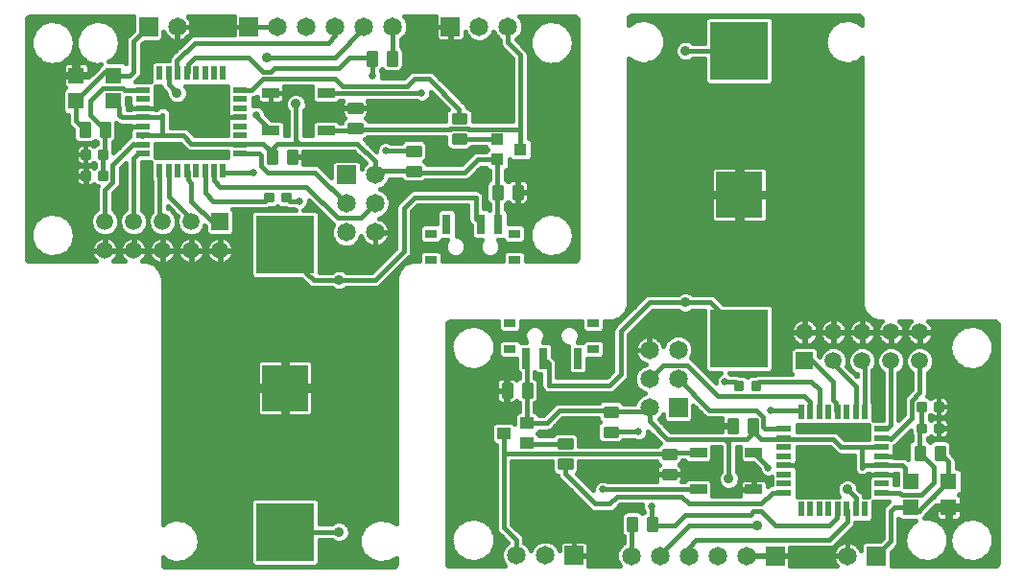
<source format=gtl>
%MOIN*%
%OFA0B0*%
%FSLAX25Y25*%
%IPPOS*%
%LPD*%
%AMOC8*
5,1,8,0,0,$1,22.5*%
%AMOC80*
5,1,8,0,0,$1,-157.5*%
%AMREC30*
4,1,3,
0.025,0.011000000000000003,
-0.025,0.010999999999999998,
-0.025,-0.011000000000000003,
0.025,-0.010999999999999998,
0*%
%AMREC40*
4,1,3,
0.010999999999999998,0.025,
-0.011000000000000003,0.025,
-0.010999999999999998,-0.025,
0.011000000000000003,-0.025,
0*%
%AMREC50*
4,1,3,
0.029684999999999996,0.029685000000000007,
-0.029685000000000007,0.029684999999999996,
-0.029684999999999996,-0.029685000000000007,
0.029685000000000007,-0.029684999999999996,
0*%
%AMREC60*
4,1,3,
0.079999999999999988,0.080000000000000029,
-0.080000000000000029,0.079999999999999988,
-0.079999999999999988,-0.080000000000000029,
0.080000000000000029,-0.079999999999999988,
0*%
%AMREC70*
4,1,3,
0.099999999999999992,0.10000000000000002,
-0.10000000000000002,0.099999999999999992,
-0.099999999999999992,-0.10000000000000002,
0.10000000000000002,-0.099999999999999992,
0*%
%AMREC80*
4,1,3,
0.013779999999999995,0.035435,
-0.013780000000000004,0.035435,
-0.013779999999999995,-0.035435,
0.013780000000000004,-0.035435,
0*%
%AMREC90*
4,1,3,
0.02,0.013780000000000002,
-0.02,0.013779999999999999,
-0.02,-0.013780000000000002,
0.02,-0.013779999999999999,
0*%
%AMREC100*
4,1,3,
0.0325,0.032500000000000008,
-0.032500000000000008,0.0325,
-0.0325,-0.032500000000000008,
0.032500000000000008,-0.0325,
0*%
%AMREC110*
4,1,3,
0.022499999999999992,0.020000000000000007,
-0.022500000000000003,0.019999999999999997,
-0.022499999999999992,-0.020000000000000007,
0.022500000000000003,-0.019999999999999997,
0*%
%AMREC120*
4,1,3,
0.02953,0.017715000000000005,
-0.02953,0.017714999999999998,
-0.02953,-0.017715000000000005,
0.02953,-0.017714999999999998,
0*%
%AMREC130*
4,1,3,
0.027499999999999997,0.027500000000000007,
-0.027500000000000007,0.027499999999999997,
-0.027499999999999997,-0.027500000000000007,
0.027500000000000007,-0.027499999999999997,
0*%
%ADD10R,0.05X0.022*%
%ADD11R,0.022X0.05*%
%ADD12R,0.05937X0.05937*%
%ADD13C,0.05937*%
%ADD14R,0.16X0.16*%
%ADD15R,0.2X0.2*%
%ADD16C,0.01*%
%ADD17C,0.00875*%
%ADD18R,0.02756X0.07087*%
%ADD19R,0.04X0.02756*%
%ADD20R,0.065X0.065*%
%ADD21C,0.065*%
%ADD22R,0.044999999999999991X0.04*%
%ADD23R,0.05906X0.03543*%
%ADD24R,0.055000000000000007X0.055000000000000007*%
%ADD25C,0.03562*%
%ADD26C,0.016*%
%ADD27C,0.02578*%
%AMCOMP39*
4,1,3,
0.025,0.011000000000000003,
-0.025,0.010999999999999998,
-0.025,-0.011000000000000003,
0.025,-0.010999999999999998,
0*%
%ADD38COMP39*%
%AMCOMP40*
4,1,3,
0.010999999999999998,0.025,
-0.011000000000000003,0.025,
-0.010999999999999998,-0.025,
0.011000000000000003,-0.025,
0*%
%ADD39COMP40*%
%AMCOMP41*
4,1,3,
0.029684999999999996,0.029685000000000007,
-0.029685000000000007,0.029684999999999996,
-0.029684999999999996,-0.029685000000000007,
0.029685000000000007,-0.029684999999999996,
0*%
%ADD40COMP41*%
%ADD41C,0.05937*%
%AMCOMP42*
4,1,3,
0.079999999999999988,0.080000000000000029,
-0.080000000000000029,0.079999999999999988,
-0.079999999999999988,-0.080000000000000029,
0.080000000000000029,-0.079999999999999988,
0*%
%ADD42COMP42*%
%AMCOMP43*
4,1,3,
0.099999999999999992,0.10000000000000002,
-0.10000000000000002,0.099999999999999992,
-0.099999999999999992,-0.10000000000000002,
0.10000000000000002,-0.099999999999999992,
0*%
%ADD43COMP43*%
%ADD44C,0.01*%
%ADD45C,0.00875*%
%AMCOMP44*
4,1,3,
0.013779999999999995,0.035435,
-0.013780000000000004,0.035435,
-0.013779999999999995,-0.035435,
0.013780000000000004,-0.035435,
0*%
%ADD46COMP44*%
%AMCOMP45*
4,1,3,
0.02,0.013780000000000002,
-0.02,0.013779999999999999,
-0.02,-0.013780000000000002,
0.02,-0.013779999999999999,
0*%
%ADD47COMP45*%
%AMCOMP46*
4,1,3,
0.0325,0.032500000000000008,
-0.032500000000000008,0.0325,
-0.0325,-0.032500000000000008,
0.032500000000000008,-0.0325,
0*%
%ADD48COMP46*%
%ADD49C,0.065*%
%AMCOMP47*
4,1,3,
0.022499999999999992,0.020000000000000007,
-0.022500000000000003,0.019999999999999997,
-0.022499999999999992,-0.020000000000000007,
0.022500000000000003,-0.019999999999999997,
0*%
%ADD50COMP47*%
%AMCOMP48*
4,1,3,
0.02953,0.017715000000000005,
-0.02953,0.017714999999999998,
-0.02953,-0.017715000000000005,
0.02953,-0.017714999999999998,
0*%
%ADD51COMP48*%
%AMCOMP49*
4,1,3,
0.027499999999999997,0.027500000000000007,
-0.027500000000000007,0.027499999999999997,
-0.027499999999999997,-0.027500000000000007,
0.027500000000000007,-0.027499999999999997,
0*%
%ADD52COMP49*%
%ADD53C,0.03562*%
%ADD54C,0.016*%
%ADD55C,0.02578*%
G75*
%LPD*%
D10*
X0003937Y0003937D02*
X0048837Y0152213D03*
X0048837Y0155363D03*
X0048837Y0158513D03*
X0048837Y0161661D03*
X0048837Y0164812D03*
X0048837Y0167961D03*
X0048837Y0171111D03*
X0048837Y0174261D03*
X0082637Y0174261D03*
X0082637Y0171111D03*
X0082637Y0167961D03*
X0082637Y0164812D03*
X0082637Y0161661D03*
X0082637Y0158513D03*
X0082637Y0155363D03*
X0082637Y0152213D03*
D11*
X0076761Y0146337D03*
X0073611Y0146337D03*
X0070461Y0146337D03*
X0067312Y0146337D03*
X0064162Y0146337D03*
X0061012Y0146337D03*
X0057863Y0146337D03*
X0054713Y0146337D03*
X0054713Y0180137D03*
X0057863Y0180137D03*
X0061012Y0180137D03*
X0064162Y0180137D03*
X0067312Y0180137D03*
X0070461Y0180137D03*
X0073611Y0180137D03*
X0076761Y0180137D03*
D12*
X0075637Y0128536D03*
D13*
X0075637Y0118537D03*
X0065637Y0118537D03*
X0065637Y0128536D03*
X0055637Y0128536D03*
X0055637Y0118537D03*
X0045637Y0118537D03*
X0045637Y0128536D03*
X0035637Y0128536D03*
X0035637Y0118537D03*
D14*
X0098237Y0070737D03*
D15*
X0098237Y0020737D03*
X0098237Y0120737D03*
D16*
X0099157Y0153323D02*
X0102157Y0153323D01*
X0102157Y0148823D01*
X0099157Y0148823D01*
X0099157Y0153323D01*
X0099157Y0149822D02*
X0102157Y0149822D01*
X0102157Y0150821D02*
X0099157Y0150821D01*
X0099157Y0151820D02*
X0102157Y0151820D01*
X0102157Y0152819D02*
X0099157Y0152819D01*
X0095157Y0153323D02*
X0092157Y0153323D01*
X0095157Y0153323D02*
X0095157Y0148823D01*
X0092157Y0148823D01*
X0092157Y0153323D01*
X0092157Y0149822D02*
X0095157Y0149822D01*
X0095157Y0150821D02*
X0092157Y0150821D01*
X0092157Y0151820D02*
X0095157Y0151820D01*
X0095157Y0152819D02*
X0092157Y0152819D01*
X0120370Y0159457D02*
X0120370Y0162457D01*
X0124869Y0162457D01*
X0124869Y0159457D01*
X0120370Y0159457D01*
X0120370Y0160456D02*
X0124869Y0160456D01*
X0124869Y0161455D02*
X0120370Y0161455D01*
X0120370Y0162454D02*
X0124869Y0162454D01*
X0120370Y0166457D02*
X0120370Y0169457D01*
X0124869Y0169457D01*
X0124869Y0166457D01*
X0120370Y0166457D01*
X0120370Y0167455D02*
X0124869Y0167455D01*
X0124869Y0168455D02*
X0120370Y0168455D01*
X0120370Y0169454D02*
X0124869Y0169454D01*
X0126947Y0187550D02*
X0129947Y0187550D01*
X0129947Y0183049D01*
X0126947Y0183049D01*
X0126947Y0187550D01*
X0126947Y0184049D02*
X0129947Y0184049D01*
X0129947Y0185048D02*
X0126947Y0185048D01*
X0126947Y0186047D02*
X0129947Y0186047D01*
X0129947Y0187046D02*
X0126947Y0187046D01*
X0133947Y0187550D02*
X0136947Y0187550D01*
X0136947Y0183049D01*
X0133947Y0183049D01*
X0133947Y0187550D01*
X0133947Y0184049D02*
X0136947Y0184049D01*
X0136947Y0185048D02*
X0133947Y0185048D01*
X0133947Y0186047D02*
X0136947Y0186047D01*
X0136947Y0187046D02*
X0133947Y0187046D01*
X0156495Y0165872D02*
X0156495Y0162872D01*
X0156495Y0165872D02*
X0160995Y0165872D01*
X0160995Y0162872D01*
X0156495Y0162872D01*
X0156495Y0163872D02*
X0160995Y0163872D01*
X0160995Y0164871D02*
X0156495Y0164871D01*
X0156495Y0165870D02*
X0160995Y0165870D01*
X0156495Y0158873D02*
X0156495Y0155873D01*
X0156495Y0158873D02*
X0160995Y0158873D01*
X0160995Y0155873D01*
X0156495Y0155873D01*
X0156495Y0156872D02*
X0160995Y0156872D01*
X0160995Y0157871D02*
X0156495Y0157871D01*
X0156495Y0158870D02*
X0160995Y0158870D01*
X0140697Y0154643D02*
X0140697Y0151642D01*
X0140697Y0154643D02*
X0145197Y0154643D01*
X0145197Y0151642D01*
X0140697Y0151642D01*
X0140697Y0152642D02*
X0145197Y0152642D01*
X0145197Y0153641D02*
X0140697Y0153641D01*
X0140697Y0154640D02*
X0145197Y0154640D01*
X0140697Y0147643D02*
X0140697Y0144643D01*
X0140697Y0147643D02*
X0145197Y0147643D01*
X0145197Y0144643D01*
X0140697Y0144643D01*
X0140697Y0145642D02*
X0145197Y0145642D01*
X0145197Y0146641D02*
X0140697Y0146641D01*
X0140697Y0147639D02*
X0145197Y0147639D01*
X0170557Y0141061D02*
X0173557Y0141061D01*
X0173557Y0136561D01*
X0170557Y0136561D01*
X0170557Y0141061D01*
X0170557Y0137560D02*
X0173557Y0137560D01*
X0173557Y0138559D02*
X0170557Y0138559D01*
X0170557Y0139558D02*
X0173557Y0139558D01*
X0173557Y0140556D02*
X0170557Y0140556D01*
X0177557Y0141061D02*
X0180557Y0141061D01*
X0180557Y0136561D01*
X0177557Y0136561D01*
X0177557Y0141061D01*
X0177557Y0137560D02*
X0180557Y0137560D01*
X0180557Y0138559D02*
X0177557Y0138559D01*
X0177557Y0139558D02*
X0180557Y0139558D01*
X0180557Y0140556D02*
X0177557Y0140556D01*
X0037168Y0162761D02*
X0034168Y0162761D01*
X0037168Y0162761D02*
X0037168Y0158262D01*
X0034168Y0158262D01*
X0034168Y0162761D01*
X0034168Y0159261D02*
X0037168Y0159261D01*
X0037168Y0160260D02*
X0034168Y0160260D01*
X0034168Y0161258D02*
X0037168Y0161258D01*
X0037168Y0162258D02*
X0034168Y0162258D01*
X0030168Y0162761D02*
X0027167Y0162761D01*
X0030168Y0162761D02*
X0030168Y0158262D01*
X0027167Y0158262D01*
X0027167Y0162761D01*
X0027167Y0159261D02*
X0030168Y0159261D01*
X0030168Y0160260D02*
X0027167Y0160260D01*
X0027167Y0161258D02*
X0030168Y0161258D01*
X0030168Y0162258D02*
X0027167Y0162258D01*
D17*
X0027687Y0150622D02*
X0030313Y0150622D01*
X0027687Y0150622D02*
X0027687Y0153247D01*
X0030313Y0153247D01*
X0030313Y0150622D01*
X0030313Y0151496D02*
X0027687Y0151496D01*
X0027687Y0152370D02*
X0030313Y0152370D01*
X0030313Y0153244D02*
X0027687Y0153244D01*
X0033687Y0150622D02*
X0036313Y0150622D01*
X0033687Y0150622D02*
X0033687Y0153247D01*
X0036313Y0153247D01*
X0036313Y0150622D01*
X0036313Y0151496D02*
X0033687Y0151496D01*
X0033687Y0152370D02*
X0036313Y0152370D01*
X0036313Y0153244D02*
X0033687Y0153244D01*
X0033741Y0143159D02*
X0036366Y0143159D01*
X0033741Y0143159D02*
X0033741Y0145785D01*
X0036366Y0145785D01*
X0036366Y0143159D01*
X0036366Y0144033D02*
X0033741Y0144033D01*
X0033741Y0144907D02*
X0036366Y0144907D01*
X0036366Y0145781D02*
X0033741Y0145781D01*
X0030367Y0143159D02*
X0027741Y0143159D01*
X0027741Y0145785D01*
X0030367Y0145785D01*
X0030367Y0143159D01*
X0030367Y0144033D02*
X0027741Y0144033D01*
X0027741Y0144907D02*
X0030367Y0144907D01*
X0030367Y0145781D02*
X0027741Y0145781D01*
X0091253Y0135747D02*
X0093879Y0135747D01*
X0091253Y0135747D02*
X0091253Y0138373D01*
X0093879Y0138373D01*
X0093879Y0135747D01*
X0093879Y0136621D02*
X0091253Y0136621D01*
X0091253Y0137494D02*
X0093879Y0137494D01*
X0093879Y0138369D02*
X0091253Y0138369D01*
X0097253Y0135747D02*
X0099879Y0135747D01*
X0097253Y0135747D02*
X0097253Y0138373D01*
X0099879Y0138373D01*
X0099879Y0135747D01*
X0099879Y0136621D02*
X0097253Y0136621D01*
X0097253Y0137494D02*
X0099879Y0137494D01*
X0099879Y0138369D02*
X0097253Y0138369D01*
D18*
X0154406Y0127624D03*
X0166406Y0127624D03*
X0172406Y0127624D03*
D19*
X0177906Y0124364D03*
X0177906Y0115309D03*
X0148906Y0115309D03*
X0148906Y0124364D03*
D20*
X0119540Y0144791D03*
X0085758Y0196274D03*
X0050791Y0196302D03*
X0155727Y0196229D03*
D21*
X0165727Y0196229D03*
X0175727Y0196229D03*
X0135758Y0196274D03*
X0125757Y0196274D03*
X0115758Y0196274D03*
X0105758Y0196274D03*
X0095758Y0196274D03*
X0060790Y0196302D03*
X0119540Y0134791D03*
X0129540Y0134791D03*
X0129540Y0144791D03*
X0129540Y0124791D03*
X0119540Y0124791D03*
D22*
X0172038Y0150140D03*
X0172038Y0157140D03*
X0180038Y0153640D03*
D23*
X0112562Y0160261D03*
X0112562Y0173253D03*
X0093271Y0173253D03*
X0093271Y0160261D03*
D24*
X0038621Y0170452D03*
X0038650Y0179403D03*
X0025650Y0179403D03*
X0025621Y0170452D03*
D25*
X0060737Y0173237D03*
X0091987Y0185737D03*
X0101987Y0169487D03*
X0116987Y0108237D03*
X0131987Y0101987D03*
X0125737Y0030736D03*
X0116987Y0020737D03*
X0080737Y0015737D03*
D26*
X0055781Y0009674D02*
X0055803Y0009452D01*
X0055972Y0009042D01*
X0056286Y0008729D01*
X0056696Y0008559D01*
X0056918Y0008537D01*
X0135658Y0008537D01*
X0135880Y0008559D01*
X0136290Y0008729D01*
X0136604Y0009042D01*
X0136773Y0009452D01*
X0136795Y0009674D01*
X0136795Y0011668D01*
X0134132Y0010130D01*
X0134132Y0010130D01*
X0130905Y0009791D01*
X0130905Y0009791D01*
X0127821Y0010792D01*
X0127821Y0010792D01*
X0125411Y0012963D01*
X0125411Y0012963D01*
X0124092Y0015926D01*
X0124092Y0019170D01*
X0125411Y0022133D01*
X0125411Y0022133D01*
X0127821Y0024302D01*
X0127821Y0024302D01*
X0130905Y0025305D01*
X0130905Y0025305D01*
X0134132Y0024966D01*
X0134132Y0024966D01*
X0136795Y0023428D01*
X0136795Y0109439D01*
X0137821Y0111915D01*
X0137821Y0111915D01*
X0139716Y0113811D01*
X0139716Y0113811D01*
X0142192Y0114836D01*
X0144906Y0114836D01*
X0144906Y0117514D01*
X0146076Y0118687D01*
X0151733Y0118687D01*
X0152904Y0117514D01*
X0152904Y0114836D01*
X0173906Y0114836D01*
X0173906Y0117514D01*
X0175077Y0118687D01*
X0180734Y0118687D01*
X0181905Y0117514D01*
X0181905Y0114836D01*
X0198650Y0114836D01*
X0198871Y0114858D01*
X0199282Y0115028D01*
X0199596Y0115341D01*
X0199766Y0115751D01*
X0199787Y0115973D01*
X0199787Y0198650D01*
X0199766Y0198871D01*
X0199596Y0199282D01*
X0199282Y0199596D01*
X0198871Y0199766D01*
X0198650Y0199787D01*
X0179593Y0199787D01*
X0180177Y0199203D01*
X0180977Y0197273D01*
X0180977Y0195185D01*
X0180177Y0193255D01*
X0178701Y0191777D01*
X0178669Y0191765D01*
X0182412Y0188022D01*
X0182838Y0186993D01*
X0182838Y0157640D01*
X0183116Y0157640D01*
X0184288Y0156469D01*
X0184288Y0150812D01*
X0183116Y0149640D01*
X0176958Y0149640D01*
X0176288Y0150312D01*
X0176288Y0147312D01*
X0175116Y0146140D01*
X0174838Y0146140D01*
X0174838Y0143236D01*
X0174972Y0143180D01*
X0175676Y0142477D01*
X0175698Y0142421D01*
X0175769Y0142527D01*
X0176091Y0142848D01*
X0176467Y0143099D01*
X0176886Y0143273D01*
X0177330Y0143361D01*
X0178857Y0143361D01*
X0178857Y0139011D01*
X0179257Y0139011D01*
X0182857Y0139011D01*
X0182857Y0141288D01*
X0182768Y0141732D01*
X0182595Y0142150D01*
X0182343Y0142527D01*
X0182023Y0142848D01*
X0181646Y0143099D01*
X0181227Y0143273D01*
X0180783Y0143361D01*
X0179257Y0143361D01*
X0179257Y0139011D01*
X0179257Y0138611D01*
X0182857Y0138611D01*
X0182857Y0136334D01*
X0182768Y0135890D01*
X0182595Y0135472D01*
X0182343Y0135095D01*
X0182023Y0134774D01*
X0181646Y0134523D01*
X0181227Y0134349D01*
X0180783Y0134261D01*
X0179257Y0134261D01*
X0179257Y0138611D01*
X0178857Y0138611D01*
X0178857Y0134261D01*
X0177330Y0134261D01*
X0176886Y0134349D01*
X0176467Y0134523D01*
X0176091Y0134774D01*
X0175769Y0135095D01*
X0175698Y0135201D01*
X0175676Y0135145D01*
X0174972Y0134442D01*
X0174857Y0134394D01*
X0174857Y0132922D01*
X0175783Y0131994D01*
X0175783Y0127742D01*
X0180734Y0127742D01*
X0181905Y0126570D01*
X0181905Y0122157D01*
X0180734Y0120986D01*
X0175077Y0120986D01*
X0173983Y0122080D01*
X0172253Y0122080D01*
X0172457Y0121875D01*
X0173005Y0120551D01*
X0173005Y0119120D01*
X0172457Y0117797D01*
X0171445Y0116784D01*
X0170121Y0116236D01*
X0168689Y0116236D01*
X0167366Y0116784D01*
X0166354Y0117797D01*
X0165806Y0119120D01*
X0165806Y0120551D01*
X0166354Y0121875D01*
X0166558Y0122080D01*
X0164198Y0122080D01*
X0163027Y0123252D01*
X0163027Y0127042D01*
X0162901Y0127167D01*
X0162113Y0127956D01*
X0161687Y0128985D01*
X0161687Y0134187D01*
X0144397Y0134187D01*
X0142287Y0132076D01*
X0142287Y0117680D01*
X0141861Y0116651D01*
X0141073Y0115863D01*
X0131073Y0105863D01*
X0130044Y0105437D01*
X0119534Y0105437D01*
X0119129Y0105031D01*
X0117739Y0104456D01*
X0116235Y0104456D01*
X0114845Y0105031D01*
X0114440Y0105437D01*
X0107680Y0105437D01*
X0106651Y0105863D01*
X0104151Y0108363D01*
X0103777Y0108737D01*
X0087409Y0108737D01*
X0086237Y0109908D01*
X0086237Y0131565D01*
X0087409Y0132737D01*
X0101885Y0132737D01*
X0101401Y0132937D01*
X0099331Y0132937D01*
X0098431Y0133310D01*
X0096769Y0133310D01*
X0095873Y0133681D01*
X0095566Y0133988D01*
X0095259Y0133681D01*
X0094363Y0133310D01*
X0092700Y0133310D01*
X0091800Y0132937D01*
X0080002Y0132937D01*
X0080605Y0132334D01*
X0080605Y0124740D01*
X0079434Y0123567D01*
X0071840Y0123567D01*
X0070668Y0124740D01*
X0070668Y0126845D01*
X0070418Y0127096D01*
X0069849Y0125723D01*
X0068451Y0124325D01*
X0066625Y0123567D01*
X0064649Y0123567D01*
X0062822Y0124325D01*
X0061424Y0125723D01*
X0060668Y0127548D01*
X0060668Y0129525D01*
X0060982Y0130282D01*
X0057513Y0133751D01*
X0057513Y0133138D01*
X0058451Y0132749D01*
X0059849Y0131351D01*
X0060605Y0129525D01*
X0060605Y0127548D01*
X0059849Y0125723D01*
X0058451Y0124325D01*
X0056625Y0123567D01*
X0054649Y0123567D01*
X0052823Y0124325D01*
X0051425Y0125723D01*
X0050668Y0127548D01*
X0050668Y0129525D01*
X0051425Y0131351D01*
X0051913Y0131839D01*
X0051913Y0142709D01*
X0051613Y0143009D01*
X0051613Y0149113D01*
X0048537Y0149113D01*
X0048537Y0132664D01*
X0049849Y0131351D01*
X0050605Y0129525D01*
X0050605Y0127548D01*
X0049849Y0125723D01*
X0048450Y0124325D01*
X0046625Y0123567D01*
X0044649Y0123567D01*
X0042823Y0124325D01*
X0041425Y0125723D01*
X0040668Y0127548D01*
X0040668Y0129525D01*
X0041425Y0131351D01*
X0042823Y0132749D01*
X0042937Y0132796D01*
X0042937Y0148977D01*
X0041204Y0147245D01*
X0041204Y0141758D01*
X0040778Y0140729D01*
X0039990Y0139941D01*
X0038437Y0138388D01*
X0038437Y0132755D01*
X0038451Y0132749D01*
X0039849Y0131351D01*
X0040605Y0129525D01*
X0040605Y0127548D01*
X0039849Y0125723D01*
X0038451Y0124325D01*
X0036625Y0123567D01*
X0034649Y0123567D01*
X0032823Y0124325D01*
X0031424Y0125723D01*
X0030668Y0127548D01*
X0030668Y0129525D01*
X0031424Y0131351D01*
X0032823Y0132749D01*
X0032837Y0132755D01*
X0032837Y0140105D01*
X0033117Y0140780D01*
X0032361Y0141093D01*
X0031913Y0141541D01*
X0031741Y0141369D01*
X0031230Y0141074D01*
X0030661Y0140922D01*
X0029129Y0140922D01*
X0029129Y0144397D01*
X0028979Y0144397D01*
X0025504Y0144397D01*
X0025504Y0142865D01*
X0025657Y0142296D01*
X0025951Y0141785D01*
X0026368Y0141369D01*
X0026878Y0141074D01*
X0027447Y0140922D01*
X0028979Y0140922D01*
X0028979Y0144397D01*
X0028979Y0144547D01*
X0028979Y0148022D01*
X0027447Y0148022D01*
X0026878Y0147869D01*
X0026368Y0147575D01*
X0025951Y0147158D01*
X0025657Y0146647D01*
X0025504Y0146079D01*
X0025504Y0144547D01*
X0028979Y0144547D01*
X0029129Y0144547D01*
X0029129Y0148022D01*
X0030661Y0148022D01*
X0031230Y0147869D01*
X0031741Y0147575D01*
X0031913Y0147402D01*
X0032199Y0147689D01*
X0032199Y0148662D01*
X0031859Y0149004D01*
X0031685Y0148832D01*
X0031175Y0148537D01*
X0030607Y0148385D01*
X0029075Y0148385D01*
X0029075Y0151859D01*
X0028925Y0151859D01*
X0025450Y0151859D01*
X0025450Y0150327D01*
X0025602Y0149758D01*
X0025896Y0149248D01*
X0026314Y0148832D01*
X0026823Y0148537D01*
X0027393Y0148385D01*
X0028925Y0148385D01*
X0028925Y0151859D01*
X0028925Y0152010D01*
X0028925Y0155485D01*
X0027393Y0155485D01*
X0026823Y0155332D01*
X0026314Y0155038D01*
X0025896Y0154621D01*
X0025602Y0154111D01*
X0025450Y0153542D01*
X0025450Y0152010D01*
X0028925Y0152010D01*
X0029075Y0152010D01*
X0029075Y0155485D01*
X0030607Y0155485D01*
X0031175Y0155332D01*
X0031685Y0155038D01*
X0031859Y0154865D01*
X0032307Y0155313D01*
X0032868Y0155546D01*
X0032868Y0156094D01*
X0032751Y0156141D01*
X0032168Y0156726D01*
X0031584Y0156141D01*
X0030664Y0155762D01*
X0026670Y0155762D01*
X0025752Y0156141D01*
X0025047Y0156846D01*
X0024668Y0157764D01*
X0024668Y0160552D01*
X0023248Y0161972D01*
X0022821Y0163001D01*
X0022821Y0165702D01*
X0022043Y0165702D01*
X0020871Y0166873D01*
X0020871Y0174030D01*
X0021959Y0175118D01*
X0021794Y0175213D01*
X0021459Y0175548D01*
X0021222Y0175958D01*
X0021100Y0176416D01*
X0021100Y0178828D01*
X0025074Y0178828D01*
X0025074Y0179978D01*
X0025074Y0183953D01*
X0022663Y0183953D01*
X0022205Y0183830D01*
X0021794Y0183593D01*
X0021459Y0183258D01*
X0021222Y0182848D01*
X0021100Y0182390D01*
X0021100Y0179978D01*
X0025074Y0179978D01*
X0026225Y0179978D01*
X0030200Y0179978D01*
X0030200Y0182390D01*
X0030077Y0182848D01*
X0029840Y0183258D01*
X0029504Y0183593D01*
X0029093Y0183830D01*
X0028637Y0183953D01*
X0026225Y0183953D01*
X0026225Y0179978D01*
X0026225Y0178828D01*
X0030037Y0178828D01*
X0033244Y0182034D01*
X0033362Y0182323D01*
X0033900Y0182859D01*
X0033900Y0182982D01*
X0034108Y0183190D01*
X0032481Y0183018D01*
X0032481Y0183018D01*
X0029396Y0184021D01*
X0029396Y0184021D01*
X0026986Y0186192D01*
X0026986Y0186192D01*
X0025667Y0189155D01*
X0025667Y0192397D01*
X0026986Y0195361D01*
X0026986Y0195361D01*
X0029396Y0197531D01*
X0029396Y0197531D01*
X0032481Y0198534D01*
X0032481Y0198534D01*
X0035706Y0198195D01*
X0035706Y0198195D01*
X0038515Y0196573D01*
X0038515Y0196573D01*
X0038515Y0196573D01*
X0040422Y0193949D01*
X0040422Y0193949D01*
X0041096Y0190776D01*
X0040422Y0187604D01*
X0040422Y0187604D01*
X0038515Y0184980D01*
X0038515Y0184980D01*
X0037083Y0184152D01*
X0042228Y0184152D01*
X0042937Y0183443D01*
X0042937Y0191805D01*
X0043363Y0192834D01*
X0044151Y0193622D01*
X0045541Y0195011D01*
X0045541Y0199787D01*
X0009674Y0199787D01*
X0009452Y0199766D01*
X0009042Y0199596D01*
X0008729Y0199282D01*
X0008559Y0198871D01*
X0008537Y0198650D01*
X0008537Y0115973D01*
X0008559Y0115751D01*
X0008729Y0115341D01*
X0009042Y0115028D01*
X0009452Y0114858D01*
X0009674Y0114836D01*
X0032618Y0114836D01*
X0032531Y0114900D01*
X0032000Y0115431D01*
X0031559Y0116038D01*
X0031218Y0116707D01*
X0030986Y0117419D01*
X0030868Y0118161D01*
X0030868Y0118353D01*
X0035453Y0118353D01*
X0035453Y0118721D01*
X0030868Y0118721D01*
X0030868Y0118912D01*
X0030986Y0119654D01*
X0031218Y0120367D01*
X0031559Y0121036D01*
X0032000Y0121642D01*
X0032531Y0122174D01*
X0033138Y0122615D01*
X0033807Y0122956D01*
X0034520Y0123188D01*
X0035262Y0123305D01*
X0035453Y0123305D01*
X0035453Y0118721D01*
X0035821Y0118721D01*
X0035821Y0123305D01*
X0036012Y0123305D01*
X0036754Y0123188D01*
X0037467Y0122956D01*
X0038136Y0122615D01*
X0038743Y0122174D01*
X0039274Y0121642D01*
X0039715Y0121036D01*
X0040056Y0120367D01*
X0040288Y0119654D01*
X0040405Y0118912D01*
X0040405Y0118721D01*
X0035821Y0118721D01*
X0035821Y0118353D01*
X0040405Y0118353D01*
X0040405Y0118161D01*
X0040288Y0117419D01*
X0040056Y0116707D01*
X0039715Y0116038D01*
X0039274Y0115431D01*
X0038743Y0114900D01*
X0038656Y0114836D01*
X0042618Y0114836D01*
X0042531Y0114900D01*
X0042000Y0115431D01*
X0041558Y0116038D01*
X0041218Y0116707D01*
X0040986Y0117419D01*
X0040868Y0118161D01*
X0040868Y0118353D01*
X0045453Y0118353D01*
X0045453Y0118721D01*
X0040868Y0118721D01*
X0040868Y0118912D01*
X0040986Y0119654D01*
X0041218Y0120367D01*
X0041558Y0121036D01*
X0042000Y0121642D01*
X0042531Y0122174D01*
X0043138Y0122615D01*
X0043807Y0122956D01*
X0044520Y0123188D01*
X0045262Y0123305D01*
X0045453Y0123305D01*
X0045453Y0118721D01*
X0045821Y0118721D01*
X0045821Y0123305D01*
X0046012Y0123305D01*
X0046754Y0123188D01*
X0047467Y0122956D01*
X0048135Y0122615D01*
X0048743Y0122174D01*
X0049274Y0121642D01*
X0049715Y0121036D01*
X0050056Y0120367D01*
X0050288Y0119654D01*
X0050405Y0118912D01*
X0050405Y0118721D01*
X0045821Y0118721D01*
X0045821Y0118353D01*
X0050405Y0118353D01*
X0050405Y0118161D01*
X0050288Y0117419D01*
X0050056Y0116707D01*
X0049715Y0116038D01*
X0049274Y0115431D01*
X0048743Y0114900D01*
X0048656Y0114836D01*
X0050383Y0114836D01*
X0052859Y0113811D01*
X0052859Y0113811D01*
X0054755Y0111915D01*
X0054755Y0111915D01*
X0055781Y0109439D01*
X0055781Y0023246D01*
X0056955Y0024302D01*
X0056955Y0024302D01*
X0060040Y0025305D01*
X0060040Y0025305D01*
X0063265Y0024966D01*
X0063265Y0024966D01*
X0066074Y0023345D01*
X0066074Y0023345D01*
X0066074Y0023345D01*
X0067981Y0020721D01*
X0067981Y0020721D01*
X0068655Y0017548D01*
X0068655Y0017548D01*
X0067981Y0014374D01*
X0066074Y0011752D01*
X0066074Y0011751D01*
X0063265Y0010130D01*
X0060040Y0009791D01*
X0060040Y0009791D01*
X0056955Y0010792D01*
X0056955Y0010792D01*
X0055781Y0011850D01*
X0055781Y0009674D01*
X0056081Y0008934D02*
X0087212Y0008934D01*
X0087409Y0008737D02*
X0086237Y0009909D01*
X0086237Y0031565D01*
X0087409Y0032737D01*
X0109064Y0032737D01*
X0110237Y0031565D01*
X0110237Y0023537D01*
X0114440Y0023537D01*
X0114845Y0023942D01*
X0116235Y0024517D01*
X0117739Y0024517D01*
X0119129Y0023942D01*
X0120192Y0022879D01*
X0120768Y0021489D01*
X0120768Y0019985D01*
X0120192Y0018595D01*
X0119129Y0017532D01*
X0117739Y0016956D01*
X0116235Y0016956D01*
X0114845Y0017532D01*
X0114440Y0017937D01*
X0110237Y0017937D01*
X0110237Y0009909D01*
X0109064Y0008737D01*
X0087409Y0008737D01*
X0086237Y0010532D02*
X0063963Y0010532D01*
X0066350Y0012131D02*
X0086237Y0012131D01*
X0086237Y0013730D02*
X0067511Y0013730D01*
X0068183Y0015328D02*
X0086237Y0015328D01*
X0086237Y0016927D02*
X0068523Y0016927D01*
X0068447Y0018524D02*
X0086237Y0018524D01*
X0086237Y0020124D02*
X0068108Y0020124D01*
X0067252Y0021722D02*
X0086237Y0021722D01*
X0086237Y0023321D02*
X0066092Y0023321D01*
X0063347Y0024919D02*
X0086237Y0024919D01*
X0086237Y0026518D02*
X0055781Y0026518D01*
X0055781Y0028116D02*
X0086237Y0028116D01*
X0086237Y0029715D02*
X0055781Y0029715D01*
X0055781Y0031313D02*
X0086237Y0031313D01*
X0098237Y0020737D02*
X0116987Y0020737D01*
X0119751Y0023321D02*
X0126730Y0023321D01*
X0125228Y0021722D02*
X0120672Y0021722D01*
X0120768Y0020124D02*
X0124516Y0020124D01*
X0124092Y0018524D02*
X0120122Y0018524D01*
X0124092Y0016927D02*
X0110237Y0016927D01*
X0110237Y0015328D02*
X0124357Y0015328D01*
X0125069Y0013730D02*
X0110237Y0013730D01*
X0110237Y0012131D02*
X0126335Y0012131D01*
X0128622Y0010532D02*
X0110237Y0010532D01*
X0109261Y0008934D02*
X0136495Y0008934D01*
X0136795Y0010532D02*
X0134828Y0010532D01*
X0134213Y0024919D02*
X0136795Y0024919D01*
X0136795Y0026518D02*
X0110237Y0026518D01*
X0110237Y0028116D02*
X0136795Y0028116D01*
X0136795Y0029715D02*
X0110237Y0029715D01*
X0110237Y0031313D02*
X0136795Y0031313D01*
X0136795Y0032912D02*
X0055781Y0032912D01*
X0055781Y0034510D02*
X0136795Y0034510D01*
X0136795Y0036109D02*
X0055781Y0036109D01*
X0055781Y0037706D02*
X0136795Y0037706D01*
X0136795Y0039306D02*
X0055781Y0039306D01*
X0055781Y0040904D02*
X0136795Y0040904D01*
X0136795Y0042503D02*
X0055781Y0042503D01*
X0055781Y0044101D02*
X0136795Y0044101D01*
X0136795Y0045700D02*
X0055781Y0045700D01*
X0055781Y0047298D02*
X0136795Y0047298D01*
X0136795Y0048897D02*
X0055781Y0048897D01*
X0055781Y0050495D02*
X0136795Y0050495D01*
X0136795Y0052093D02*
X0055781Y0052093D01*
X0055781Y0053691D02*
X0136795Y0053691D01*
X0136795Y0055291D02*
X0055781Y0055291D01*
X0055781Y0056889D02*
X0136795Y0056889D01*
X0136795Y0058487D02*
X0055781Y0058487D01*
X0055781Y0060085D02*
X0136795Y0060085D01*
X0136795Y0061685D02*
X0107708Y0061685D01*
X0107677Y0061632D02*
X0107914Y0062042D01*
X0108037Y0062500D01*
X0108037Y0069937D01*
X0099037Y0069937D01*
X0099037Y0071537D01*
X0097437Y0071537D01*
X0097437Y0080537D01*
X0090000Y0080537D01*
X0089542Y0080414D01*
X0089132Y0080177D01*
X0088797Y0079842D01*
X0088560Y0079432D01*
X0088437Y0078974D01*
X0088437Y0071537D01*
X0097437Y0071537D01*
X0097437Y0069937D01*
X0099037Y0069937D01*
X0099037Y0060937D01*
X0106474Y0060937D01*
X0106932Y0061060D01*
X0107342Y0061297D01*
X0107677Y0061632D01*
X0108037Y0063282D02*
X0136795Y0063282D01*
X0136795Y0064881D02*
X0108037Y0064881D01*
X0108037Y0066480D02*
X0136795Y0066480D01*
X0136795Y0068079D02*
X0108037Y0068079D01*
X0108037Y0069677D02*
X0136795Y0069677D01*
X0136795Y0071275D02*
X0099037Y0071275D01*
X0099037Y0071537D02*
X0108037Y0071537D01*
X0108037Y0078974D01*
X0107914Y0079432D01*
X0107677Y0079842D01*
X0107342Y0080177D01*
X0106932Y0080414D01*
X0106474Y0080537D01*
X0099037Y0080537D01*
X0099037Y0071537D01*
X0099037Y0072874D02*
X0097437Y0072874D01*
X0097437Y0071275D02*
X0055781Y0071275D01*
X0055781Y0072874D02*
X0088437Y0072874D01*
X0088437Y0074473D02*
X0055781Y0074473D01*
X0055781Y0076071D02*
X0088437Y0076071D01*
X0088437Y0077670D02*
X0055781Y0077670D01*
X0055781Y0079269D02*
X0088516Y0079269D01*
X0097437Y0079269D02*
X0099037Y0079269D01*
X0099037Y0077670D02*
X0097437Y0077670D01*
X0097437Y0076071D02*
X0099037Y0076071D01*
X0099037Y0074473D02*
X0097437Y0074473D01*
X0097437Y0069937D02*
X0088437Y0069937D01*
X0088437Y0062500D01*
X0088560Y0062042D01*
X0088797Y0061632D01*
X0089132Y0061297D01*
X0089542Y0061060D01*
X0090000Y0060937D01*
X0097437Y0060937D01*
X0097437Y0069937D01*
X0097437Y0069677D02*
X0099037Y0069677D01*
X0099037Y0068079D02*
X0097437Y0068079D01*
X0097437Y0066480D02*
X0099037Y0066480D01*
X0099037Y0064881D02*
X0097437Y0064881D01*
X0097437Y0063282D02*
X0099037Y0063282D01*
X0099037Y0061685D02*
X0097437Y0061685D01*
X0088766Y0061685D02*
X0055781Y0061685D01*
X0055781Y0063282D02*
X0088437Y0063282D01*
X0088437Y0064881D02*
X0055781Y0064881D01*
X0055781Y0066480D02*
X0088437Y0066480D01*
X0088437Y0068079D02*
X0055781Y0068079D01*
X0055781Y0069677D02*
X0088437Y0069677D01*
X0108037Y0072874D02*
X0136795Y0072874D01*
X0136795Y0074473D02*
X0108037Y0074473D01*
X0108037Y0076071D02*
X0136795Y0076071D01*
X0136795Y0077670D02*
X0108037Y0077670D01*
X0107958Y0079269D02*
X0136795Y0079269D01*
X0136795Y0080867D02*
X0055781Y0080867D01*
X0055781Y0082466D02*
X0136795Y0082466D01*
X0136795Y0084064D02*
X0055781Y0084064D01*
X0055781Y0085663D02*
X0136795Y0085663D01*
X0136795Y0087261D02*
X0055781Y0087261D01*
X0055781Y0088860D02*
X0136795Y0088860D01*
X0136795Y0090458D02*
X0055781Y0090458D01*
X0055781Y0092057D02*
X0136795Y0092057D01*
X0136795Y0093654D02*
X0055781Y0093654D01*
X0055781Y0095254D02*
X0136795Y0095254D01*
X0136795Y0096852D02*
X0055781Y0096852D01*
X0055781Y0098451D02*
X0136795Y0098451D01*
X0136795Y0100049D02*
X0055781Y0100049D01*
X0055781Y0101648D02*
X0136795Y0101648D01*
X0136795Y0103246D02*
X0055781Y0103246D01*
X0055781Y0104845D02*
X0115296Y0104845D01*
X0116987Y0108237D02*
X0129487Y0108237D01*
X0139487Y0118236D01*
X0139487Y0133236D01*
X0143237Y0136987D01*
X0164487Y0136987D01*
X0164487Y0129542D01*
X0166406Y0127624D01*
X0162845Y0127224D02*
X0157783Y0127224D01*
X0157783Y0128821D02*
X0161754Y0128821D01*
X0161687Y0130421D02*
X0157783Y0130421D01*
X0157783Y0131994D02*
X0156612Y0133167D01*
X0152199Y0133167D01*
X0151028Y0131994D01*
X0151028Y0127742D01*
X0146076Y0127742D01*
X0144906Y0126570D01*
X0144906Y0122157D01*
X0146076Y0120986D01*
X0151733Y0120986D01*
X0152828Y0122080D01*
X0154558Y0122080D01*
X0154354Y0121875D01*
X0153806Y0120551D01*
X0153806Y0119120D01*
X0154354Y0117797D01*
X0155366Y0116784D01*
X0156689Y0116236D01*
X0158122Y0116236D01*
X0159445Y0116784D01*
X0160457Y0117797D01*
X0161005Y0119120D01*
X0161005Y0120551D01*
X0160457Y0121875D01*
X0159445Y0122888D01*
X0158122Y0123435D01*
X0157783Y0123435D01*
X0157783Y0131994D01*
X0157759Y0132019D02*
X0161687Y0132019D01*
X0161687Y0133618D02*
X0143828Y0133618D01*
X0142287Y0132019D02*
X0151052Y0132019D01*
X0151028Y0130421D02*
X0142287Y0130421D01*
X0142287Y0128821D02*
X0151028Y0128821D01*
X0145559Y0127224D02*
X0142287Y0127224D01*
X0142287Y0125625D02*
X0144906Y0125625D01*
X0144906Y0124027D02*
X0142287Y0124027D01*
X0142287Y0122428D02*
X0144906Y0122428D01*
X0142287Y0120830D02*
X0153920Y0120830D01*
X0153806Y0119231D02*
X0142287Y0119231D01*
X0142267Y0117633D02*
X0145022Y0117633D01*
X0144906Y0116033D02*
X0141244Y0116033D01*
X0141225Y0114436D02*
X0139646Y0114436D01*
X0138743Y0112837D02*
X0138047Y0112837D01*
X0137541Y0111239D02*
X0136449Y0111239D01*
X0136879Y0109640D02*
X0134850Y0109640D01*
X0133252Y0108042D02*
X0136795Y0108042D01*
X0136795Y0106443D02*
X0131653Y0106443D01*
X0128326Y0111037D02*
X0119534Y0111037D01*
X0119129Y0111442D01*
X0117739Y0112018D01*
X0116235Y0112018D01*
X0114845Y0111442D01*
X0114440Y0111037D01*
X0110237Y0111037D01*
X0110237Y0131565D01*
X0109064Y0132737D01*
X0104589Y0132737D01*
X0105100Y0132949D01*
X0106024Y0133874D01*
X0106526Y0135083D01*
X0106526Y0135988D01*
X0114160Y0128353D01*
X0114947Y0127567D01*
X0114999Y0127546D01*
X0114290Y0125835D01*
X0114290Y0123746D01*
X0115089Y0121817D01*
X0116565Y0120340D01*
X0118496Y0119541D01*
X0120584Y0119541D01*
X0122513Y0120340D01*
X0123991Y0121817D01*
X0124667Y0123448D01*
X0124860Y0122852D01*
X0125221Y0122144D01*
X0125688Y0121500D01*
X0126250Y0120939D01*
X0126892Y0120471D01*
X0127602Y0120110D01*
X0128358Y0119865D01*
X0129142Y0119741D01*
X0129465Y0119741D01*
X0129465Y0124715D01*
X0129614Y0124715D01*
X0129614Y0119741D01*
X0129938Y0119741D01*
X0130722Y0119865D01*
X0131479Y0120110D01*
X0132187Y0120471D01*
X0132830Y0120939D01*
X0133392Y0121500D01*
X0133859Y0122144D01*
X0134219Y0122852D01*
X0134465Y0123608D01*
X0134590Y0124393D01*
X0134590Y0124716D01*
X0129614Y0124716D01*
X0129614Y0124866D01*
X0134590Y0124866D01*
X0134590Y0125188D01*
X0134465Y0125973D01*
X0134219Y0126729D01*
X0133859Y0127437D01*
X0133392Y0128080D01*
X0132830Y0128641D01*
X0132187Y0129110D01*
X0131479Y0129470D01*
X0130883Y0129664D01*
X0132514Y0130339D01*
X0133991Y0131817D01*
X0134790Y0133746D01*
X0134790Y0135835D01*
X0133991Y0137764D01*
X0132514Y0139241D01*
X0131188Y0139790D01*
X0132514Y0140339D01*
X0133991Y0141816D01*
X0134622Y0143343D01*
X0138530Y0143343D01*
X0138578Y0143227D01*
X0139281Y0142524D01*
X0140200Y0142143D01*
X0145695Y0142143D01*
X0146613Y0142524D01*
X0147026Y0142936D01*
X0161294Y0142936D01*
X0162323Y0143363D01*
X0163111Y0144151D01*
X0166300Y0147340D01*
X0167788Y0147340D01*
X0167788Y0147312D01*
X0168959Y0146140D01*
X0169238Y0146140D01*
X0169238Y0143221D01*
X0169141Y0143180D01*
X0168437Y0142477D01*
X0168057Y0141558D01*
X0168057Y0136064D01*
X0168437Y0135145D01*
X0169141Y0134442D01*
X0169257Y0134394D01*
X0169257Y0132522D01*
X0168612Y0133167D01*
X0167287Y0133167D01*
X0167287Y0137544D01*
X0166861Y0138573D01*
X0166073Y0139361D01*
X0165044Y0139787D01*
X0142680Y0139787D01*
X0141651Y0139361D01*
X0140863Y0138573D01*
X0137901Y0135611D01*
X0137113Y0134823D01*
X0136687Y0133794D01*
X0136687Y0119397D01*
X0128326Y0111037D01*
X0128529Y0111239D02*
X0119333Y0111239D01*
X0116987Y0108237D02*
X0108237Y0108237D01*
X0105736Y0110737D01*
X0105736Y0115737D01*
X0100737Y0120737D01*
X0098237Y0120737D01*
X0096025Y0133618D02*
X0095107Y0133618D01*
X0092566Y0137060D02*
X0091243Y0135736D01*
X0073237Y0135736D01*
X0070461Y0138513D01*
X0070461Y0146337D01*
X0073611Y0146337D02*
X0073611Y0142863D01*
X0075737Y0140737D01*
X0105736Y0140737D01*
X0116533Y0129941D01*
X0124689Y0129941D01*
X0129540Y0134791D01*
X0133342Y0138413D02*
X0140704Y0138413D01*
X0139105Y0136815D02*
X0134384Y0136815D01*
X0134790Y0135216D02*
X0137507Y0135216D01*
X0136687Y0133618D02*
X0134737Y0133618D01*
X0134075Y0132019D02*
X0136687Y0132019D01*
X0136687Y0130421D02*
X0132595Y0130421D01*
X0132582Y0128821D02*
X0136687Y0128821D01*
X0136687Y0127224D02*
X0133968Y0127224D01*
X0134521Y0125625D02*
X0136687Y0125625D01*
X0136687Y0124027D02*
X0134532Y0124027D01*
X0134004Y0122428D02*
X0136687Y0122428D01*
X0136687Y0120830D02*
X0132680Y0120830D01*
X0129614Y0120830D02*
X0129465Y0120830D01*
X0129465Y0122428D02*
X0129614Y0122428D01*
X0129614Y0124027D02*
X0129465Y0124027D01*
X0126399Y0120830D02*
X0123004Y0120830D01*
X0124244Y0122428D02*
X0125076Y0122428D01*
X0131726Y0114436D02*
X0110237Y0114436D01*
X0110237Y0116033D02*
X0133324Y0116033D01*
X0134923Y0117633D02*
X0110237Y0117633D01*
X0110237Y0119231D02*
X0136522Y0119231D01*
X0130126Y0112837D02*
X0110237Y0112837D01*
X0110237Y0111239D02*
X0114641Y0111239D01*
X0118678Y0104845D02*
X0136795Y0104845D01*
X0152904Y0116033D02*
X0173906Y0116033D01*
X0174023Y0117633D02*
X0172293Y0117633D01*
X0173005Y0119231D02*
X0184501Y0119231D01*
X0184466Y0119263D02*
X0186875Y0117092D01*
X0189961Y0116090D01*
X0189961Y0116090D01*
X0193187Y0116429D01*
X0195995Y0118051D01*
X0197902Y0120675D01*
X0198576Y0123847D01*
X0197902Y0127019D01*
X0195995Y0129644D01*
X0195995Y0129644D01*
X0193187Y0131265D01*
X0193187Y0131265D01*
X0189961Y0131604D01*
X0186875Y0130602D01*
X0184466Y0128431D01*
X0183147Y0125469D01*
X0183147Y0122225D01*
X0184466Y0119263D01*
X0184466Y0119263D01*
X0183768Y0120830D02*
X0172891Y0120830D01*
X0172406Y0127624D02*
X0172057Y0127971D01*
X0172057Y0138811D01*
X0172038Y0138830D01*
X0172038Y0150140D01*
X0165140Y0150140D01*
X0160737Y0145737D01*
X0143354Y0145737D01*
X0142947Y0146143D01*
X0130892Y0146143D01*
X0129540Y0144791D01*
X0129540Y0149434D01*
X0123237Y0155736D01*
X0103237Y0155736D01*
X0101987Y0156987D01*
X0101987Y0169487D01*
X0099187Y0166940D02*
X0099187Y0158537D01*
X0098224Y0158537D01*
X0098224Y0162861D01*
X0097052Y0164032D01*
X0093458Y0164032D01*
X0091526Y0165965D01*
X0091526Y0166391D01*
X0091025Y0167600D01*
X0090100Y0168525D01*
X0088891Y0169026D01*
X0087583Y0169026D01*
X0087137Y0168841D01*
X0087137Y0171461D01*
X0087318Y0171461D01*
X0088347Y0171887D01*
X0088518Y0172058D01*
X0088518Y0171244D01*
X0088641Y0170786D01*
X0088877Y0170376D01*
X0089213Y0170041D01*
X0089623Y0169804D01*
X0090081Y0169681D01*
X0093185Y0169681D01*
X0093185Y0173167D01*
X0093357Y0173167D01*
X0093357Y0173338D01*
X0098024Y0173338D01*
X0098024Y0175261D01*
X0097977Y0175437D01*
X0107609Y0175437D01*
X0107609Y0170653D01*
X0108781Y0169481D01*
X0116343Y0169481D01*
X0117299Y0170437D01*
X0118287Y0170437D01*
X0118158Y0170128D01*
X0118070Y0169683D01*
X0118070Y0168157D01*
X0122420Y0168157D01*
X0122420Y0167757D01*
X0118070Y0167757D01*
X0118070Y0166230D01*
X0118158Y0165786D01*
X0118332Y0165367D01*
X0118584Y0164991D01*
X0118904Y0164670D01*
X0119010Y0164599D01*
X0118954Y0164576D01*
X0118251Y0163873D01*
X0117914Y0163061D01*
X0117314Y0163061D01*
X0116343Y0164032D01*
X0108781Y0164032D01*
X0107609Y0162861D01*
X0107609Y0158537D01*
X0104787Y0158537D01*
X0104787Y0166940D01*
X0105192Y0167345D01*
X0105768Y0168735D01*
X0105768Y0170238D01*
X0105192Y0171629D01*
X0104129Y0172692D01*
X0102739Y0173268D01*
X0101235Y0173268D01*
X0099845Y0172692D01*
X0098782Y0171629D01*
X0098206Y0170238D01*
X0098206Y0168735D01*
X0098782Y0167345D01*
X0099187Y0166940D01*
X0098940Y0167187D02*
X0091196Y0167187D01*
X0091903Y0165588D02*
X0099187Y0165588D01*
X0099187Y0163990D02*
X0097095Y0163990D01*
X0098224Y0162391D02*
X0099187Y0162391D01*
X0099187Y0160793D02*
X0098224Y0160793D01*
X0098224Y0159194D02*
X0099187Y0159194D01*
X0095737Y0155736D02*
X0103237Y0155736D01*
X0104787Y0159194D02*
X0107609Y0159194D01*
X0107609Y0160793D02*
X0104787Y0160793D01*
X0104787Y0162391D02*
X0107609Y0162391D01*
X0108738Y0163990D02*
X0104787Y0163990D01*
X0104787Y0165588D02*
X0118241Y0165588D01*
X0118368Y0163990D02*
X0116385Y0163990D01*
X0118070Y0167187D02*
X0105034Y0167187D01*
X0105768Y0168785D02*
X0118070Y0168785D01*
X0118265Y0170384D02*
X0117246Y0170384D01*
X0118236Y0175737D02*
X0115737Y0178237D01*
X0090737Y0178237D01*
X0086761Y0174261D01*
X0082637Y0174261D01*
X0083011Y0174261D01*
X0078137Y0173581D02*
X0064518Y0173581D01*
X0064518Y0173989D02*
X0063942Y0175379D01*
X0063683Y0175637D01*
X0078137Y0175637D01*
X0078137Y0166033D01*
X0078337Y0165833D01*
X0078337Y0164812D01*
X0082637Y0164812D01*
X0082637Y0164812D01*
X0078337Y0164812D01*
X0078337Y0163791D01*
X0078137Y0163591D01*
X0078137Y0158537D01*
X0066897Y0158537D01*
X0064547Y0160886D01*
X0063518Y0161313D01*
X0058536Y0161313D01*
X0058536Y0166294D01*
X0058111Y0167323D01*
X0057323Y0168111D01*
X0056294Y0168537D01*
X0055179Y0168537D01*
X0054151Y0168111D01*
X0053652Y0167612D01*
X0053137Y0167612D01*
X0053137Y0167961D01*
X0048837Y0167961D01*
X0048837Y0167961D01*
X0044536Y0167961D01*
X0044536Y0167612D01*
X0043537Y0167612D01*
X0043537Y0168892D01*
X0043371Y0169293D01*
X0043371Y0171461D01*
X0044337Y0171461D01*
X0044337Y0169183D01*
X0044536Y0168983D01*
X0044536Y0167961D01*
X0048837Y0167961D01*
X0048837Y0167961D01*
X0053137Y0167961D01*
X0053137Y0168983D01*
X0053337Y0169183D01*
X0053337Y0175637D01*
X0055062Y0175637D01*
X0055062Y0175554D01*
X0055489Y0174525D01*
X0056955Y0173058D01*
X0056955Y0172485D01*
X0057532Y0171095D01*
X0058595Y0170032D01*
X0059985Y0169456D01*
X0061489Y0169456D01*
X0062878Y0170032D01*
X0063942Y0171095D01*
X0064518Y0172485D01*
X0064518Y0173989D01*
X0064025Y0175178D02*
X0078137Y0175178D01*
X0078137Y0171981D02*
X0064310Y0171981D01*
X0063231Y0170384D02*
X0078137Y0170384D01*
X0078137Y0168785D02*
X0053137Y0168785D01*
X0053337Y0170384D02*
X0058243Y0170384D01*
X0057164Y0171981D02*
X0053337Y0171981D01*
X0053337Y0173581D02*
X0056433Y0173581D01*
X0055218Y0175178D02*
X0053337Y0175178D01*
X0051613Y0177361D02*
X0046320Y0177361D01*
X0046777Y0177817D01*
X0046777Y0177817D01*
X0047323Y0178363D01*
X0048111Y0179151D01*
X0048537Y0180180D01*
X0048537Y0190088D01*
X0049500Y0191052D01*
X0054869Y0191052D01*
X0056041Y0192223D01*
X0056041Y0194578D01*
X0056111Y0194363D01*
X0056471Y0193655D01*
X0056938Y0193012D01*
X0057501Y0192450D01*
X0058143Y0191982D01*
X0058852Y0191622D01*
X0059608Y0191376D01*
X0060393Y0191252D01*
X0060716Y0191252D01*
X0060716Y0196226D01*
X0060866Y0196226D01*
X0060866Y0196227D02*
X0060866Y0196377D01*
X0065841Y0196377D01*
X0065841Y0196699D01*
X0065716Y0197483D01*
X0065471Y0198240D01*
X0065110Y0198948D01*
X0064642Y0199591D01*
X0064446Y0199787D01*
X0080715Y0199787D01*
X0080707Y0199762D01*
X0080707Y0196350D01*
X0085683Y0196350D01*
X0085683Y0196200D01*
X0080707Y0196200D01*
X0080707Y0193537D01*
X0066430Y0193537D01*
X0065401Y0193111D01*
X0064613Y0192323D01*
X0058363Y0186073D01*
X0057937Y0185044D01*
X0057937Y0184637D01*
X0052785Y0184637D01*
X0051613Y0183465D01*
X0051613Y0177361D01*
X0051613Y0178375D02*
X0047336Y0178375D01*
X0047323Y0178363D02*
X0047323Y0178363D01*
X0048452Y0179975D02*
X0051613Y0179975D01*
X0051613Y0181572D02*
X0048537Y0181572D01*
X0048537Y0183172D02*
X0051613Y0183172D01*
X0048537Y0184770D02*
X0057937Y0184770D01*
X0058658Y0186369D02*
X0048537Y0186369D01*
X0048537Y0187967D02*
X0060257Y0187967D01*
X0061856Y0189566D02*
X0048537Y0189566D01*
X0045737Y0191248D02*
X0045737Y0180737D01*
X0044403Y0179403D01*
X0038650Y0179403D01*
X0037316Y0180737D01*
X0035737Y0180737D01*
X0035737Y0180568D01*
X0030736Y0175568D01*
X0030736Y0175737D01*
X0030736Y0175568D02*
X0025621Y0170452D01*
X0025621Y0163558D01*
X0028668Y0160512D01*
X0024668Y0159194D02*
X0008537Y0159194D01*
X0008537Y0157596D02*
X0024738Y0157596D01*
X0026101Y0155997D02*
X0008537Y0155997D01*
X0008537Y0154399D02*
X0025768Y0154399D01*
X0025450Y0152800D02*
X0008537Y0152800D01*
X0008537Y0151202D02*
X0025450Y0151202D01*
X0025691Y0149603D02*
X0008537Y0149603D01*
X0008537Y0148005D02*
X0027383Y0148005D01*
X0028979Y0148005D02*
X0029129Y0148005D01*
X0030725Y0148005D02*
X0032199Y0148005D01*
X0035000Y0144526D02*
X0035054Y0144472D01*
X0035000Y0144526D02*
X0035000Y0151935D01*
X0035668Y0152602D01*
X0035668Y0160512D01*
X0030736Y0165443D01*
X0030736Y0170737D01*
X0035053Y0175053D01*
X0041783Y0175053D01*
X0042575Y0174261D01*
X0048837Y0174261D01*
X0044337Y0170384D02*
X0043371Y0170384D01*
X0043537Y0168785D02*
X0044536Y0168785D01*
X0040736Y0168336D02*
X0040736Y0165737D01*
X0041661Y0164812D01*
X0048837Y0164812D01*
X0054812Y0164812D01*
X0055737Y0165737D01*
X0055737Y0158513D01*
X0062961Y0158513D01*
X0065737Y0155736D01*
X0082263Y0155736D01*
X0082637Y0155363D01*
X0083011Y0155736D01*
X0090737Y0155736D01*
X0093657Y0152817D01*
X0093657Y0151073D01*
X0093657Y0153657D01*
X0095737Y0155736D01*
X0093271Y0160261D02*
X0088237Y0165294D01*
X0088237Y0165737D01*
X0089473Y0168785D02*
X0098206Y0168785D01*
X0097329Y0170041D02*
X0097664Y0170376D01*
X0097901Y0170786D01*
X0098024Y0171244D01*
X0098024Y0173167D01*
X0093357Y0173167D01*
X0093357Y0169681D01*
X0096461Y0169681D01*
X0096918Y0169804D01*
X0097329Y0170041D01*
X0097668Y0170384D02*
X0098266Y0170384D01*
X0098024Y0171981D02*
X0099134Y0171981D01*
X0098024Y0173581D02*
X0107609Y0173581D01*
X0107609Y0175178D02*
X0098024Y0175178D01*
X0093357Y0171981D02*
X0093185Y0171981D01*
X0093185Y0170384D02*
X0093357Y0170384D01*
X0088873Y0170384D02*
X0087137Y0170384D01*
X0088442Y0171981D02*
X0088518Y0171981D01*
X0090737Y0180737D02*
X0085737Y0185737D01*
X0066987Y0185737D01*
X0064487Y0183237D01*
X0064487Y0180461D01*
X0064162Y0180137D01*
X0061012Y0180137D02*
X0060737Y0180412D01*
X0060737Y0184486D01*
X0066987Y0190737D01*
X0113237Y0190737D01*
X0115758Y0193258D01*
X0115758Y0196274D01*
X0125757Y0196274D02*
X0125757Y0195758D01*
X0115737Y0185737D01*
X0091987Y0185737D01*
X0094487Y0181987D02*
X0093237Y0180737D01*
X0090737Y0180737D01*
X0094487Y0181987D02*
X0116987Y0181987D01*
X0120737Y0185737D01*
X0128010Y0185737D01*
X0128447Y0185300D01*
X0128736Y0185010D01*
X0128736Y0179237D01*
X0131991Y0179975D02*
X0141015Y0179975D01*
X0140863Y0179823D02*
X0139577Y0178537D01*
X0132007Y0178537D01*
X0132025Y0178583D01*
X0132025Y0179891D01*
X0131537Y0181072D01*
X0131537Y0181104D01*
X0131947Y0181514D01*
X0132531Y0180931D01*
X0133450Y0180550D01*
X0137445Y0180550D01*
X0138362Y0180931D01*
X0139067Y0181634D01*
X0139447Y0182553D01*
X0139447Y0188047D01*
X0139067Y0188966D01*
X0138537Y0189496D01*
X0138537Y0191743D01*
X0138732Y0191824D01*
X0140209Y0193301D01*
X0141008Y0195229D01*
X0141008Y0197319D01*
X0140209Y0199249D01*
X0139670Y0199787D01*
X0150696Y0199787D01*
X0150677Y0199716D01*
X0150677Y0196304D01*
X0155652Y0196304D01*
X0155652Y0196154D01*
X0155802Y0196154D01*
X0155802Y0191179D01*
X0159214Y0191179D01*
X0159672Y0191302D01*
X0160082Y0191538D01*
X0160417Y0191874D01*
X0160654Y0192284D01*
X0160777Y0192742D01*
X0160777Y0194461D01*
X0161276Y0193255D01*
X0162753Y0191777D01*
X0164681Y0190979D01*
X0166771Y0190979D01*
X0168701Y0191777D01*
X0170177Y0193255D01*
X0170727Y0194580D01*
X0171276Y0193255D01*
X0172753Y0191777D01*
X0172927Y0191706D01*
X0172927Y0190190D01*
X0173353Y0189160D01*
X0177238Y0185276D01*
X0177238Y0163537D01*
X0163495Y0163537D01*
X0163495Y0166371D01*
X0163114Y0167289D01*
X0162411Y0167993D01*
X0161512Y0168365D01*
X0161119Y0169315D01*
X0149822Y0180611D01*
X0148794Y0181037D01*
X0142680Y0181037D01*
X0141651Y0180611D01*
X0140863Y0179823D01*
X0139006Y0181572D02*
X0177238Y0181572D01*
X0177238Y0179975D02*
X0150459Y0179975D01*
X0152058Y0178375D02*
X0177238Y0178375D01*
X0177238Y0176778D02*
X0153656Y0176778D01*
X0155255Y0175178D02*
X0177238Y0175178D01*
X0177238Y0173581D02*
X0156853Y0173581D01*
X0158452Y0171981D02*
X0177238Y0171981D01*
X0177238Y0170384D02*
X0160050Y0170384D01*
X0161338Y0168785D02*
X0177238Y0168785D01*
X0177238Y0167187D02*
X0163157Y0167187D01*
X0163495Y0165588D02*
X0177238Y0165588D01*
X0177238Y0163990D02*
X0163495Y0163990D01*
X0161782Y0160773D02*
X0161818Y0160737D01*
X0180038Y0160737D01*
X0180038Y0186436D01*
X0175727Y0190747D01*
X0175727Y0196229D01*
X0170818Y0194361D02*
X0170636Y0194361D01*
X0169685Y0192763D02*
X0171768Y0192763D01*
X0172927Y0191164D02*
X0167218Y0191164D01*
X0164235Y0191164D02*
X0138537Y0191164D01*
X0138537Y0189566D02*
X0173185Y0189566D01*
X0174547Y0187967D02*
X0139447Y0187967D01*
X0139447Y0186369D02*
X0176145Y0186369D01*
X0177238Y0184770D02*
X0139447Y0184770D01*
X0139447Y0183172D02*
X0177238Y0183172D01*
X0182838Y0183172D02*
X0189491Y0183172D01*
X0189961Y0183018D02*
X0189961Y0183018D01*
X0193187Y0183358D01*
X0195995Y0184980D01*
X0197902Y0187604D01*
X0198576Y0190776D01*
X0197902Y0193949D01*
X0195995Y0196573D01*
X0195995Y0196573D01*
X0195995Y0196573D01*
X0193187Y0198195D01*
X0189961Y0198534D01*
X0186875Y0197531D01*
X0184466Y0195361D01*
X0183147Y0192397D01*
X0183147Y0189155D01*
X0184466Y0186192D01*
X0184466Y0186192D01*
X0186875Y0184021D01*
X0186875Y0184021D01*
X0189961Y0183018D01*
X0191414Y0183172D02*
X0199787Y0183172D01*
X0199787Y0184770D02*
X0195632Y0184770D01*
X0195995Y0184980D02*
X0195995Y0184980D01*
X0195995Y0184980D01*
X0197005Y0186369D02*
X0199787Y0186369D01*
X0199787Y0187967D02*
X0197979Y0187967D01*
X0197902Y0187604D02*
X0197902Y0187604D01*
X0198319Y0189566D02*
X0199787Y0189566D01*
X0199787Y0191164D02*
X0198494Y0191164D01*
X0198154Y0192763D02*
X0199787Y0192763D01*
X0199787Y0194361D02*
X0197602Y0194361D01*
X0197902Y0193949D02*
X0197902Y0193949D01*
X0196440Y0195960D02*
X0199787Y0195960D01*
X0199787Y0197558D02*
X0194289Y0197558D01*
X0193187Y0198195D02*
X0193187Y0198195D01*
X0189961Y0198534D02*
X0189961Y0198534D01*
X0186960Y0197558D02*
X0180859Y0197558D01*
X0180977Y0195960D02*
X0185131Y0195960D01*
X0184466Y0195361D02*
X0184466Y0195361D01*
X0184021Y0194361D02*
X0180636Y0194361D01*
X0179685Y0192763D02*
X0183309Y0192763D01*
X0183147Y0191164D02*
X0179269Y0191164D01*
X0180868Y0189566D02*
X0183147Y0189566D01*
X0183675Y0187967D02*
X0182434Y0187967D01*
X0182838Y0186369D02*
X0184387Y0186369D01*
X0182838Y0184770D02*
X0186045Y0184770D01*
X0182838Y0181572D02*
X0199787Y0181572D01*
X0199787Y0179975D02*
X0182838Y0179975D01*
X0182838Y0178375D02*
X0199787Y0178375D01*
X0199787Y0176778D02*
X0182838Y0176778D01*
X0182838Y0175178D02*
X0199787Y0175178D01*
X0199787Y0173581D02*
X0182838Y0173581D01*
X0182838Y0171981D02*
X0199787Y0171981D01*
X0199787Y0170384D02*
X0182838Y0170384D01*
X0182838Y0168785D02*
X0199787Y0168785D01*
X0199787Y0167187D02*
X0182838Y0167187D01*
X0182838Y0165588D02*
X0199787Y0165588D01*
X0199787Y0163990D02*
X0182838Y0163990D01*
X0182838Y0162391D02*
X0199787Y0162391D01*
X0199787Y0160793D02*
X0182838Y0160793D01*
X0182838Y0159194D02*
X0199787Y0159194D01*
X0199787Y0157596D02*
X0183161Y0157596D01*
X0184288Y0155997D02*
X0199787Y0155997D01*
X0199787Y0154399D02*
X0184288Y0154399D01*
X0184288Y0152800D02*
X0199787Y0152800D01*
X0199787Y0151202D02*
X0184288Y0151202D01*
X0180038Y0153640D02*
X0180038Y0160737D01*
X0172038Y0157140D02*
X0171805Y0157372D01*
X0158745Y0157372D01*
X0161492Y0153373D02*
X0162411Y0153754D01*
X0163114Y0154456D01*
X0163162Y0154573D01*
X0167788Y0154573D01*
X0167788Y0154312D01*
X0168458Y0153640D01*
X0167788Y0152969D01*
X0167788Y0152940D01*
X0164583Y0152940D01*
X0163554Y0152514D01*
X0159577Y0148537D01*
X0147533Y0148537D01*
X0147317Y0149059D01*
X0146733Y0149643D01*
X0147317Y0150227D01*
X0147697Y0151146D01*
X0147697Y0155141D01*
X0147317Y0156059D01*
X0146613Y0156763D01*
X0145695Y0157143D01*
X0140200Y0157143D01*
X0139281Y0156763D01*
X0138578Y0156059D01*
X0138569Y0156037D01*
X0135072Y0156037D01*
X0133891Y0156526D01*
X0132583Y0156526D01*
X0131374Y0156025D01*
X0130449Y0155100D01*
X0129948Y0153891D01*
X0129948Y0152986D01*
X0125799Y0157135D01*
X0126287Y0157337D01*
X0126886Y0157937D01*
X0153995Y0157937D01*
X0153995Y0155375D01*
X0154375Y0154456D01*
X0155079Y0153754D01*
X0155998Y0153373D01*
X0161492Y0153373D01*
X0163056Y0154399D02*
X0167788Y0154399D01*
X0171143Y0156245D02*
X0172038Y0157140D01*
X0176288Y0149603D02*
X0199787Y0149603D01*
X0199787Y0148005D02*
X0176288Y0148005D01*
X0175382Y0146406D02*
X0199787Y0146406D01*
X0199787Y0144807D02*
X0174838Y0144807D01*
X0174904Y0143209D02*
X0176732Y0143209D01*
X0178857Y0143209D02*
X0179257Y0143209D01*
X0179257Y0141610D02*
X0178857Y0141610D01*
X0178857Y0140012D02*
X0179257Y0140012D01*
X0179257Y0138413D02*
X0178857Y0138413D01*
X0178857Y0136815D02*
X0179257Y0136815D01*
X0179257Y0135216D02*
X0178857Y0135216D01*
X0182424Y0135216D02*
X0199787Y0135216D01*
X0199787Y0133618D02*
X0174857Y0133618D01*
X0175758Y0132019D02*
X0199787Y0132019D01*
X0199787Y0130421D02*
X0194649Y0130421D01*
X0196592Y0128821D02*
X0199787Y0128821D01*
X0199787Y0127224D02*
X0197754Y0127224D01*
X0197902Y0127019D02*
X0197902Y0127019D01*
X0198198Y0125625D02*
X0199787Y0125625D01*
X0199787Y0124027D02*
X0198538Y0124027D01*
X0198275Y0122428D02*
X0199787Y0122428D01*
X0199787Y0120830D02*
X0197935Y0120830D01*
X0197902Y0120675D02*
X0197902Y0120675D01*
X0196852Y0119231D02*
X0199787Y0119231D01*
X0199787Y0117633D02*
X0195272Y0117633D01*
X0195995Y0118051D02*
X0195995Y0118051D01*
X0195995Y0118051D01*
X0193187Y0116429D02*
X0193187Y0116429D01*
X0186875Y0117092D02*
X0186875Y0117092D01*
X0186275Y0117633D02*
X0181788Y0117633D01*
X0181905Y0116033D02*
X0199787Y0116033D01*
X0189961Y0131604D02*
X0189961Y0131604D01*
X0186875Y0130602D02*
X0186875Y0130602D01*
X0186875Y0130602D01*
X0186675Y0130421D02*
X0175783Y0130421D01*
X0175783Y0128821D02*
X0184900Y0128821D01*
X0183928Y0127224D02*
X0181252Y0127224D01*
X0181905Y0125625D02*
X0183215Y0125625D01*
X0183147Y0124027D02*
X0181905Y0124027D01*
X0181905Y0122428D02*
X0183147Y0122428D01*
X0182857Y0136815D02*
X0199787Y0136815D01*
X0199787Y0138413D02*
X0182857Y0138413D01*
X0182857Y0140012D02*
X0199787Y0140012D01*
X0199787Y0141610D02*
X0182792Y0141610D01*
X0181381Y0143209D02*
X0199787Y0143209D01*
X0169210Y0143209D02*
X0161951Y0143209D01*
X0163767Y0144807D02*
X0169238Y0144807D01*
X0168694Y0146406D02*
X0165366Y0146406D01*
X0168078Y0141610D02*
X0133785Y0141610D01*
X0134568Y0143209D02*
X0138596Y0143209D01*
X0131722Y0140012D02*
X0168057Y0140012D01*
X0168057Y0138413D02*
X0166927Y0138413D01*
X0167287Y0136815D02*
X0168057Y0136815D01*
X0168408Y0135216D02*
X0167287Y0135216D01*
X0167287Y0133618D02*
X0169257Y0133618D01*
X0163027Y0125625D02*
X0157783Y0125625D01*
X0157783Y0124027D02*
X0163027Y0124027D01*
X0163851Y0122428D02*
X0159905Y0122428D01*
X0160891Y0120830D02*
X0165920Y0120830D01*
X0165806Y0119231D02*
X0161005Y0119231D01*
X0160293Y0117633D02*
X0166518Y0117633D01*
X0154518Y0117633D02*
X0152788Y0117633D01*
X0129540Y0144791D02*
X0129182Y0144791D01*
X0124790Y0147041D02*
X0124790Y0148869D01*
X0123618Y0150041D01*
X0115462Y0150041D01*
X0114290Y0148869D01*
X0114290Y0143999D01*
X0110967Y0147323D01*
X0110179Y0148111D01*
X0109151Y0148537D01*
X0104446Y0148537D01*
X0104457Y0148597D01*
X0104457Y0150873D01*
X0100858Y0150873D01*
X0100858Y0151273D01*
X0104457Y0151273D01*
X0104457Y0152937D01*
X0122076Y0152937D01*
X0126170Y0148845D01*
X0125089Y0147764D01*
X0124790Y0147041D01*
X0124790Y0148005D02*
X0125330Y0148005D01*
X0125411Y0149603D02*
X0124056Y0149603D01*
X0123813Y0151202D02*
X0100858Y0151202D01*
X0104457Y0152800D02*
X0122214Y0152800D01*
X0126937Y0155997D02*
X0131346Y0155997D01*
X0130158Y0154399D02*
X0128535Y0154399D01*
X0126545Y0157596D02*
X0153995Y0157596D01*
X0153995Y0155997D02*
X0147342Y0155997D01*
X0147697Y0154399D02*
X0154434Y0154399D01*
X0155672Y0160737D02*
X0122840Y0160737D01*
X0122620Y0160957D01*
X0121924Y0160261D01*
X0112562Y0160261D01*
X0107878Y0170384D02*
X0105708Y0170384D01*
X0104839Y0171981D02*
X0107609Y0171981D01*
X0112562Y0173253D02*
X0112578Y0173237D01*
X0145737Y0173237D01*
X0144030Y0170384D02*
X0126976Y0170384D01*
X0126953Y0170437D02*
X0143902Y0170437D01*
X0145083Y0169948D01*
X0146390Y0169948D01*
X0147599Y0170449D01*
X0148525Y0171374D01*
X0149025Y0172583D01*
X0149025Y0173488D01*
X0154800Y0167714D01*
X0154375Y0167289D01*
X0153995Y0166371D01*
X0153995Y0163537D01*
X0127129Y0163537D01*
X0126990Y0163873D01*
X0126287Y0164576D01*
X0126231Y0164599D01*
X0126337Y0164670D01*
X0126657Y0164991D01*
X0126909Y0165367D01*
X0127082Y0165786D01*
X0127170Y0166230D01*
X0127170Y0167757D01*
X0122821Y0167757D01*
X0122821Y0168157D01*
X0127170Y0168157D01*
X0127170Y0169683D01*
X0127082Y0170128D01*
X0126953Y0170437D01*
X0127170Y0168785D02*
X0153729Y0168785D01*
X0154333Y0167187D02*
X0127170Y0167187D01*
X0126999Y0165588D02*
X0153995Y0165588D01*
X0153995Y0163990D02*
X0126872Y0163990D01*
X0133236Y0153236D02*
X0142854Y0153236D01*
X0142947Y0153143D01*
X0147697Y0152800D02*
X0164245Y0152800D01*
X0162241Y0151202D02*
X0147697Y0151202D01*
X0146773Y0149603D02*
X0160643Y0149603D01*
X0161782Y0160773D02*
X0155707Y0160773D01*
X0155672Y0160737D01*
X0158745Y0164373D02*
X0158745Y0167729D01*
X0148237Y0178237D01*
X0143237Y0178237D01*
X0140737Y0175737D01*
X0118236Y0175737D01*
X0135447Y0185300D02*
X0135736Y0185590D01*
X0135736Y0196254D01*
X0135758Y0196274D01*
X0139671Y0192763D02*
X0150677Y0192763D01*
X0150677Y0192742D02*
X0150799Y0192284D01*
X0151036Y0191874D01*
X0151372Y0191538D01*
X0151782Y0191302D01*
X0152240Y0191179D01*
X0155652Y0191179D01*
X0155652Y0196154D01*
X0150677Y0196154D01*
X0150677Y0192742D01*
X0150677Y0194361D02*
X0140648Y0194361D01*
X0141008Y0195960D02*
X0150677Y0195960D01*
X0150677Y0197558D02*
X0140908Y0197558D01*
X0140247Y0199157D02*
X0150677Y0199157D01*
X0155652Y0195960D02*
X0155802Y0195960D01*
X0155802Y0194361D02*
X0155652Y0194361D01*
X0155652Y0192763D02*
X0155802Y0192763D01*
X0160777Y0192763D02*
X0161767Y0192763D01*
X0160818Y0194361D02*
X0160777Y0194361D01*
X0180197Y0199157D02*
X0199648Y0199157D01*
X0186875Y0197531D02*
X0186875Y0197531D01*
X0193187Y0183358D02*
X0193187Y0183358D01*
X0152131Y0170384D02*
X0147442Y0170384D01*
X0148777Y0171981D02*
X0150532Y0171981D01*
X0119540Y0134791D02*
X0108593Y0145737D01*
X0092274Y0145737D01*
X0090057Y0147953D01*
X0090057Y0151416D01*
X0089261Y0152213D01*
X0082637Y0152213D01*
X0078137Y0152800D02*
X0053337Y0152800D01*
X0053337Y0151202D02*
X0078137Y0151202D01*
X0078137Y0150836D02*
X0078137Y0152937D01*
X0065180Y0152937D01*
X0064151Y0153363D01*
X0063363Y0154151D01*
X0061802Y0155713D01*
X0053337Y0155713D01*
X0053337Y0150836D01*
X0078137Y0150836D01*
X0076761Y0146337D02*
X0077361Y0145737D01*
X0087237Y0145737D01*
X0086691Y0132019D02*
X0080605Y0132019D01*
X0080605Y0130421D02*
X0086237Y0130421D01*
X0086237Y0128821D02*
X0080605Y0128821D01*
X0080605Y0127224D02*
X0086237Y0127224D01*
X0086237Y0125625D02*
X0080605Y0125625D01*
X0079892Y0124027D02*
X0086237Y0124027D01*
X0086237Y0122428D02*
X0078394Y0122428D01*
X0078136Y0122615D02*
X0077467Y0122956D01*
X0076754Y0123188D01*
X0076012Y0123305D01*
X0075821Y0123305D01*
X0075821Y0118721D01*
X0080405Y0118721D01*
X0080405Y0118912D01*
X0080288Y0119654D01*
X0080056Y0120367D01*
X0079715Y0121036D01*
X0079274Y0121642D01*
X0078743Y0122174D01*
X0078136Y0122615D01*
X0079821Y0120830D02*
X0086237Y0120830D01*
X0086237Y0119231D02*
X0080355Y0119231D01*
X0080405Y0118353D02*
X0075821Y0118353D01*
X0075821Y0113768D01*
X0076012Y0113768D01*
X0076754Y0113886D01*
X0077467Y0114118D01*
X0078136Y0114459D01*
X0078743Y0114900D01*
X0079274Y0115431D01*
X0079715Y0116038D01*
X0080056Y0116707D01*
X0080288Y0117419D01*
X0080405Y0118161D01*
X0080405Y0118353D01*
X0080322Y0117633D02*
X0086237Y0117633D01*
X0086237Y0116033D02*
X0079713Y0116033D01*
X0078090Y0114436D02*
X0086237Y0114436D01*
X0086237Y0112837D02*
X0053834Y0112837D01*
X0054520Y0113886D02*
X0053807Y0114118D01*
X0053137Y0114459D01*
X0052531Y0114900D01*
X0052000Y0115431D01*
X0051559Y0116038D01*
X0051218Y0116707D01*
X0050986Y0117419D01*
X0050868Y0118161D01*
X0050868Y0118353D01*
X0055453Y0118353D01*
X0055821Y0118353D01*
X0055821Y0113768D01*
X0056011Y0113768D01*
X0056754Y0113886D01*
X0057467Y0114118D01*
X0058136Y0114459D01*
X0058743Y0114900D01*
X0059274Y0115431D01*
X0059714Y0116038D01*
X0060056Y0116707D01*
X0060288Y0117419D01*
X0060405Y0118161D01*
X0060405Y0118353D01*
X0055821Y0118353D01*
X0055821Y0118721D01*
X0060405Y0118721D01*
X0060405Y0118912D01*
X0060288Y0119654D01*
X0060056Y0120367D01*
X0059714Y0121036D01*
X0059274Y0121642D01*
X0058743Y0122174D01*
X0058136Y0122615D01*
X0057467Y0122956D01*
X0056754Y0123188D01*
X0056011Y0123305D01*
X0055821Y0123305D01*
X0055821Y0118721D01*
X0055453Y0118721D01*
X0055453Y0118353D01*
X0055453Y0113768D01*
X0055262Y0113768D01*
X0054520Y0113886D01*
X0055453Y0114436D02*
X0055821Y0114436D01*
X0055821Y0116033D02*
X0055453Y0116033D01*
X0055453Y0117633D02*
X0055821Y0117633D01*
X0055453Y0118721D02*
X0050868Y0118721D01*
X0050868Y0118912D01*
X0050986Y0119654D01*
X0051218Y0120367D01*
X0051559Y0121036D01*
X0052000Y0121642D01*
X0052531Y0122174D01*
X0053137Y0122615D01*
X0053807Y0122956D01*
X0054520Y0123188D01*
X0055262Y0123305D01*
X0055453Y0123305D01*
X0055453Y0118721D01*
X0055453Y0119231D02*
X0055821Y0119231D01*
X0055821Y0120830D02*
X0055453Y0120830D01*
X0055453Y0122428D02*
X0055821Y0122428D01*
X0057732Y0124027D02*
X0063542Y0124027D01*
X0063807Y0122956D02*
X0063138Y0122615D01*
X0062531Y0122174D01*
X0062000Y0121642D01*
X0061559Y0121036D01*
X0061217Y0120367D01*
X0060985Y0119654D01*
X0060868Y0118912D01*
X0060868Y0118721D01*
X0065452Y0118721D01*
X0065452Y0118353D01*
X0065821Y0118353D01*
X0065821Y0113768D01*
X0066012Y0113768D01*
X0066754Y0113886D01*
X0067467Y0114118D01*
X0068136Y0114459D01*
X0068742Y0114900D01*
X0069274Y0115431D01*
X0069715Y0116038D01*
X0070055Y0116707D01*
X0070288Y0117419D01*
X0070405Y0118161D01*
X0070405Y0118353D01*
X0065821Y0118353D01*
X0065821Y0118721D01*
X0070405Y0118721D01*
X0070405Y0118912D01*
X0070288Y0119654D01*
X0070055Y0120367D01*
X0069715Y0121036D01*
X0069274Y0121642D01*
X0068742Y0122174D01*
X0068136Y0122615D01*
X0067467Y0122956D01*
X0066754Y0123188D01*
X0066012Y0123305D01*
X0065821Y0123305D01*
X0065821Y0118721D01*
X0065452Y0118721D01*
X0065452Y0123305D01*
X0065262Y0123305D01*
X0064520Y0123188D01*
X0063807Y0122956D01*
X0062880Y0122428D02*
X0058394Y0122428D01*
X0059821Y0120830D02*
X0061453Y0120830D01*
X0060919Y0119231D02*
X0060355Y0119231D01*
X0060868Y0118353D02*
X0060868Y0118161D01*
X0060985Y0117419D01*
X0061217Y0116707D01*
X0061559Y0116038D01*
X0062000Y0115431D01*
X0062531Y0114900D01*
X0063138Y0114459D01*
X0063807Y0114118D01*
X0064520Y0113886D01*
X0065262Y0113768D01*
X0065452Y0113768D01*
X0065452Y0118353D01*
X0060868Y0118353D01*
X0060951Y0117633D02*
X0060322Y0117633D01*
X0059713Y0116033D02*
X0061561Y0116033D01*
X0063183Y0114436D02*
X0058091Y0114436D01*
X0055035Y0111239D02*
X0086237Y0111239D01*
X0086505Y0109640D02*
X0055698Y0109640D01*
X0055781Y0108042D02*
X0104472Y0108042D01*
X0106071Y0106443D02*
X0055781Y0106443D01*
X0053183Y0114436D02*
X0051351Y0114436D01*
X0051561Y0116033D02*
X0049712Y0116033D01*
X0050322Y0117633D02*
X0050952Y0117633D01*
X0050919Y0119231D02*
X0050355Y0119231D01*
X0049820Y0120830D02*
X0051453Y0120830D01*
X0052880Y0122428D02*
X0048393Y0122428D01*
X0047732Y0124027D02*
X0053542Y0124027D01*
X0051522Y0125625D02*
X0049752Y0125625D01*
X0050471Y0127224D02*
X0050803Y0127224D01*
X0050668Y0128821D02*
X0050605Y0128821D01*
X0050234Y0130421D02*
X0051039Y0130421D01*
X0051913Y0132019D02*
X0049181Y0132019D01*
X0048537Y0133618D02*
X0051913Y0133618D01*
X0051913Y0135216D02*
X0048537Y0135216D01*
X0048537Y0136815D02*
X0051913Y0136815D01*
X0051913Y0138413D02*
X0048537Y0138413D01*
X0048537Y0140012D02*
X0051913Y0140012D01*
X0051913Y0141610D02*
X0048537Y0141610D01*
X0048537Y0143209D02*
X0051613Y0143209D01*
X0051613Y0144807D02*
X0048537Y0144807D01*
X0048537Y0146406D02*
X0051613Y0146406D01*
X0051613Y0148005D02*
X0048537Y0148005D01*
X0045737Y0150737D02*
X0047213Y0152213D01*
X0048837Y0152213D01*
X0048837Y0155363D02*
X0046111Y0155363D01*
X0045737Y0155736D01*
X0038404Y0148404D01*
X0038404Y0142315D01*
X0035637Y0139548D01*
X0035637Y0128536D01*
X0032093Y0132019D02*
X0008537Y0132019D01*
X0008537Y0130421D02*
X0013447Y0130421D01*
X0013647Y0130602D02*
X0011238Y0128431D01*
X0009918Y0125469D01*
X0009918Y0122225D01*
X0011238Y0119263D01*
X0013647Y0117092D01*
X0016733Y0116090D01*
X0019958Y0116429D01*
X0019958Y0116429D01*
X0022767Y0118051D01*
X0024674Y0120675D01*
X0025348Y0123847D01*
X0024674Y0127019D01*
X0022767Y0129644D01*
X0019958Y0131265D01*
X0016733Y0131604D01*
X0016733Y0131604D01*
X0013647Y0130602D01*
X0013647Y0130602D01*
X0011671Y0128821D02*
X0008537Y0128821D01*
X0008537Y0127224D02*
X0010700Y0127224D01*
X0011238Y0128431D02*
X0011238Y0128431D01*
X0009988Y0125625D02*
X0008537Y0125625D01*
X0008537Y0124027D02*
X0009918Y0124027D01*
X0009918Y0122428D02*
X0008537Y0122428D01*
X0008537Y0120830D02*
X0010540Y0120830D01*
X0011238Y0119263D02*
X0011238Y0119263D01*
X0011238Y0119263D01*
X0011272Y0119231D02*
X0008537Y0119231D01*
X0008537Y0117633D02*
X0013048Y0117633D01*
X0013647Y0117092D02*
X0013647Y0117092D01*
X0016733Y0116090D02*
X0016733Y0116090D01*
X0022043Y0117633D02*
X0030952Y0117633D01*
X0030919Y0119231D02*
X0023625Y0119231D01*
X0022767Y0118051D02*
X0022767Y0118051D01*
X0022767Y0118051D01*
X0024674Y0120675D02*
X0024674Y0120675D01*
X0024707Y0120830D02*
X0031452Y0120830D01*
X0032880Y0122428D02*
X0025046Y0122428D01*
X0025348Y0123847D02*
X0025348Y0123847D01*
X0025310Y0124027D02*
X0033542Y0124027D01*
X0035453Y0122428D02*
X0035821Y0122428D01*
X0035821Y0120830D02*
X0035453Y0120830D01*
X0035453Y0119231D02*
X0035821Y0119231D01*
X0038394Y0122428D02*
X0042880Y0122428D01*
X0043542Y0124027D02*
X0037731Y0124027D01*
X0039752Y0125625D02*
X0041521Y0125625D01*
X0040803Y0127224D02*
X0040471Y0127224D01*
X0040605Y0128821D02*
X0040668Y0128821D01*
X0041039Y0130421D02*
X0040235Y0130421D01*
X0039181Y0132019D02*
X0042093Y0132019D01*
X0042937Y0133618D02*
X0038437Y0133618D01*
X0038437Y0135216D02*
X0042937Y0135216D01*
X0042937Y0136815D02*
X0038437Y0136815D01*
X0038461Y0138413D02*
X0042937Y0138413D01*
X0042937Y0140012D02*
X0040061Y0140012D01*
X0041143Y0141610D02*
X0042937Y0141610D01*
X0042937Y0143209D02*
X0041204Y0143209D01*
X0041204Y0144807D02*
X0042937Y0144807D01*
X0042937Y0146406D02*
X0041204Y0146406D01*
X0041964Y0148005D02*
X0042937Y0148005D01*
X0045737Y0150737D02*
X0045737Y0128637D01*
X0045637Y0128536D01*
X0045453Y0122428D02*
X0045821Y0122428D01*
X0045821Y0120830D02*
X0045453Y0120830D01*
X0045453Y0119231D02*
X0045821Y0119231D01*
X0041453Y0120830D02*
X0039821Y0120830D01*
X0040355Y0119231D02*
X0040919Y0119231D01*
X0040952Y0117633D02*
X0040322Y0117633D01*
X0039713Y0116033D02*
X0041561Y0116033D01*
X0031561Y0116033D02*
X0008537Y0116033D01*
X0019958Y0131265D02*
X0019958Y0131265D01*
X0021421Y0130421D02*
X0031039Y0130421D01*
X0030668Y0128821D02*
X0023364Y0128821D01*
X0022767Y0129644D02*
X0022767Y0129644D01*
X0022767Y0129644D01*
X0024525Y0127224D02*
X0030803Y0127224D01*
X0031522Y0125625D02*
X0024970Y0125625D01*
X0024674Y0127019D02*
X0024674Y0127019D01*
X0032837Y0133618D02*
X0008537Y0133618D01*
X0008537Y0135216D02*
X0032837Y0135216D01*
X0032837Y0136815D02*
X0008537Y0136815D01*
X0008537Y0138413D02*
X0032837Y0138413D01*
X0032837Y0140012D02*
X0008537Y0140012D01*
X0008537Y0141610D02*
X0026126Y0141610D01*
X0025504Y0143209D02*
X0008537Y0143209D01*
X0008537Y0144807D02*
X0025504Y0144807D01*
X0025591Y0146406D02*
X0008537Y0146406D01*
X0008537Y0160793D02*
X0024426Y0160793D01*
X0023074Y0162391D02*
X0008537Y0162391D01*
X0008537Y0163990D02*
X0022821Y0163990D01*
X0022821Y0165588D02*
X0008537Y0165588D01*
X0008537Y0167187D02*
X0020871Y0167187D01*
X0020871Y0168785D02*
X0008537Y0168785D01*
X0008537Y0170384D02*
X0020871Y0170384D01*
X0020871Y0171981D02*
X0008537Y0171981D01*
X0008537Y0173581D02*
X0020871Y0173581D01*
X0021853Y0175178D02*
X0008537Y0175178D01*
X0008537Y0176778D02*
X0021100Y0176778D01*
X0021100Y0178375D02*
X0008537Y0178375D01*
X0008537Y0179975D02*
X0025074Y0179975D01*
X0026225Y0179975D02*
X0031184Y0179975D01*
X0030200Y0181572D02*
X0032783Y0181572D01*
X0032011Y0183172D02*
X0029890Y0183172D01*
X0028564Y0184770D02*
X0022404Y0184770D01*
X0022767Y0184980D02*
X0022767Y0184980D01*
X0024674Y0187604D01*
X0025348Y0190776D01*
X0024674Y0193949D01*
X0024674Y0193949D01*
X0022767Y0196573D01*
X0019958Y0198195D01*
X0016733Y0198534D01*
X0016733Y0198534D01*
X0013647Y0197531D01*
X0011238Y0195361D01*
X0009918Y0192397D01*
X0009918Y0189155D01*
X0011238Y0186192D01*
X0011238Y0186192D01*
X0013647Y0184021D01*
X0016733Y0183018D01*
X0019958Y0183358D01*
X0019958Y0183358D01*
X0022767Y0184980D01*
X0022767Y0184980D01*
X0023776Y0186369D02*
X0026906Y0186369D01*
X0026195Y0187967D02*
X0024751Y0187967D01*
X0024674Y0187604D02*
X0024674Y0187604D01*
X0025091Y0189566D02*
X0025667Y0189566D01*
X0025348Y0190776D02*
X0025348Y0190776D01*
X0025266Y0191164D02*
X0025667Y0191164D01*
X0025829Y0192763D02*
X0024926Y0192763D01*
X0024374Y0194361D02*
X0026540Y0194361D01*
X0027650Y0195960D02*
X0023213Y0195960D01*
X0022767Y0196573D02*
X0022767Y0196573D01*
X0021060Y0197558D02*
X0029479Y0197558D01*
X0036808Y0197558D02*
X0045541Y0197558D01*
X0045541Y0195960D02*
X0038961Y0195960D01*
X0040122Y0194361D02*
X0044891Y0194361D01*
X0043334Y0192763D02*
X0040674Y0192763D01*
X0041014Y0191164D02*
X0042937Y0191164D01*
X0042937Y0189566D02*
X0040839Y0189566D01*
X0040498Y0187967D02*
X0042937Y0187967D01*
X0042937Y0186369D02*
X0039524Y0186369D01*
X0038515Y0184980D02*
X0038515Y0184980D01*
X0038152Y0184770D02*
X0042937Y0184770D01*
X0038650Y0179403D02*
X0038650Y0178650D01*
X0034090Y0183172D02*
X0033933Y0183172D01*
X0026225Y0183172D02*
X0025074Y0183172D01*
X0025074Y0181572D02*
X0026225Y0181572D01*
X0021409Y0183172D02*
X0018185Y0183172D01*
X0016733Y0183018D02*
X0016733Y0183018D01*
X0016263Y0183172D02*
X0008537Y0183172D01*
X0008537Y0184770D02*
X0012816Y0184770D01*
X0013647Y0184021D02*
X0013647Y0184021D01*
X0011159Y0186369D02*
X0008537Y0186369D01*
X0008537Y0187967D02*
X0010447Y0187967D01*
X0009918Y0189566D02*
X0008537Y0189566D01*
X0008537Y0191164D02*
X0009918Y0191164D01*
X0010081Y0192763D02*
X0008537Y0192763D01*
X0008537Y0194361D02*
X0010792Y0194361D01*
X0011238Y0195361D02*
X0011238Y0195361D01*
X0011903Y0195960D02*
X0008537Y0195960D01*
X0008537Y0197558D02*
X0013730Y0197558D01*
X0013647Y0197531D02*
X0013647Y0197531D01*
X0008677Y0199157D02*
X0045541Y0199157D01*
X0050791Y0196302D02*
X0045737Y0191248D01*
X0054982Y0191164D02*
X0063454Y0191164D01*
X0063437Y0191982D02*
X0064079Y0192450D01*
X0064642Y0193012D01*
X0065110Y0193655D01*
X0065471Y0194363D01*
X0065716Y0195119D01*
X0065841Y0195904D01*
X0065841Y0196227D01*
X0060866Y0196227D01*
X0060866Y0196226D02*
X0060866Y0191252D01*
X0061188Y0191252D01*
X0061973Y0191376D01*
X0062729Y0191622D01*
X0063437Y0191982D01*
X0064393Y0192763D02*
X0065053Y0192763D01*
X0065469Y0194361D02*
X0080707Y0194361D01*
X0080707Y0195960D02*
X0065841Y0195960D01*
X0065692Y0197558D02*
X0080707Y0197558D01*
X0080707Y0199157D02*
X0064958Y0199157D01*
X0060866Y0195960D02*
X0060716Y0195960D01*
X0060716Y0194361D02*
X0060866Y0194361D01*
X0060866Y0192763D02*
X0060716Y0192763D01*
X0057187Y0192763D02*
X0056041Y0192763D01*
X0056041Y0194361D02*
X0056111Y0194361D01*
X0057863Y0180137D02*
X0057863Y0176111D01*
X0060737Y0173237D01*
X0058167Y0167187D02*
X0078137Y0167187D01*
X0078337Y0165588D02*
X0058536Y0165588D01*
X0058536Y0163990D02*
X0078337Y0163990D01*
X0078137Y0162391D02*
X0058536Y0162391D01*
X0055737Y0158513D02*
X0048837Y0158513D01*
X0048561Y0158237D01*
X0048837Y0161661D02*
X0044536Y0161661D01*
X0044536Y0160641D01*
X0044337Y0160441D01*
X0044337Y0158187D01*
X0044151Y0158111D01*
X0043363Y0157323D01*
X0038750Y0152710D01*
X0038750Y0153732D01*
X0038468Y0154413D01*
X0038468Y0156094D01*
X0038584Y0156141D01*
X0039287Y0156846D01*
X0039668Y0157764D01*
X0039668Y0162847D01*
X0040076Y0162438D01*
X0041105Y0162012D01*
X0044536Y0162012D01*
X0044536Y0161661D01*
X0048837Y0161661D01*
X0048837Y0161661D01*
X0044536Y0160793D02*
X0039668Y0160793D01*
X0039668Y0162391D02*
X0040189Y0162391D01*
X0039668Y0159194D02*
X0044337Y0159194D01*
X0043636Y0157596D02*
X0039598Y0157596D01*
X0038468Y0155997D02*
X0042037Y0155997D01*
X0043363Y0157323D02*
X0043363Y0157323D01*
X0040439Y0154399D02*
X0038474Y0154399D01*
X0038750Y0152800D02*
X0038840Y0152800D01*
X0032868Y0155997D02*
X0031233Y0155997D01*
X0029075Y0154399D02*
X0028925Y0154399D01*
X0028925Y0152800D02*
X0029075Y0152800D01*
X0029075Y0151202D02*
X0028925Y0151202D01*
X0028925Y0149603D02*
X0029075Y0149603D01*
X0029129Y0146406D02*
X0028979Y0146406D01*
X0028979Y0144807D02*
X0029129Y0144807D01*
X0029129Y0143209D02*
X0028979Y0143209D01*
X0028979Y0141610D02*
X0029129Y0141610D01*
X0040736Y0168336D02*
X0038621Y0170452D01*
X0053337Y0154399D02*
X0063116Y0154399D01*
X0066239Y0159194D02*
X0078137Y0159194D01*
X0078137Y0160793D02*
X0064641Y0160793D01*
X0064162Y0146337D02*
X0064612Y0145887D01*
X0064612Y0143173D01*
X0065737Y0142049D01*
X0065737Y0135736D01*
X0072937Y0128536D01*
X0075637Y0128536D01*
X0075453Y0123305D02*
X0075262Y0123305D01*
X0074520Y0123188D01*
X0073807Y0122956D01*
X0073138Y0122615D01*
X0072531Y0122174D01*
X0071999Y0121642D01*
X0071559Y0121036D01*
X0071218Y0120367D01*
X0070986Y0119654D01*
X0070868Y0118912D01*
X0070868Y0118721D01*
X0075453Y0118721D01*
X0075453Y0118353D01*
X0075821Y0118353D01*
X0075821Y0118721D01*
X0075453Y0118721D01*
X0075453Y0123305D01*
X0075453Y0122428D02*
X0075821Y0122428D01*
X0075821Y0120830D02*
X0075453Y0120830D01*
X0075453Y0119231D02*
X0075821Y0119231D01*
X0075453Y0118353D02*
X0070868Y0118353D01*
X0070868Y0118161D01*
X0070986Y0117419D01*
X0071218Y0116707D01*
X0071559Y0116038D01*
X0071999Y0115431D01*
X0072531Y0114900D01*
X0073138Y0114459D01*
X0073807Y0114118D01*
X0074520Y0113886D01*
X0075262Y0113768D01*
X0075453Y0113768D01*
X0075453Y0118353D01*
X0075453Y0117633D02*
X0075821Y0117633D01*
X0075821Y0116033D02*
X0075453Y0116033D01*
X0075453Y0114436D02*
X0075821Y0114436D01*
X0073183Y0114436D02*
X0068091Y0114436D01*
X0069713Y0116033D02*
X0071561Y0116033D01*
X0070952Y0117633D02*
X0070322Y0117633D01*
X0070355Y0119231D02*
X0070919Y0119231D01*
X0071453Y0120830D02*
X0069821Y0120830D01*
X0068394Y0122428D02*
X0072879Y0122428D01*
X0071382Y0124027D02*
X0067732Y0124027D01*
X0065821Y0122428D02*
X0065452Y0122428D01*
X0065452Y0120830D02*
X0065821Y0120830D01*
X0065821Y0119231D02*
X0065452Y0119231D01*
X0065452Y0117633D02*
X0065821Y0117633D01*
X0065821Y0116033D02*
X0065452Y0116033D01*
X0065452Y0114436D02*
X0065821Y0114436D01*
X0069752Y0125625D02*
X0070668Y0125625D01*
X0065637Y0128536D02*
X0065637Y0129587D01*
X0057863Y0137361D01*
X0057863Y0146337D01*
X0054713Y0146337D02*
X0054713Y0129461D01*
X0055637Y0128536D01*
X0059180Y0132019D02*
X0059245Y0132019D01*
X0060235Y0130421D02*
X0060843Y0130421D01*
X0060668Y0128821D02*
X0060605Y0128821D01*
X0060471Y0127224D02*
X0060802Y0127224D01*
X0061522Y0125625D02*
X0059752Y0125625D01*
X0057646Y0133618D02*
X0057513Y0133618D01*
X0098566Y0137060D02*
X0099889Y0135736D01*
X0103237Y0135736D01*
X0105769Y0133618D02*
X0108896Y0133618D01*
X0109783Y0132019D02*
X0110495Y0132019D01*
X0110237Y0130421D02*
X0112093Y0130421D01*
X0113692Y0128821D02*
X0110237Y0128821D01*
X0110237Y0127224D02*
X0114866Y0127224D01*
X0114160Y0128353D02*
X0114160Y0128353D01*
X0114290Y0125625D02*
X0110237Y0125625D01*
X0110237Y0124027D02*
X0114290Y0124027D01*
X0114836Y0122428D02*
X0110237Y0122428D01*
X0110237Y0120830D02*
X0116076Y0120830D01*
X0107298Y0135216D02*
X0106526Y0135216D01*
X0113483Y0144807D02*
X0114290Y0144807D01*
X0114290Y0146406D02*
X0111884Y0146406D01*
X0110286Y0148005D02*
X0114290Y0148005D01*
X0115024Y0149603D02*
X0104457Y0149603D01*
X0095683Y0196200D02*
X0090808Y0196200D01*
X0085833Y0196200D01*
X0085833Y0196350D01*
X0095683Y0196350D01*
X0095683Y0196200D01*
X0021100Y0181572D02*
X0008537Y0181572D01*
X0019958Y0198195D02*
X0019958Y0198195D01*
X0055781Y0024919D02*
X0058851Y0024919D01*
X0055864Y0023321D02*
X0055781Y0023321D01*
X0055781Y0010532D02*
X0057757Y0010532D01*
X0110237Y0024919D02*
X0129717Y0024919D01*
D27*
X0103237Y0135736D03*
X0108237Y0150737D03*
X0115737Y0165737D03*
X0128736Y0179237D03*
X0145737Y0173237D03*
X0150737Y0165737D03*
X0158237Y0180737D03*
X0175737Y0184237D03*
X0184237Y0184737D03*
X0153236Y0150737D03*
X0167236Y0144736D03*
X0175737Y0144736D03*
X0133236Y0153236D03*
X0093237Y0168237D03*
X0088237Y0165737D03*
X0075737Y0160737D03*
X0075737Y0173237D03*
X0068236Y0173237D03*
X0060737Y0163237D03*
X0055737Y0170737D03*
X0055737Y0153236D03*
X0041737Y0159237D03*
X0087237Y0145737D03*
G04 next file*
%LPD*%
G75*
D38*
X0350393Y0204724D02*
X0305492Y0056448D03*
X0305492Y0053298D03*
X0305492Y0050148D03*
X0305492Y0046999D03*
X0305492Y0043848D03*
X0305492Y0040699D03*
X0305492Y0037550D03*
X0305492Y0034400D03*
X0271692Y0034400D03*
X0271692Y0037550D03*
X0271692Y0040699D03*
X0271692Y0043848D03*
X0271692Y0046999D03*
X0271692Y0050148D03*
X0271692Y0053298D03*
X0271692Y0056448D03*
D39*
X0277568Y0062324D03*
X0280719Y0062324D03*
X0283869Y0062324D03*
X0287018Y0062324D03*
X0290168Y0062324D03*
X0293317Y0062324D03*
X0296467Y0062324D03*
X0299617Y0062324D03*
X0299617Y0028524D03*
X0296467Y0028524D03*
X0293317Y0028524D03*
X0290168Y0028524D03*
X0287018Y0028524D03*
X0283869Y0028524D03*
X0280719Y0028524D03*
X0277568Y0028524D03*
D40*
X0278693Y0080124D03*
D41*
X0278693Y0090124D03*
X0288692Y0090124D03*
X0288692Y0080124D03*
X0298693Y0080124D03*
X0298693Y0090124D03*
X0308693Y0090124D03*
X0308693Y0080124D03*
X0318693Y0080124D03*
X0318693Y0090124D03*
D42*
X0256093Y0137924D03*
D43*
X0256093Y0187924D03*
X0256093Y0087924D03*
D44*
X0255173Y0055338D02*
X0252172Y0055338D01*
X0252172Y0059838D01*
X0255173Y0059838D01*
X0255173Y0055338D01*
X0255173Y0058839D02*
X0252172Y0058839D01*
X0252172Y0057840D02*
X0255173Y0057840D01*
X0255173Y0056841D02*
X0252172Y0056841D01*
X0252172Y0055842D02*
X0255173Y0055842D01*
X0259173Y0055338D02*
X0262173Y0055338D01*
X0259173Y0055338D02*
X0259173Y0059838D01*
X0262173Y0059838D01*
X0262173Y0055338D01*
X0262173Y0058839D02*
X0259173Y0058839D01*
X0259173Y0057840D02*
X0262173Y0057840D01*
X0262173Y0056841D02*
X0259173Y0056841D01*
X0259173Y0055842D02*
X0262173Y0055842D01*
X0233960Y0049204D02*
X0233960Y0046204D01*
X0229460Y0046204D01*
X0229460Y0049204D01*
X0233960Y0049204D01*
X0233960Y0048205D02*
X0229460Y0048205D01*
X0229460Y0047206D02*
X0233960Y0047206D01*
X0233960Y0046207D02*
X0229460Y0046207D01*
X0233960Y0042204D02*
X0233960Y0039204D01*
X0229460Y0039204D01*
X0229460Y0042204D01*
X0233960Y0042204D01*
X0233960Y0041205D02*
X0229460Y0041205D01*
X0229460Y0040206D02*
X0233960Y0040206D01*
X0233960Y0039207D02*
X0229460Y0039207D01*
X0227382Y0021111D02*
X0224383Y0021111D01*
X0224383Y0025611D01*
X0227382Y0025611D01*
X0227382Y0021111D01*
X0227382Y0024612D02*
X0224383Y0024612D01*
X0224383Y0023612D02*
X0227382Y0023612D01*
X0227382Y0022614D02*
X0224383Y0022614D01*
X0224383Y0021615D02*
X0227382Y0021615D01*
X0220383Y0021111D02*
X0217383Y0021111D01*
X0217383Y0025611D01*
X0220383Y0025611D01*
X0220383Y0021111D01*
X0220383Y0024612D02*
X0217383Y0024612D01*
X0217383Y0023612D02*
X0220383Y0023612D01*
X0220383Y0022614D02*
X0217383Y0022614D01*
X0217383Y0021615D02*
X0220383Y0021615D01*
X0197835Y0042788D02*
X0197835Y0045788D01*
X0197835Y0042788D02*
X0193335Y0042788D01*
X0193335Y0045788D01*
X0197835Y0045788D01*
X0197835Y0044789D02*
X0193335Y0044789D01*
X0193335Y0043790D02*
X0197835Y0043790D01*
X0197835Y0042791D02*
X0193335Y0042791D01*
X0197835Y0049788D02*
X0197835Y0052788D01*
X0197835Y0049788D02*
X0193335Y0049788D01*
X0193335Y0052788D01*
X0197835Y0052788D01*
X0197835Y0051788D02*
X0193335Y0051788D01*
X0193335Y0050790D02*
X0197835Y0050790D01*
X0197835Y0049791D02*
X0193335Y0049791D01*
X0213633Y0054018D02*
X0213633Y0057018D01*
X0213633Y0054018D02*
X0209133Y0054018D01*
X0209133Y0057018D01*
X0213633Y0057018D01*
X0213633Y0056019D02*
X0209133Y0056019D01*
X0209133Y0055020D02*
X0213633Y0055020D01*
X0213633Y0054021D02*
X0209133Y0054021D01*
X0213633Y0061017D02*
X0213633Y0064018D01*
X0213633Y0061017D02*
X0209133Y0061017D01*
X0209133Y0064018D01*
X0213633Y0064018D01*
X0213633Y0063019D02*
X0209133Y0063019D01*
X0209133Y0062020D02*
X0213633Y0062020D01*
X0213633Y0061021D02*
X0209133Y0061021D01*
X0183773Y0067600D02*
X0180773Y0067600D01*
X0180773Y0072100D01*
X0183773Y0072100D01*
X0183773Y0067600D01*
X0183773Y0071100D02*
X0180773Y0071100D01*
X0180773Y0070102D02*
X0183773Y0070102D01*
X0183773Y0069103D02*
X0180773Y0069103D01*
X0180773Y0068104D02*
X0183773Y0068104D01*
X0176772Y0067600D02*
X0173772Y0067600D01*
X0173772Y0072100D01*
X0176772Y0072100D01*
X0176772Y0067600D01*
X0176772Y0071100D02*
X0173772Y0071100D01*
X0173772Y0070102D02*
X0176772Y0070102D01*
X0176772Y0069103D02*
X0173772Y0069103D01*
X0173772Y0068104D02*
X0176772Y0068104D01*
X0317162Y0045899D02*
X0320162Y0045899D01*
X0317162Y0045899D02*
X0317162Y0050399D01*
X0320162Y0050399D01*
X0320162Y0045899D01*
X0320162Y0049400D02*
X0317162Y0049400D01*
X0317162Y0048401D02*
X0320162Y0048401D01*
X0320162Y0047402D02*
X0317162Y0047402D01*
X0317162Y0046403D02*
X0320162Y0046403D01*
X0324162Y0045899D02*
X0327162Y0045899D01*
X0324162Y0045899D02*
X0324162Y0050399D01*
X0327162Y0050399D01*
X0327162Y0045899D01*
X0327162Y0049400D02*
X0324162Y0049400D01*
X0324162Y0048401D02*
X0327162Y0048401D01*
X0327162Y0047402D02*
X0324162Y0047402D01*
X0324162Y0046403D02*
X0327162Y0046403D01*
D45*
X0326643Y0058038D02*
X0324017Y0058038D01*
X0326643Y0058038D02*
X0326643Y0055413D01*
X0324017Y0055413D01*
X0324017Y0058038D01*
X0324017Y0057165D02*
X0326643Y0057165D01*
X0326643Y0056291D02*
X0324017Y0056291D01*
X0324017Y0055417D02*
X0326643Y0055417D01*
X0320643Y0058038D02*
X0318017Y0058038D01*
X0320643Y0058038D02*
X0320643Y0055413D01*
X0318017Y0055413D01*
X0318017Y0058038D01*
X0318017Y0057165D02*
X0320643Y0057165D01*
X0320643Y0056291D02*
X0318017Y0056291D01*
X0318017Y0055417D02*
X0320643Y0055417D01*
X0320588Y0065502D02*
X0317963Y0065502D01*
X0320588Y0065502D02*
X0320588Y0062876D01*
X0317963Y0062876D01*
X0317963Y0065502D01*
X0317963Y0064628D02*
X0320588Y0064628D01*
X0320588Y0063754D02*
X0317963Y0063754D01*
X0317963Y0062880D02*
X0320588Y0062880D01*
X0323963Y0065502D02*
X0326589Y0065502D01*
X0326589Y0062876D01*
X0323963Y0062876D01*
X0323963Y0065502D01*
X0323963Y0064628D02*
X0326589Y0064628D01*
X0326589Y0063754D02*
X0323963Y0063754D01*
X0323963Y0062880D02*
X0326589Y0062880D01*
X0263077Y0072914D02*
X0260451Y0072914D01*
X0263077Y0072914D02*
X0263077Y0070288D01*
X0260451Y0070288D01*
X0260451Y0072914D01*
X0260451Y0072040D02*
X0263077Y0072040D01*
X0263077Y0071166D02*
X0260451Y0071166D01*
X0260451Y0070292D02*
X0263077Y0070292D01*
X0257077Y0072914D02*
X0254450Y0072914D01*
X0257077Y0072914D02*
X0257077Y0070288D01*
X0254450Y0070288D01*
X0254450Y0072914D01*
X0254450Y0072040D02*
X0257077Y0072040D01*
X0257077Y0071166D02*
X0254450Y0071166D01*
X0254450Y0070292D02*
X0257077Y0070292D01*
D46*
X0199923Y0081037D03*
X0187924Y0081037D03*
X0181924Y0081037D03*
D47*
X0176424Y0084297D03*
X0176424Y0093352D03*
X0205424Y0093352D03*
X0205424Y0084297D03*
D48*
X0234790Y0063870D03*
X0268572Y0012386D03*
X0303539Y0012359D03*
X0198603Y0012432D03*
D49*
X0188603Y0012432D03*
X0178603Y0012432D03*
X0218572Y0012386D03*
X0228572Y0012386D03*
X0238572Y0012386D03*
X0248572Y0012386D03*
X0258571Y0012386D03*
X0293539Y0012359D03*
X0234790Y0073870D03*
X0224790Y0073870D03*
X0224790Y0063870D03*
X0224790Y0083870D03*
X0234790Y0083870D03*
D50*
X0182292Y0058521D03*
X0182292Y0051520D03*
X0174292Y0055021D03*
D51*
X0241767Y0048400D03*
X0241767Y0035408D03*
X0261059Y0035408D03*
X0261059Y0048400D03*
D52*
X0315709Y0038209D03*
X0315680Y0029258D03*
X0328680Y0029258D03*
X0328709Y0038209D03*
D53*
X0293593Y0035424D03*
X0262343Y0022924D03*
X0252342Y0039174D03*
X0237343Y0100424D03*
X0222343Y0106674D03*
X0228593Y0177924D03*
X0237343Y0187924D03*
X0273593Y0192924D03*
D54*
X0298549Y0198986D02*
X0298527Y0199209D01*
X0298357Y0199619D01*
X0298044Y0199932D01*
X0297634Y0200102D01*
X0297412Y0200124D01*
X0218672Y0200124D01*
X0218450Y0200102D01*
X0218040Y0199932D01*
X0217726Y0199619D01*
X0217557Y0199209D01*
X0217535Y0198986D01*
X0217535Y0196993D01*
X0220197Y0198531D01*
X0220197Y0198531D01*
X0223423Y0198869D01*
X0223423Y0198869D01*
X0226508Y0197868D01*
X0226508Y0197868D01*
X0228919Y0195698D01*
X0228919Y0195698D01*
X0230238Y0192735D01*
X0230238Y0189491D01*
X0228919Y0186528D01*
X0228919Y0186528D01*
X0226508Y0184358D01*
X0226508Y0184358D01*
X0223423Y0183356D01*
X0223423Y0183356D01*
X0220197Y0183695D01*
X0220197Y0183695D01*
X0217535Y0185232D01*
X0217535Y0099222D01*
X0216509Y0096746D01*
X0216509Y0096746D01*
X0214614Y0094850D01*
X0214614Y0094850D01*
X0212137Y0093825D01*
X0209424Y0093825D01*
X0209424Y0091146D01*
X0208253Y0089974D01*
X0202596Y0089974D01*
X0201425Y0091146D01*
X0201425Y0093825D01*
X0180423Y0093825D01*
X0180423Y0091146D01*
X0179252Y0089974D01*
X0173595Y0089974D01*
X0172425Y0091146D01*
X0172425Y0093825D01*
X0155680Y0093825D01*
X0155458Y0093803D01*
X0155048Y0093633D01*
X0154733Y0093319D01*
X0154564Y0092910D01*
X0154543Y0092688D01*
X0154543Y0010010D01*
X0154564Y0009789D01*
X0154733Y0009379D01*
X0155048Y0009065D01*
X0155458Y0008895D01*
X0155680Y0008874D01*
X0174737Y0008874D01*
X0174153Y0009458D01*
X0173353Y0011388D01*
X0173353Y0013476D01*
X0174153Y0015406D01*
X0175629Y0016883D01*
X0175661Y0016896D01*
X0171918Y0020639D01*
X0171492Y0021668D01*
X0171492Y0051021D01*
X0171214Y0051021D01*
X0170041Y0052192D01*
X0170041Y0057848D01*
X0171214Y0059021D01*
X0177370Y0059021D01*
X0178041Y0058348D01*
X0178041Y0061349D01*
X0179214Y0062521D01*
X0179492Y0062521D01*
X0179492Y0065425D01*
X0179357Y0065481D01*
X0178654Y0066184D01*
X0178631Y0066239D01*
X0178560Y0066134D01*
X0178238Y0065813D01*
X0177863Y0065562D01*
X0177443Y0065388D01*
X0177000Y0065299D01*
X0175473Y0065299D01*
X0175473Y0069650D01*
X0175073Y0069650D01*
X0171473Y0069650D01*
X0171473Y0067373D01*
X0171562Y0066929D01*
X0171735Y0066511D01*
X0171987Y0066134D01*
X0172307Y0065813D01*
X0172684Y0065562D01*
X0173101Y0065388D01*
X0173546Y0065299D01*
X0175073Y0065299D01*
X0175073Y0069650D01*
X0175073Y0070050D01*
X0171473Y0070050D01*
X0171473Y0072327D01*
X0171562Y0072771D01*
X0171735Y0073189D01*
X0171987Y0073566D01*
X0172307Y0073887D01*
X0172684Y0074138D01*
X0173101Y0074312D01*
X0173546Y0074399D01*
X0175073Y0074399D01*
X0175073Y0070050D01*
X0175473Y0070050D01*
X0175473Y0074399D01*
X0177000Y0074399D01*
X0177443Y0074312D01*
X0177863Y0074138D01*
X0178238Y0073887D01*
X0178560Y0073566D01*
X0178631Y0073460D01*
X0178654Y0073516D01*
X0179357Y0074219D01*
X0179473Y0074267D01*
X0179473Y0075739D01*
X0178547Y0076666D01*
X0178547Y0080919D01*
X0173595Y0080919D01*
X0172425Y0082091D01*
X0172425Y0086504D01*
X0173595Y0087675D01*
X0179252Y0087675D01*
X0180347Y0086580D01*
X0182077Y0086580D01*
X0181873Y0086786D01*
X0181325Y0088109D01*
X0181325Y0089541D01*
X0181873Y0090864D01*
X0182885Y0091877D01*
X0184208Y0092424D01*
X0185641Y0092424D01*
X0186964Y0091877D01*
X0187976Y0090864D01*
X0188524Y0089541D01*
X0188524Y0088109D01*
X0187976Y0086786D01*
X0187772Y0086580D01*
X0190131Y0086580D01*
X0191302Y0085409D01*
X0191302Y0081619D01*
X0191429Y0081493D01*
X0192217Y0080705D01*
X0192643Y0079676D01*
X0192643Y0074474D01*
X0209933Y0074474D01*
X0212042Y0076584D01*
X0212042Y0090981D01*
X0212469Y0092010D01*
X0213257Y0092798D01*
X0223257Y0102797D01*
X0224285Y0103224D01*
X0234796Y0103224D01*
X0235201Y0103629D01*
X0236591Y0104204D01*
X0238095Y0104204D01*
X0239485Y0103629D01*
X0239889Y0103224D01*
X0246650Y0103224D01*
X0247678Y0102797D01*
X0250179Y0100298D01*
X0250552Y0099924D01*
X0266921Y0099924D01*
X0268093Y0098751D01*
X0268093Y0077096D01*
X0266921Y0075924D01*
X0252445Y0075924D01*
X0252928Y0075723D01*
X0254998Y0075723D01*
X0255898Y0075350D01*
X0257561Y0075350D01*
X0258457Y0074980D01*
X0258764Y0074673D01*
X0259071Y0074980D01*
X0259967Y0075350D01*
X0261629Y0075350D01*
X0262530Y0075723D01*
X0274328Y0075723D01*
X0273725Y0076327D01*
X0273725Y0083921D01*
X0274896Y0085093D01*
X0282490Y0085093D01*
X0283662Y0083921D01*
X0283662Y0081815D01*
X0283912Y0081565D01*
X0284481Y0082938D01*
X0285879Y0084336D01*
X0287704Y0085093D01*
X0289681Y0085093D01*
X0291507Y0084336D01*
X0292905Y0082938D01*
X0293662Y0081112D01*
X0293662Y0079136D01*
X0293348Y0078379D01*
X0296817Y0074910D01*
X0296817Y0075523D01*
X0295879Y0075912D01*
X0294481Y0077310D01*
X0293725Y0079136D01*
X0293725Y0081112D01*
X0294481Y0082938D01*
X0295879Y0084336D01*
X0297705Y0085093D01*
X0299681Y0085093D01*
X0301507Y0084336D01*
X0302905Y0082938D01*
X0303661Y0081112D01*
X0303661Y0079136D01*
X0302905Y0077310D01*
X0302417Y0076821D01*
X0302417Y0065952D01*
X0302716Y0065652D01*
X0302716Y0059548D01*
X0305793Y0059548D01*
X0305793Y0075997D01*
X0304481Y0077310D01*
X0303725Y0079136D01*
X0303725Y0081112D01*
X0304481Y0082938D01*
X0305879Y0084336D01*
X0307705Y0085093D01*
X0309681Y0085093D01*
X0311507Y0084336D01*
X0312905Y0082938D01*
X0313662Y0081112D01*
X0313662Y0079136D01*
X0312905Y0077310D01*
X0311507Y0075912D01*
X0311393Y0075865D01*
X0311393Y0059684D01*
X0313126Y0061416D01*
X0313126Y0066902D01*
X0313552Y0067932D01*
X0314340Y0068720D01*
X0315893Y0070272D01*
X0315893Y0075906D01*
X0315879Y0075912D01*
X0314481Y0077310D01*
X0313725Y0079136D01*
X0313725Y0081112D01*
X0314481Y0082938D01*
X0315879Y0084336D01*
X0317705Y0085093D01*
X0319680Y0085093D01*
X0321507Y0084336D01*
X0322904Y0082938D01*
X0323662Y0081112D01*
X0323662Y0079136D01*
X0322904Y0077310D01*
X0321507Y0075912D01*
X0321492Y0075906D01*
X0321492Y0068555D01*
X0321213Y0067881D01*
X0321969Y0067568D01*
X0322417Y0067119D01*
X0322589Y0067292D01*
X0323100Y0067587D01*
X0323669Y0067739D01*
X0325201Y0067739D01*
X0325201Y0064264D01*
X0325351Y0064264D01*
X0328826Y0064264D01*
X0328826Y0065795D01*
X0328673Y0066365D01*
X0328379Y0066876D01*
X0327962Y0067292D01*
X0327452Y0067587D01*
X0326883Y0067739D01*
X0325351Y0067739D01*
X0325351Y0064264D01*
X0325351Y0064114D01*
X0325351Y0060639D01*
X0326883Y0060639D01*
X0327452Y0060792D01*
X0327962Y0061085D01*
X0328379Y0061503D01*
X0328673Y0062012D01*
X0328826Y0062582D01*
X0328826Y0064114D01*
X0325351Y0064114D01*
X0325201Y0064114D01*
X0325201Y0060639D01*
X0323669Y0060639D01*
X0323100Y0060792D01*
X0322589Y0061085D01*
X0322417Y0061259D01*
X0322130Y0060972D01*
X0322130Y0059999D01*
X0322471Y0059657D01*
X0322644Y0059829D01*
X0323154Y0060124D01*
X0323723Y0060275D01*
X0325255Y0060275D01*
X0325255Y0056801D01*
X0325405Y0056801D01*
X0328880Y0056801D01*
X0328880Y0058333D01*
X0328728Y0058903D01*
X0328433Y0059413D01*
X0328016Y0059829D01*
X0327506Y0060124D01*
X0326937Y0060275D01*
X0325405Y0060275D01*
X0325405Y0056801D01*
X0325405Y0056650D01*
X0325405Y0053176D01*
X0326937Y0053176D01*
X0327506Y0053329D01*
X0328016Y0053623D01*
X0328433Y0054040D01*
X0328728Y0054550D01*
X0328880Y0055118D01*
X0328880Y0056650D01*
X0325405Y0056650D01*
X0325255Y0056650D01*
X0325255Y0053176D01*
X0323723Y0053176D01*
X0323154Y0053329D01*
X0322644Y0053623D01*
X0322471Y0053796D01*
X0322023Y0053347D01*
X0321462Y0053115D01*
X0321462Y0052567D01*
X0321578Y0052519D01*
X0322162Y0051935D01*
X0322746Y0052519D01*
X0323665Y0052898D01*
X0327660Y0052898D01*
X0328578Y0052519D01*
X0329282Y0051815D01*
X0329662Y0050896D01*
X0329662Y0048109D01*
X0331082Y0046689D01*
X0331508Y0045660D01*
X0331508Y0042959D01*
X0332287Y0042959D01*
X0333459Y0041787D01*
X0333459Y0034631D01*
X0332371Y0033543D01*
X0332536Y0033448D01*
X0332871Y0033113D01*
X0333108Y0032703D01*
X0333230Y0032245D01*
X0333230Y0029833D01*
X0329255Y0029833D01*
X0329255Y0028682D01*
X0329255Y0024708D01*
X0331667Y0024708D01*
X0332125Y0024831D01*
X0332536Y0025068D01*
X0332871Y0025402D01*
X0333108Y0025813D01*
X0333230Y0026271D01*
X0333230Y0028682D01*
X0329255Y0028682D01*
X0328105Y0028682D01*
X0324129Y0028682D01*
X0324129Y0026271D01*
X0324253Y0025813D01*
X0324490Y0025402D01*
X0324825Y0025068D01*
X0325236Y0024831D01*
X0325693Y0024708D01*
X0328105Y0024708D01*
X0328105Y0028682D01*
X0328105Y0029833D01*
X0324292Y0029833D01*
X0321086Y0026627D01*
X0320967Y0026338D01*
X0320430Y0025802D01*
X0320430Y0025679D01*
X0320222Y0025471D01*
X0321849Y0025641D01*
X0321849Y0025641D01*
X0324934Y0024640D01*
X0324934Y0024640D01*
X0327344Y0022469D01*
X0327344Y0022469D01*
X0328663Y0019506D01*
X0328663Y0016263D01*
X0327344Y0013300D01*
X0327344Y0013300D01*
X0324934Y0011130D01*
X0324934Y0011130D01*
X0321849Y0010127D01*
X0321849Y0010127D01*
X0318624Y0010465D01*
X0318624Y0010465D01*
X0315815Y0012088D01*
X0315815Y0012088D01*
X0315815Y0012088D01*
X0313908Y0014712D01*
X0313908Y0014712D01*
X0313234Y0017885D01*
X0313908Y0021057D01*
X0313908Y0021057D01*
X0315815Y0023681D01*
X0315815Y0023681D01*
X0317247Y0024508D01*
X0312102Y0024508D01*
X0311393Y0025217D01*
X0311393Y0016856D01*
X0310966Y0015827D01*
X0310178Y0015039D01*
X0308789Y0013650D01*
X0308789Y0008874D01*
X0344656Y0008874D01*
X0344878Y0008895D01*
X0345288Y0009065D01*
X0345601Y0009379D01*
X0345771Y0009789D01*
X0345793Y0010010D01*
X0345793Y0092688D01*
X0345771Y0092910D01*
X0345601Y0093319D01*
X0345288Y0093633D01*
X0344878Y0093803D01*
X0344656Y0093825D01*
X0321711Y0093825D01*
X0321799Y0093761D01*
X0322330Y0093230D01*
X0322771Y0092623D01*
X0323112Y0091954D01*
X0323344Y0091241D01*
X0323462Y0090499D01*
X0323462Y0090308D01*
X0318877Y0090308D01*
X0318877Y0089940D01*
X0323462Y0089940D01*
X0323462Y0089749D01*
X0323344Y0089007D01*
X0323112Y0088294D01*
X0322771Y0087625D01*
X0322330Y0087018D01*
X0321799Y0086487D01*
X0321192Y0086046D01*
X0320522Y0085705D01*
X0319810Y0085473D01*
X0319067Y0085356D01*
X0318877Y0085356D01*
X0318877Y0089940D01*
X0318509Y0089940D01*
X0318509Y0085356D01*
X0318318Y0085356D01*
X0317575Y0085473D01*
X0316863Y0085705D01*
X0316194Y0086046D01*
X0315587Y0086487D01*
X0315055Y0087018D01*
X0314615Y0087625D01*
X0314274Y0088294D01*
X0314042Y0089007D01*
X0313925Y0089749D01*
X0313925Y0089940D01*
X0318509Y0089940D01*
X0318509Y0090308D01*
X0313925Y0090308D01*
X0313925Y0090499D01*
X0314042Y0091241D01*
X0314274Y0091954D01*
X0314615Y0092623D01*
X0315055Y0093230D01*
X0315587Y0093761D01*
X0315674Y0093825D01*
X0311712Y0093825D01*
X0311799Y0093761D01*
X0312330Y0093230D01*
X0312771Y0092623D01*
X0313111Y0091954D01*
X0313344Y0091241D01*
X0313461Y0090499D01*
X0313461Y0090308D01*
X0308876Y0090308D01*
X0308876Y0089940D01*
X0313461Y0089940D01*
X0313461Y0089749D01*
X0313344Y0089007D01*
X0313111Y0088294D01*
X0312771Y0087625D01*
X0312330Y0087018D01*
X0311799Y0086487D01*
X0311192Y0086046D01*
X0310523Y0085705D01*
X0309810Y0085473D01*
X0309068Y0085356D01*
X0308876Y0085356D01*
X0308876Y0089940D01*
X0308508Y0089940D01*
X0308508Y0085356D01*
X0308318Y0085356D01*
X0307576Y0085473D01*
X0306863Y0085705D01*
X0306194Y0086046D01*
X0305587Y0086487D01*
X0305056Y0087018D01*
X0304615Y0087625D01*
X0304273Y0088294D01*
X0304042Y0089007D01*
X0303925Y0089749D01*
X0303925Y0089940D01*
X0308508Y0089940D01*
X0308508Y0090308D01*
X0303925Y0090308D01*
X0303925Y0090499D01*
X0304042Y0091241D01*
X0304273Y0091954D01*
X0304615Y0092623D01*
X0305056Y0093230D01*
X0305587Y0093761D01*
X0305674Y0093825D01*
X0303946Y0093825D01*
X0301470Y0094850D01*
X0301470Y0094850D01*
X0299575Y0096746D01*
X0299575Y0096746D01*
X0298549Y0099222D01*
X0298549Y0185415D01*
X0297375Y0184358D01*
X0297375Y0184358D01*
X0294290Y0183356D01*
X0294290Y0183356D01*
X0291065Y0183695D01*
X0291065Y0183695D01*
X0288256Y0185316D01*
X0288256Y0185316D01*
X0288256Y0185316D01*
X0286349Y0187940D01*
X0286349Y0187940D01*
X0285675Y0191113D01*
X0285675Y0191113D01*
X0286349Y0194286D01*
X0288256Y0196909D01*
X0288256Y0196910D01*
X0291065Y0198531D01*
X0294290Y0198869D01*
X0294290Y0198869D01*
X0297375Y0197868D01*
X0297375Y0197868D01*
X0298549Y0196811D01*
X0298549Y0198986D01*
X0298248Y0199727D02*
X0267118Y0199727D01*
X0266921Y0199923D02*
X0268093Y0198752D01*
X0268093Y0177096D01*
X0266921Y0175924D01*
X0245265Y0175924D01*
X0244092Y0177096D01*
X0244092Y0185124D01*
X0239889Y0185124D01*
X0239485Y0184719D01*
X0238095Y0184143D01*
X0236591Y0184143D01*
X0235201Y0184719D01*
X0234138Y0185782D01*
X0233562Y0187172D01*
X0233562Y0188675D01*
X0234138Y0190066D01*
X0235201Y0191129D01*
X0236591Y0191705D01*
X0238095Y0191705D01*
X0239485Y0191129D01*
X0239889Y0190723D01*
X0244092Y0190723D01*
X0244092Y0198752D01*
X0245265Y0199923D01*
X0266921Y0199923D01*
X0268093Y0198128D02*
X0290367Y0198128D01*
X0287980Y0196530D02*
X0268093Y0196530D01*
X0268093Y0194931D02*
X0286819Y0194931D01*
X0286147Y0193333D02*
X0268093Y0193333D01*
X0268093Y0191734D02*
X0285807Y0191734D01*
X0285883Y0190136D02*
X0268093Y0190136D01*
X0268093Y0188537D02*
X0286222Y0188537D01*
X0287076Y0186939D02*
X0268093Y0186939D01*
X0268093Y0185340D02*
X0288238Y0185340D01*
X0290983Y0183742D02*
X0268093Y0183742D01*
X0268093Y0182143D02*
X0298549Y0182143D01*
X0298549Y0180545D02*
X0268093Y0180545D01*
X0268093Y0178946D02*
X0298549Y0178946D01*
X0298549Y0177348D02*
X0268093Y0177348D01*
X0256093Y0187924D02*
X0237343Y0187924D01*
X0234579Y0185340D02*
X0227599Y0185340D01*
X0229102Y0186939D02*
X0233658Y0186939D01*
X0233562Y0188537D02*
X0229814Y0188537D01*
X0230238Y0190136D02*
X0234208Y0190136D01*
X0230238Y0191734D02*
X0244092Y0191734D01*
X0244092Y0193333D02*
X0229972Y0193333D01*
X0229260Y0194931D02*
X0244092Y0194931D01*
X0244092Y0196530D02*
X0227995Y0196530D01*
X0225707Y0198128D02*
X0244092Y0198128D01*
X0245068Y0199727D02*
X0217835Y0199727D01*
X0217535Y0198128D02*
X0219501Y0198128D01*
X0220116Y0183742D02*
X0217535Y0183742D01*
X0217535Y0182143D02*
X0244092Y0182143D01*
X0244092Y0180545D02*
X0217535Y0180545D01*
X0217535Y0178946D02*
X0244092Y0178946D01*
X0244092Y0177348D02*
X0217535Y0177348D01*
X0217535Y0175749D02*
X0298549Y0175749D01*
X0298549Y0174151D02*
X0217535Y0174151D01*
X0217535Y0172552D02*
X0298549Y0172552D01*
X0298549Y0170954D02*
X0217535Y0170954D01*
X0217535Y0169355D02*
X0298549Y0169355D01*
X0298549Y0167757D02*
X0217535Y0167757D01*
X0217535Y0166158D02*
X0298549Y0166158D01*
X0298549Y0164560D02*
X0217535Y0164560D01*
X0217535Y0162961D02*
X0298549Y0162961D01*
X0298549Y0161362D02*
X0217535Y0161362D01*
X0217535Y0159764D02*
X0298549Y0159764D01*
X0298549Y0158166D02*
X0217535Y0158166D01*
X0217535Y0156567D02*
X0298549Y0156567D01*
X0298549Y0154969D02*
X0217535Y0154969D01*
X0217535Y0153370D02*
X0298549Y0153370D01*
X0298549Y0151772D02*
X0217535Y0151772D01*
X0217535Y0150173D02*
X0298549Y0150173D01*
X0298549Y0148575D02*
X0217535Y0148575D01*
X0217535Y0146976D02*
X0246622Y0146976D01*
X0246653Y0147029D02*
X0246416Y0146619D01*
X0246293Y0146161D01*
X0246293Y0138724D01*
X0255293Y0138724D01*
X0255293Y0137124D01*
X0256893Y0137124D01*
X0256893Y0128124D01*
X0264330Y0128124D01*
X0264788Y0128247D01*
X0265198Y0128484D01*
X0265533Y0128819D01*
X0265770Y0129229D01*
X0265893Y0129687D01*
X0265893Y0137124D01*
X0256893Y0137124D01*
X0256893Y0138724D01*
X0255293Y0138724D01*
X0255293Y0147724D01*
X0247856Y0147724D01*
X0247398Y0147601D01*
X0246987Y0147364D01*
X0246653Y0147029D01*
X0246293Y0145378D02*
X0217535Y0145378D01*
X0217535Y0143779D02*
X0246293Y0143779D01*
X0246293Y0142181D02*
X0217535Y0142181D01*
X0217535Y0140582D02*
X0246293Y0140582D01*
X0246293Y0138984D02*
X0217535Y0138984D01*
X0217535Y0137385D02*
X0255293Y0137385D01*
X0255293Y0137124D02*
X0246293Y0137124D01*
X0246293Y0129687D01*
X0246416Y0129229D01*
X0246653Y0128819D01*
X0246987Y0128484D01*
X0247398Y0128247D01*
X0247856Y0128124D01*
X0255293Y0128124D01*
X0255293Y0137124D01*
X0255293Y0135787D02*
X0256893Y0135787D01*
X0256893Y0137385D02*
X0298549Y0137385D01*
X0298549Y0135787D02*
X0265893Y0135787D01*
X0265893Y0134188D02*
X0298549Y0134188D01*
X0298549Y0132590D02*
X0265893Y0132590D01*
X0265893Y0130990D02*
X0298549Y0130990D01*
X0298549Y0129392D02*
X0265814Y0129392D01*
X0256893Y0129392D02*
X0255293Y0129392D01*
X0255293Y0130990D02*
X0256893Y0130990D01*
X0256893Y0132590D02*
X0255293Y0132590D01*
X0255293Y0134188D02*
X0256893Y0134188D01*
X0256893Y0138724D02*
X0265893Y0138724D01*
X0265893Y0146161D01*
X0265770Y0146619D01*
X0265533Y0147029D01*
X0265198Y0147364D01*
X0264788Y0147601D01*
X0264330Y0147724D01*
X0256893Y0147724D01*
X0256893Y0138724D01*
X0256893Y0138984D02*
X0255293Y0138984D01*
X0255293Y0140582D02*
X0256893Y0140582D01*
X0256893Y0142181D02*
X0255293Y0142181D01*
X0255293Y0143779D02*
X0256893Y0143779D01*
X0256893Y0145378D02*
X0255293Y0145378D01*
X0255293Y0146976D02*
X0256893Y0146976D01*
X0265564Y0146976D02*
X0298549Y0146976D01*
X0298549Y0145378D02*
X0265893Y0145378D01*
X0265893Y0143779D02*
X0298549Y0143779D01*
X0298549Y0142181D02*
X0265893Y0142181D01*
X0265893Y0140582D02*
X0298549Y0140582D01*
X0298549Y0138984D02*
X0265893Y0138984D01*
X0246293Y0135787D02*
X0217535Y0135787D01*
X0217535Y0134188D02*
X0246293Y0134188D01*
X0246293Y0132590D02*
X0217535Y0132590D01*
X0217535Y0130990D02*
X0246293Y0130990D01*
X0246372Y0129392D02*
X0217535Y0129392D01*
X0217535Y0127794D02*
X0298549Y0127794D01*
X0298549Y0126194D02*
X0217535Y0126194D01*
X0217535Y0124597D02*
X0298549Y0124597D01*
X0298549Y0122998D02*
X0217535Y0122998D01*
X0217535Y0121400D02*
X0298549Y0121400D01*
X0298549Y0119801D02*
X0217535Y0119801D01*
X0217535Y0118202D02*
X0298549Y0118202D01*
X0298549Y0116604D02*
X0217535Y0116604D01*
X0217535Y0115006D02*
X0298549Y0115006D01*
X0298549Y0113406D02*
X0217535Y0113406D01*
X0217535Y0111809D02*
X0298549Y0111809D01*
X0298549Y0110210D02*
X0217535Y0110210D01*
X0217535Y0108612D02*
X0298549Y0108612D01*
X0298549Y0107013D02*
X0217535Y0107013D01*
X0217535Y0105414D02*
X0298549Y0105414D01*
X0298549Y0103816D02*
X0239034Y0103816D01*
X0237343Y0100424D02*
X0224843Y0100424D01*
X0214842Y0090424D01*
X0214842Y0075423D01*
X0211093Y0071674D01*
X0189843Y0071674D01*
X0189843Y0079119D01*
X0187924Y0081037D01*
X0191485Y0081437D02*
X0196547Y0081437D01*
X0196547Y0079839D02*
X0192576Y0079839D01*
X0192643Y0078240D02*
X0196547Y0078240D01*
X0196547Y0076666D02*
X0197718Y0075494D01*
X0202131Y0075494D01*
X0203302Y0076666D01*
X0203302Y0080919D01*
X0208253Y0080919D01*
X0209424Y0082091D01*
X0209424Y0086504D01*
X0208253Y0087675D01*
X0202596Y0087675D01*
X0201501Y0086580D01*
X0199772Y0086580D01*
X0199976Y0086786D01*
X0200524Y0088109D01*
X0200524Y0089541D01*
X0199976Y0090864D01*
X0198964Y0091877D01*
X0197640Y0092424D01*
X0196208Y0092424D01*
X0194885Y0091877D01*
X0193873Y0090864D01*
X0193325Y0089541D01*
X0193325Y0088109D01*
X0193873Y0086786D01*
X0194885Y0085773D01*
X0196208Y0085225D01*
X0196547Y0085225D01*
X0196547Y0076666D01*
X0196571Y0076642D02*
X0192643Y0076642D01*
X0192643Y0075043D02*
X0210502Y0075043D01*
X0212042Y0076642D02*
X0203277Y0076642D01*
X0203302Y0078240D02*
X0212042Y0078240D01*
X0212042Y0079839D02*
X0203302Y0079839D01*
X0208771Y0081437D02*
X0212042Y0081437D01*
X0212042Y0083036D02*
X0209424Y0083036D01*
X0209424Y0084634D02*
X0212042Y0084634D01*
X0212042Y0086233D02*
X0209424Y0086233D01*
X0212042Y0087831D02*
X0200410Y0087831D01*
X0200524Y0089430D02*
X0212042Y0089430D01*
X0212062Y0091027D02*
X0209307Y0091027D01*
X0209424Y0092627D02*
X0213086Y0092627D01*
X0213105Y0094224D02*
X0214684Y0094224D01*
X0215587Y0095824D02*
X0216283Y0095824D01*
X0216789Y0097422D02*
X0217881Y0097422D01*
X0217451Y0099021D02*
X0219480Y0099021D01*
X0221078Y0100618D02*
X0217535Y0100618D01*
X0217535Y0102218D02*
X0222677Y0102218D01*
X0226003Y0097624D02*
X0234796Y0097624D01*
X0235201Y0097219D01*
X0236591Y0096643D01*
X0238095Y0096643D01*
X0239485Y0097219D01*
X0239889Y0097624D01*
X0244092Y0097624D01*
X0244092Y0077096D01*
X0245265Y0075924D01*
X0249741Y0075924D01*
X0249230Y0075712D01*
X0248305Y0074787D01*
X0247804Y0073578D01*
X0247804Y0072673D01*
X0240170Y0080307D01*
X0239383Y0081094D01*
X0239331Y0081115D01*
X0240040Y0082826D01*
X0240040Y0084915D01*
X0239241Y0086844D01*
X0237764Y0088321D01*
X0235834Y0089120D01*
X0233746Y0089120D01*
X0231816Y0088321D01*
X0230338Y0086844D01*
X0229663Y0085213D01*
X0229470Y0085809D01*
X0229109Y0086517D01*
X0228642Y0087160D01*
X0228080Y0087722D01*
X0227436Y0088190D01*
X0226728Y0088550D01*
X0225972Y0088796D01*
X0225186Y0088920D01*
X0224865Y0088920D01*
X0224865Y0083946D01*
X0224715Y0083946D01*
X0224715Y0088920D01*
X0224392Y0088920D01*
X0223606Y0088796D01*
X0222851Y0088550D01*
X0222142Y0088190D01*
X0221500Y0087722D01*
X0220938Y0087160D01*
X0220471Y0086517D01*
X0220109Y0085809D01*
X0219864Y0085053D01*
X0219740Y0084268D01*
X0219740Y0083944D01*
X0224715Y0083944D01*
X0224715Y0083795D01*
X0219740Y0083795D01*
X0219740Y0083473D01*
X0219864Y0082688D01*
X0220109Y0081932D01*
X0220471Y0081223D01*
X0220938Y0080581D01*
X0221500Y0080019D01*
X0222142Y0079551D01*
X0222851Y0079190D01*
X0223447Y0078997D01*
X0221816Y0078321D01*
X0220339Y0076844D01*
X0219539Y0074915D01*
X0219539Y0072826D01*
X0220339Y0070897D01*
X0221816Y0069420D01*
X0223142Y0068870D01*
X0221816Y0068321D01*
X0220339Y0066844D01*
X0219707Y0065318D01*
X0215800Y0065318D01*
X0215752Y0065433D01*
X0215049Y0066136D01*
X0214130Y0066518D01*
X0208635Y0066518D01*
X0207717Y0066136D01*
X0207304Y0065724D01*
X0193036Y0065724D01*
X0192007Y0065298D01*
X0191219Y0064510D01*
X0188030Y0061321D01*
X0186542Y0061321D01*
X0186542Y0061349D01*
X0185371Y0062521D01*
X0185092Y0062521D01*
X0185092Y0065440D01*
X0185189Y0065481D01*
X0185892Y0066184D01*
X0186273Y0067103D01*
X0186273Y0072597D01*
X0185892Y0073516D01*
X0185189Y0074219D01*
X0185073Y0074267D01*
X0185073Y0076139D01*
X0185717Y0075494D01*
X0187043Y0075494D01*
X0187043Y0071117D01*
X0187469Y0070088D01*
X0188257Y0069299D01*
X0189286Y0068874D01*
X0211649Y0068874D01*
X0212679Y0069299D01*
X0213466Y0070088D01*
X0216428Y0073050D01*
X0217217Y0073838D01*
X0217643Y0074867D01*
X0217643Y0089264D01*
X0226003Y0097624D01*
X0225801Y0097422D02*
X0234997Y0097422D01*
X0237343Y0100424D02*
X0246092Y0100424D01*
X0248593Y0097924D01*
X0248593Y0092924D01*
X0253593Y0087924D01*
X0256093Y0087924D01*
X0258305Y0075043D02*
X0259223Y0075043D01*
X0261764Y0071601D02*
X0263087Y0072924D01*
X0281093Y0072924D01*
X0283869Y0070148D01*
X0283869Y0062324D01*
X0280719Y0062324D02*
X0280719Y0065798D01*
X0278593Y0067924D01*
X0248593Y0067924D01*
X0237797Y0078720D01*
X0229640Y0078720D01*
X0224790Y0073870D01*
X0220988Y0070248D02*
X0213626Y0070248D01*
X0215225Y0071846D02*
X0219946Y0071846D01*
X0219539Y0073445D02*
X0216823Y0073445D01*
X0217643Y0075043D02*
X0219593Y0075043D01*
X0220255Y0076642D02*
X0217643Y0076642D01*
X0217643Y0078240D02*
X0221735Y0078240D01*
X0221748Y0079839D02*
X0217643Y0079839D01*
X0217643Y0081437D02*
X0220362Y0081437D01*
X0219809Y0083036D02*
X0217643Y0083036D01*
X0217643Y0084634D02*
X0219797Y0084634D01*
X0220326Y0086233D02*
X0217643Y0086233D01*
X0217643Y0087831D02*
X0221650Y0087831D01*
X0224715Y0087831D02*
X0224865Y0087831D01*
X0224865Y0086233D02*
X0224715Y0086233D01*
X0224715Y0084634D02*
X0224865Y0084634D01*
X0227930Y0087831D02*
X0231326Y0087831D01*
X0230086Y0086233D02*
X0229253Y0086233D01*
X0222603Y0094224D02*
X0244092Y0094224D01*
X0244092Y0092627D02*
X0221006Y0092627D01*
X0219407Y0091027D02*
X0244092Y0091027D01*
X0244092Y0089430D02*
X0217808Y0089430D01*
X0224203Y0095824D02*
X0244092Y0095824D01*
X0244092Y0097422D02*
X0239689Y0097422D01*
X0235652Y0103816D02*
X0217535Y0103816D01*
X0201425Y0092627D02*
X0180423Y0092627D01*
X0180307Y0091027D02*
X0182037Y0091027D01*
X0181325Y0089430D02*
X0169829Y0089430D01*
X0169864Y0089398D02*
X0167453Y0091569D01*
X0164369Y0092571D01*
X0164369Y0092571D01*
X0161143Y0092232D01*
X0158333Y0090610D01*
X0156428Y0087986D01*
X0155754Y0084814D01*
X0156428Y0081641D01*
X0158333Y0079017D01*
X0158333Y0079017D01*
X0161143Y0077396D01*
X0161143Y0077396D01*
X0164369Y0077056D01*
X0167453Y0078059D01*
X0169864Y0080229D01*
X0171183Y0083192D01*
X0171183Y0086435D01*
X0169864Y0089398D01*
X0169864Y0089398D01*
X0170562Y0087831D02*
X0181439Y0087831D01*
X0181924Y0081037D02*
X0182272Y0080689D01*
X0182272Y0069849D01*
X0182292Y0069831D01*
X0182292Y0058521D01*
X0189189Y0058521D01*
X0193593Y0062924D01*
X0210976Y0062924D01*
X0211383Y0062517D01*
X0223437Y0062517D01*
X0224790Y0063870D01*
X0224790Y0059226D01*
X0231093Y0052924D01*
X0251093Y0052924D01*
X0252342Y0051674D01*
X0252342Y0039174D01*
X0255143Y0041721D02*
X0255143Y0050124D01*
X0256106Y0050124D01*
X0256106Y0045800D01*
X0257277Y0044629D01*
X0260871Y0044629D01*
X0262804Y0042696D01*
X0262804Y0042270D01*
X0263305Y0041061D01*
X0264230Y0040136D01*
X0265439Y0039634D01*
X0266746Y0039634D01*
X0267193Y0039820D01*
X0267193Y0037199D01*
X0267012Y0037199D01*
X0265983Y0036774D01*
X0265812Y0036603D01*
X0265812Y0037416D01*
X0265689Y0037875D01*
X0265452Y0038285D01*
X0265116Y0038620D01*
X0264707Y0038857D01*
X0264248Y0038980D01*
X0261144Y0038980D01*
X0261144Y0035494D01*
X0260973Y0035494D01*
X0260973Y0035322D01*
X0256306Y0035322D01*
X0256306Y0033399D01*
X0256353Y0033224D01*
X0246721Y0033224D01*
X0246721Y0038008D01*
X0245549Y0039179D01*
X0237987Y0039179D01*
X0237031Y0038224D01*
X0236043Y0038224D01*
X0236171Y0038533D01*
X0236260Y0038978D01*
X0236260Y0040503D01*
X0231910Y0040503D01*
X0231910Y0040904D01*
X0236260Y0040904D01*
X0236260Y0042431D01*
X0236171Y0042875D01*
X0235998Y0043294D01*
X0235746Y0043670D01*
X0235426Y0043991D01*
X0235320Y0044062D01*
X0235375Y0044085D01*
X0236079Y0044788D01*
X0236415Y0045600D01*
X0237015Y0045600D01*
X0237987Y0044629D01*
X0245549Y0044629D01*
X0246721Y0045800D01*
X0246721Y0050124D01*
X0249542Y0050124D01*
X0249542Y0041721D01*
X0249138Y0041316D01*
X0248562Y0039926D01*
X0248562Y0038422D01*
X0249138Y0037032D01*
X0250200Y0035969D01*
X0251591Y0035393D01*
X0253094Y0035393D01*
X0254485Y0035969D01*
X0255548Y0037032D01*
X0256124Y0038422D01*
X0256124Y0039926D01*
X0255548Y0041316D01*
X0255143Y0041721D01*
X0255390Y0041474D02*
X0263134Y0041474D01*
X0262427Y0043073D02*
X0255143Y0043073D01*
X0255143Y0044671D02*
X0257235Y0044671D01*
X0256106Y0046270D02*
X0255143Y0046270D01*
X0255143Y0047868D02*
X0256106Y0047868D01*
X0256106Y0049467D02*
X0255143Y0049467D01*
X0258592Y0052924D02*
X0251093Y0052924D01*
X0249542Y0049467D02*
X0246721Y0049467D01*
X0246721Y0047868D02*
X0249542Y0047868D01*
X0249542Y0046270D02*
X0246721Y0046270D01*
X0245592Y0044671D02*
X0249542Y0044671D01*
X0249542Y0043073D02*
X0236089Y0043073D01*
X0235962Y0044671D02*
X0237944Y0044671D01*
X0236260Y0041474D02*
X0249296Y0041474D01*
X0248562Y0039876D02*
X0236260Y0039876D01*
X0236065Y0038277D02*
X0237083Y0038277D01*
X0236093Y0032924D02*
X0238593Y0030424D01*
X0263593Y0030424D01*
X0267569Y0034400D01*
X0271692Y0034400D01*
X0271319Y0034400D01*
X0276193Y0035079D02*
X0289812Y0035079D01*
X0289812Y0034672D02*
X0290388Y0033282D01*
X0290646Y0033024D01*
X0276193Y0033024D01*
X0276193Y0042628D01*
X0275993Y0042828D01*
X0275993Y0043848D01*
X0271692Y0043848D01*
X0271692Y0043848D01*
X0275993Y0043848D01*
X0275993Y0044870D01*
X0276193Y0045070D01*
X0276193Y0050124D01*
X0287433Y0050124D01*
X0289783Y0047775D01*
X0290811Y0047348D01*
X0295793Y0047348D01*
X0295793Y0042367D01*
X0296219Y0041338D01*
X0297007Y0040550D01*
X0298036Y0040124D01*
X0299150Y0040124D01*
X0300179Y0040550D01*
X0300678Y0041049D01*
X0301193Y0041049D01*
X0301193Y0040699D01*
X0305492Y0040699D01*
X0305492Y0040699D01*
X0309793Y0040699D01*
X0309793Y0041049D01*
X0310793Y0041049D01*
X0310793Y0039768D01*
X0310959Y0039368D01*
X0310959Y0037199D01*
X0309993Y0037199D01*
X0309993Y0039478D01*
X0309793Y0039678D01*
X0309793Y0040699D01*
X0305492Y0040699D01*
X0305492Y0040699D01*
X0301193Y0040699D01*
X0301193Y0039678D01*
X0300993Y0039478D01*
X0300993Y0033024D01*
X0299267Y0033024D01*
X0299267Y0033107D01*
X0298841Y0034136D01*
X0297374Y0035603D01*
X0297374Y0036176D01*
X0296798Y0037566D01*
X0295735Y0038629D01*
X0294345Y0039205D01*
X0292841Y0039205D01*
X0291451Y0038629D01*
X0290388Y0037566D01*
X0289812Y0036176D01*
X0289812Y0034672D01*
X0290304Y0033482D02*
X0276193Y0033482D01*
X0276193Y0036679D02*
X0290020Y0036679D01*
X0291099Y0038277D02*
X0276193Y0038277D01*
X0276193Y0039876D02*
X0301193Y0039876D01*
X0300993Y0038277D02*
X0296087Y0038277D01*
X0297166Y0036679D02*
X0300993Y0036679D01*
X0300993Y0035079D02*
X0297896Y0035079D01*
X0299112Y0033482D02*
X0300993Y0033482D01*
X0302716Y0031300D02*
X0308010Y0031300D01*
X0307553Y0030844D01*
X0307553Y0030844D01*
X0307007Y0030298D01*
X0306219Y0029509D01*
X0305793Y0028481D01*
X0305793Y0018573D01*
X0304830Y0017609D01*
X0299461Y0017609D01*
X0298288Y0016438D01*
X0298288Y0014083D01*
X0298219Y0014298D01*
X0297858Y0015006D01*
X0297391Y0015648D01*
X0296829Y0016211D01*
X0296186Y0016678D01*
X0295478Y0017039D01*
X0294722Y0017285D01*
X0293937Y0017409D01*
X0293614Y0017409D01*
X0293614Y0012435D01*
X0293464Y0012435D01*
X0293464Y0012434D02*
X0293464Y0012284D01*
X0288488Y0012284D01*
X0288488Y0011962D01*
X0288614Y0011177D01*
X0288859Y0010421D01*
X0289220Y0009713D01*
X0289688Y0009070D01*
X0289884Y0008874D01*
X0273614Y0008874D01*
X0273622Y0008899D01*
X0273622Y0012311D01*
X0268647Y0012311D01*
X0268647Y0012461D01*
X0273622Y0012461D01*
X0273622Y0015124D01*
X0287900Y0015124D01*
X0288929Y0015550D01*
X0289717Y0016338D01*
X0295967Y0022588D01*
X0296393Y0023617D01*
X0296393Y0024023D01*
X0301545Y0024023D01*
X0302716Y0025196D01*
X0302716Y0031300D01*
X0302716Y0030285D02*
X0306994Y0030285D01*
X0307007Y0030298D02*
X0307007Y0030298D01*
X0305878Y0028686D02*
X0302716Y0028686D01*
X0302716Y0027088D02*
X0305793Y0027088D01*
X0305793Y0025489D02*
X0302716Y0025489D01*
X0305793Y0023891D02*
X0296393Y0023891D01*
X0295671Y0022291D02*
X0305793Y0022291D01*
X0305793Y0020694D02*
X0294073Y0020694D01*
X0292474Y0019095D02*
X0305793Y0019095D01*
X0308593Y0017413D02*
X0308593Y0027924D01*
X0309927Y0029258D01*
X0315680Y0029258D01*
X0317014Y0027924D01*
X0318593Y0027924D01*
X0318593Y0028093D01*
X0323593Y0033093D01*
X0323593Y0032924D01*
X0323593Y0033093D02*
X0328709Y0038209D01*
X0328709Y0045103D01*
X0325661Y0048149D01*
X0329662Y0049467D02*
X0345793Y0049467D01*
X0345793Y0051065D02*
X0329592Y0051065D01*
X0328228Y0052664D02*
X0345793Y0052664D01*
X0345793Y0054262D02*
X0328561Y0054262D01*
X0328880Y0055861D02*
X0345793Y0055861D01*
X0345793Y0057459D02*
X0328880Y0057459D01*
X0328638Y0059058D02*
X0345793Y0059058D01*
X0345793Y0060656D02*
X0326947Y0060656D01*
X0325351Y0060656D02*
X0325201Y0060656D01*
X0323605Y0060656D02*
X0322130Y0060656D01*
X0319330Y0064135D02*
X0319276Y0064188D01*
X0319330Y0064135D02*
X0319330Y0056726D01*
X0318662Y0056059D01*
X0318662Y0048149D01*
X0323593Y0043218D01*
X0323593Y0037924D01*
X0319277Y0033608D01*
X0312547Y0033608D01*
X0311754Y0034400D01*
X0305492Y0034400D01*
X0309993Y0038277D02*
X0310959Y0038277D01*
X0310793Y0039876D02*
X0309793Y0039876D01*
X0313593Y0040325D02*
X0313593Y0042923D01*
X0312668Y0043848D01*
X0305492Y0043848D01*
X0299518Y0043848D01*
X0298593Y0042923D01*
X0298593Y0050148D01*
X0291369Y0050148D01*
X0288593Y0052924D01*
X0272067Y0052924D01*
X0271692Y0053298D01*
X0271319Y0052924D01*
X0263593Y0052924D01*
X0260673Y0055844D01*
X0260673Y0057587D01*
X0260673Y0055004D01*
X0258592Y0052924D01*
X0261059Y0048400D02*
X0266093Y0043367D01*
X0266093Y0042923D01*
X0264857Y0039876D02*
X0256124Y0039876D01*
X0257001Y0038620D02*
X0256666Y0038285D01*
X0256429Y0037875D01*
X0256306Y0037416D01*
X0256306Y0035494D01*
X0260973Y0035494D01*
X0260973Y0038980D01*
X0257869Y0038980D01*
X0257412Y0038857D01*
X0257001Y0038620D01*
X0256662Y0038277D02*
X0256063Y0038277D01*
X0256306Y0036679D02*
X0255195Y0036679D01*
X0256306Y0035079D02*
X0246721Y0035079D01*
X0246721Y0033482D02*
X0256306Y0033482D01*
X0260973Y0036679D02*
X0261144Y0036679D01*
X0261144Y0038277D02*
X0260973Y0038277D01*
X0265457Y0038277D02*
X0267193Y0038277D01*
X0265888Y0036679D02*
X0265812Y0036679D01*
X0263593Y0027924D02*
X0268593Y0022924D01*
X0287343Y0022924D01*
X0289843Y0025424D01*
X0289843Y0028199D01*
X0290168Y0028524D01*
X0293317Y0028524D02*
X0293593Y0028248D01*
X0293593Y0024174D01*
X0287343Y0017924D01*
X0241093Y0017924D01*
X0238572Y0015403D01*
X0238572Y0012386D01*
X0228572Y0012386D02*
X0228572Y0012903D01*
X0238593Y0022924D01*
X0262343Y0022924D01*
X0259842Y0026673D02*
X0261093Y0027924D01*
X0263593Y0027924D01*
X0259842Y0026673D02*
X0237343Y0026673D01*
X0233592Y0022924D01*
X0226320Y0022924D01*
X0225883Y0023361D01*
X0225593Y0023651D01*
X0225593Y0029424D01*
X0222339Y0028686D02*
X0213315Y0028686D01*
X0213466Y0028838D02*
X0214753Y0030124D01*
X0222323Y0030124D01*
X0222304Y0030078D01*
X0222304Y0028770D01*
X0222793Y0027589D01*
X0222793Y0027556D01*
X0222383Y0027147D01*
X0221799Y0027730D01*
X0220880Y0028111D01*
X0216885Y0028111D01*
X0215967Y0027730D01*
X0215262Y0027027D01*
X0214882Y0026107D01*
X0214882Y0020614D01*
X0215262Y0019695D01*
X0215793Y0019165D01*
X0215793Y0016918D01*
X0215598Y0016837D01*
X0214121Y0015359D01*
X0213322Y0013431D01*
X0213322Y0011342D01*
X0214121Y0009412D01*
X0214659Y0008874D01*
X0203634Y0008874D01*
X0203653Y0008945D01*
X0203653Y0012357D01*
X0198678Y0012357D01*
X0198678Y0012506D01*
X0198528Y0012506D01*
X0198528Y0017482D01*
X0195116Y0017482D01*
X0194658Y0017359D01*
X0194248Y0017122D01*
X0193913Y0016787D01*
X0193676Y0016377D01*
X0193553Y0015918D01*
X0193553Y0014199D01*
X0193054Y0015406D01*
X0191577Y0016883D01*
X0189648Y0017682D01*
X0187559Y0017682D01*
X0185629Y0016883D01*
X0184152Y0015406D01*
X0183603Y0014080D01*
X0183054Y0015406D01*
X0181577Y0016883D01*
X0181403Y0016955D01*
X0181403Y0018471D01*
X0180977Y0019500D01*
X0177092Y0023385D01*
X0177092Y0045124D01*
X0190835Y0045124D01*
X0190835Y0042290D01*
X0191216Y0041371D01*
X0191919Y0040668D01*
X0192818Y0040296D01*
X0193211Y0039346D01*
X0204507Y0028050D01*
X0205535Y0027624D01*
X0211649Y0027624D01*
X0212679Y0028050D01*
X0213466Y0028838D01*
X0215323Y0027088D02*
X0177092Y0027088D01*
X0177092Y0028686D02*
X0203871Y0028686D01*
X0202272Y0030285D02*
X0177092Y0030285D01*
X0177092Y0031883D02*
X0200674Y0031883D01*
X0199075Y0033482D02*
X0177092Y0033482D01*
X0177092Y0035079D02*
X0197477Y0035079D01*
X0195878Y0036679D02*
X0177092Y0036679D01*
X0177092Y0038277D02*
X0194280Y0038277D01*
X0192992Y0039876D02*
X0177092Y0039876D01*
X0177092Y0041474D02*
X0191173Y0041474D01*
X0190835Y0043073D02*
X0177092Y0043073D01*
X0177092Y0044671D02*
X0190835Y0044671D01*
X0192548Y0047888D02*
X0192512Y0047924D01*
X0174292Y0047924D01*
X0174292Y0022225D01*
X0178603Y0017914D01*
X0178603Y0012432D01*
X0183512Y0014299D02*
X0183694Y0014299D01*
X0184645Y0015898D02*
X0182562Y0015898D01*
X0181403Y0017497D02*
X0187112Y0017497D01*
X0190095Y0017497D02*
X0215793Y0017497D01*
X0215793Y0019095D02*
X0181145Y0019095D01*
X0179783Y0020694D02*
X0214882Y0020694D01*
X0214882Y0022291D02*
X0178185Y0022291D01*
X0177092Y0023891D02*
X0214882Y0023891D01*
X0214882Y0025489D02*
X0177092Y0025489D01*
X0171492Y0025489D02*
X0164838Y0025489D01*
X0164369Y0025641D02*
X0164369Y0025641D01*
X0161143Y0025302D01*
X0158333Y0023681D01*
X0156428Y0021057D01*
X0155754Y0017885D01*
X0156428Y0014712D01*
X0158333Y0012088D01*
X0158333Y0012088D01*
X0158333Y0012088D01*
X0161143Y0010465D01*
X0164369Y0010127D01*
X0167453Y0011130D01*
X0169864Y0013300D01*
X0171183Y0016263D01*
X0171183Y0019506D01*
X0169864Y0022469D01*
X0169864Y0022469D01*
X0167453Y0024640D01*
X0167453Y0024640D01*
X0164369Y0025641D01*
X0162916Y0025489D02*
X0154543Y0025489D01*
X0154543Y0023891D02*
X0158697Y0023891D01*
X0158333Y0023681D02*
X0158333Y0023681D01*
X0158333Y0023681D01*
X0157325Y0022291D02*
X0154543Y0022291D01*
X0154543Y0020694D02*
X0156351Y0020694D01*
X0156428Y0021057D02*
X0156428Y0021057D01*
X0156011Y0019095D02*
X0154543Y0019095D01*
X0154543Y0017497D02*
X0155836Y0017497D01*
X0156176Y0015898D02*
X0154543Y0015898D01*
X0154543Y0014299D02*
X0156728Y0014299D01*
X0156428Y0014712D02*
X0156428Y0014712D01*
X0157889Y0012701D02*
X0154543Y0012701D01*
X0154543Y0011103D02*
X0160041Y0011103D01*
X0161143Y0010465D02*
X0161143Y0010465D01*
X0164369Y0010127D02*
X0164369Y0010127D01*
X0167370Y0011103D02*
X0173471Y0011103D01*
X0173353Y0012701D02*
X0169199Y0012701D01*
X0169864Y0013300D02*
X0169864Y0013300D01*
X0170309Y0014299D02*
X0173694Y0014299D01*
X0174645Y0015898D02*
X0171021Y0015898D01*
X0171183Y0017497D02*
X0175061Y0017497D01*
X0173462Y0019095D02*
X0171183Y0019095D01*
X0170655Y0020694D02*
X0171896Y0020694D01*
X0171492Y0022291D02*
X0169943Y0022291D01*
X0171492Y0023891D02*
X0168285Y0023891D01*
X0171492Y0027088D02*
X0154543Y0027088D01*
X0154543Y0028686D02*
X0171492Y0028686D01*
X0171492Y0030285D02*
X0154543Y0030285D01*
X0154543Y0031883D02*
X0171492Y0031883D01*
X0171492Y0033482D02*
X0154543Y0033482D01*
X0154543Y0035079D02*
X0171492Y0035079D01*
X0171492Y0036679D02*
X0154543Y0036679D01*
X0154543Y0038277D02*
X0171492Y0038277D01*
X0171492Y0039876D02*
X0154543Y0039876D01*
X0154543Y0041474D02*
X0171492Y0041474D01*
X0171492Y0043073D02*
X0154543Y0043073D01*
X0154543Y0044671D02*
X0171492Y0044671D01*
X0171492Y0046270D02*
X0154543Y0046270D01*
X0154543Y0047868D02*
X0171492Y0047868D01*
X0171492Y0049467D02*
X0154543Y0049467D01*
X0154543Y0051065D02*
X0171169Y0051065D01*
X0170041Y0052664D02*
X0154543Y0052664D01*
X0154543Y0054262D02*
X0170041Y0054262D01*
X0170041Y0055861D02*
X0154543Y0055861D01*
X0154543Y0057459D02*
X0170041Y0057459D01*
X0174292Y0055021D02*
X0174292Y0047924D01*
X0182292Y0051520D02*
X0182525Y0051288D01*
X0195585Y0051288D01*
X0192838Y0055288D02*
X0191919Y0054906D01*
X0191216Y0054204D01*
X0191168Y0054088D01*
X0186542Y0054088D01*
X0186542Y0054349D01*
X0185871Y0055021D01*
X0186542Y0055692D01*
X0186542Y0055721D01*
X0189747Y0055721D01*
X0190776Y0056147D01*
X0194753Y0060124D01*
X0206797Y0060124D01*
X0207012Y0059602D01*
X0207597Y0059018D01*
X0207012Y0058434D01*
X0206632Y0057515D01*
X0206632Y0053520D01*
X0207012Y0052602D01*
X0207717Y0051898D01*
X0208635Y0051518D01*
X0214130Y0051518D01*
X0215049Y0051898D01*
X0215752Y0052602D01*
X0215761Y0052624D01*
X0219258Y0052624D01*
X0220439Y0052135D01*
X0221747Y0052135D01*
X0222956Y0052636D01*
X0223881Y0053561D01*
X0224382Y0054770D01*
X0224382Y0055675D01*
X0228531Y0051526D01*
X0228043Y0051324D01*
X0227443Y0050724D01*
X0200335Y0050724D01*
X0200335Y0053285D01*
X0199955Y0054204D01*
X0199251Y0054906D01*
X0198332Y0055288D01*
X0192838Y0055288D01*
X0191274Y0054262D02*
X0186542Y0054262D01*
X0183187Y0052415D02*
X0182292Y0051520D01*
X0178041Y0059058D02*
X0154543Y0059058D01*
X0154543Y0060656D02*
X0178041Y0060656D01*
X0178948Y0062255D02*
X0154543Y0062255D01*
X0154543Y0063854D02*
X0179492Y0063854D01*
X0179426Y0065452D02*
X0177598Y0065452D01*
X0175473Y0065452D02*
X0175073Y0065452D01*
X0175073Y0067051D02*
X0175473Y0067051D01*
X0175473Y0068649D02*
X0175073Y0068649D01*
X0175073Y0070248D02*
X0175473Y0070248D01*
X0175473Y0071846D02*
X0175073Y0071846D01*
X0175073Y0073445D02*
X0175473Y0073445D01*
X0171906Y0073445D02*
X0154543Y0073445D01*
X0154543Y0075043D02*
X0179473Y0075043D01*
X0178570Y0076642D02*
X0154543Y0076642D01*
X0154543Y0078240D02*
X0159680Y0078240D01*
X0157738Y0079839D02*
X0154543Y0079839D01*
X0154543Y0081437D02*
X0156575Y0081437D01*
X0156428Y0081641D02*
X0156428Y0081641D01*
X0156132Y0083036D02*
X0154543Y0083036D01*
X0154543Y0084634D02*
X0155792Y0084634D01*
X0156055Y0086233D02*
X0154543Y0086233D01*
X0154543Y0087831D02*
X0156395Y0087831D01*
X0156428Y0087986D02*
X0156428Y0087986D01*
X0157477Y0089430D02*
X0154543Y0089430D01*
X0154543Y0091027D02*
X0159058Y0091027D01*
X0158333Y0090610D02*
X0158333Y0090610D01*
X0158333Y0090610D01*
X0161143Y0092232D02*
X0161143Y0092232D01*
X0167453Y0091569D02*
X0167453Y0091569D01*
X0168053Y0091027D02*
X0172541Y0091027D01*
X0172425Y0092627D02*
X0154543Y0092627D01*
X0164369Y0077056D02*
X0164369Y0077056D01*
X0167453Y0078059D02*
X0167453Y0078059D01*
X0167453Y0078059D01*
X0167655Y0078240D02*
X0178547Y0078240D01*
X0178547Y0079839D02*
X0169430Y0079839D01*
X0170402Y0081437D02*
X0173078Y0081437D01*
X0172425Y0083036D02*
X0171114Y0083036D01*
X0171183Y0084634D02*
X0172425Y0084634D01*
X0172425Y0086233D02*
X0171183Y0086233D01*
X0171473Y0071846D02*
X0154543Y0071846D01*
X0154543Y0070248D02*
X0171473Y0070248D01*
X0171473Y0068649D02*
X0154543Y0068649D01*
X0154543Y0067051D02*
X0171538Y0067051D01*
X0172949Y0065452D02*
X0154543Y0065452D01*
X0185120Y0065452D02*
X0192379Y0065452D01*
X0190563Y0063854D02*
X0185092Y0063854D01*
X0185635Y0062255D02*
X0188963Y0062255D01*
X0186252Y0067051D02*
X0220545Y0067051D01*
X0219762Y0065452D02*
X0215734Y0065452D01*
X0222607Y0068649D02*
X0186273Y0068649D01*
X0186273Y0070248D02*
X0187403Y0070248D01*
X0187043Y0071846D02*
X0186273Y0071846D01*
X0185922Y0073445D02*
X0187043Y0073445D01*
X0187043Y0075043D02*
X0185073Y0075043D01*
X0191302Y0083036D02*
X0196547Y0083036D01*
X0196547Y0084634D02*
X0191302Y0084634D01*
X0190479Y0086233D02*
X0194425Y0086233D01*
X0193439Y0087831D02*
X0188410Y0087831D01*
X0188524Y0089430D02*
X0193325Y0089430D01*
X0194037Y0091027D02*
X0187812Y0091027D01*
X0199812Y0091027D02*
X0201542Y0091027D01*
X0224790Y0063870D02*
X0225147Y0063870D01*
X0229540Y0061619D02*
X0229540Y0059792D01*
X0230711Y0058620D01*
X0238868Y0058620D01*
X0240040Y0059792D01*
X0240040Y0064661D01*
X0243363Y0061338D01*
X0244150Y0060550D01*
X0245179Y0060124D01*
X0249884Y0060124D01*
X0249873Y0060063D01*
X0249873Y0057787D01*
X0253472Y0057787D01*
X0253472Y0057387D01*
X0249873Y0057387D01*
X0249873Y0055723D01*
X0232253Y0055723D01*
X0228160Y0059816D01*
X0229240Y0060897D01*
X0229540Y0061619D01*
X0229540Y0060656D02*
X0229000Y0060656D01*
X0228919Y0059058D02*
X0230274Y0059058D01*
X0230517Y0057459D02*
X0253472Y0057459D01*
X0249873Y0055861D02*
X0232116Y0055861D01*
X0227393Y0052664D02*
X0222983Y0052664D01*
X0224172Y0054262D02*
X0225795Y0054262D01*
X0227785Y0051065D02*
X0200335Y0051065D01*
X0200335Y0052664D02*
X0206988Y0052664D01*
X0206632Y0054262D02*
X0199896Y0054262D01*
X0198658Y0047924D02*
X0231490Y0047924D01*
X0231710Y0047704D01*
X0232405Y0048400D01*
X0241767Y0048400D01*
X0246451Y0038277D02*
X0248622Y0038277D01*
X0249491Y0036679D02*
X0246721Y0036679D01*
X0241767Y0035408D02*
X0241752Y0035424D01*
X0208592Y0035424D01*
X0210299Y0038277D02*
X0227354Y0038277D01*
X0227375Y0038224D02*
X0210428Y0038224D01*
X0209247Y0038713D01*
X0207939Y0038713D01*
X0206730Y0038212D01*
X0205805Y0037287D01*
X0205304Y0036078D01*
X0205304Y0035173D01*
X0199530Y0040947D01*
X0199955Y0041371D01*
X0200335Y0042290D01*
X0200335Y0045124D01*
X0227201Y0045124D01*
X0227340Y0044788D01*
X0228043Y0044085D01*
X0228099Y0044062D01*
X0227992Y0043991D01*
X0227673Y0043670D01*
X0227421Y0043294D01*
X0227247Y0042875D01*
X0227159Y0042431D01*
X0227159Y0040904D01*
X0231509Y0040904D01*
X0231509Y0040503D01*
X0227159Y0040503D01*
X0227159Y0038978D01*
X0227247Y0038533D01*
X0227375Y0038224D01*
X0227159Y0039876D02*
X0200600Y0039876D01*
X0199997Y0041474D02*
X0227159Y0041474D01*
X0227330Y0043073D02*
X0200335Y0043073D01*
X0200335Y0044671D02*
X0227457Y0044671D01*
X0221092Y0055423D02*
X0211476Y0055423D01*
X0211383Y0055518D01*
X0206632Y0055861D02*
X0190085Y0055861D01*
X0192088Y0057459D02*
X0206632Y0057459D01*
X0207557Y0059058D02*
X0193687Y0059058D01*
X0192548Y0047888D02*
X0198622Y0047888D01*
X0198658Y0047924D01*
X0195585Y0044288D02*
X0195585Y0040932D01*
X0206093Y0030424D01*
X0211093Y0030424D01*
X0213593Y0032924D01*
X0236093Y0032924D01*
X0218882Y0023361D02*
X0218593Y0023071D01*
X0218593Y0012407D01*
X0218572Y0012386D01*
X0214659Y0015898D02*
X0203653Y0015898D01*
X0203653Y0015918D02*
X0203531Y0016377D01*
X0203294Y0016787D01*
X0202958Y0017122D01*
X0202548Y0017359D01*
X0202090Y0017482D01*
X0198678Y0017482D01*
X0198678Y0012506D01*
X0203653Y0012506D01*
X0203653Y0015918D01*
X0203653Y0014299D02*
X0213682Y0014299D01*
X0213322Y0012701D02*
X0203653Y0012701D01*
X0203653Y0011103D02*
X0213421Y0011103D01*
X0214082Y0009504D02*
X0203653Y0009504D01*
X0198678Y0012701D02*
X0198528Y0012701D01*
X0198528Y0014299D02*
X0198678Y0014299D01*
X0198678Y0015898D02*
X0198528Y0015898D01*
X0193553Y0015898D02*
X0192562Y0015898D01*
X0193512Y0014299D02*
X0193553Y0014299D01*
X0174133Y0009504D02*
X0154682Y0009504D01*
X0167453Y0011130D02*
X0167453Y0011130D01*
X0161143Y0025302D02*
X0161143Y0025302D01*
X0202199Y0038277D02*
X0206887Y0038277D01*
X0205553Y0036679D02*
X0203798Y0036679D01*
X0234790Y0073870D02*
X0245736Y0062924D01*
X0262055Y0062924D01*
X0264273Y0060707D01*
X0264273Y0057243D01*
X0265069Y0056448D01*
X0271692Y0056448D01*
X0276193Y0055861D02*
X0300993Y0055861D01*
X0300993Y0057459D02*
X0276193Y0057459D01*
X0276193Y0057824D02*
X0276193Y0055723D01*
X0289150Y0055723D01*
X0290179Y0055298D01*
X0290967Y0054510D01*
X0292528Y0052947D01*
X0300993Y0052947D01*
X0300993Y0057824D01*
X0276193Y0057824D01*
X0277568Y0062324D02*
X0276969Y0062924D01*
X0267093Y0062924D01*
X0267639Y0076642D02*
X0273725Y0076642D01*
X0273725Y0078240D02*
X0268093Y0078240D01*
X0268093Y0079839D02*
X0273725Y0079839D01*
X0273725Y0081437D02*
X0268093Y0081437D01*
X0268093Y0083036D02*
X0273725Y0083036D01*
X0274438Y0084634D02*
X0268093Y0084634D01*
X0268093Y0086233D02*
X0275936Y0086233D01*
X0276193Y0086046D02*
X0276863Y0085705D01*
X0277575Y0085473D01*
X0278318Y0085356D01*
X0278509Y0085356D01*
X0278509Y0089940D01*
X0273925Y0089940D01*
X0273925Y0089749D01*
X0274042Y0089007D01*
X0274274Y0088294D01*
X0274615Y0087625D01*
X0275055Y0087018D01*
X0275587Y0086487D01*
X0276193Y0086046D01*
X0274509Y0087831D02*
X0268093Y0087831D01*
X0268093Y0089430D02*
X0273975Y0089430D01*
X0273925Y0090308D02*
X0278509Y0090308D01*
X0278509Y0094893D01*
X0278318Y0094893D01*
X0277575Y0094775D01*
X0276863Y0094543D01*
X0276193Y0094202D01*
X0275587Y0093761D01*
X0275055Y0093230D01*
X0274615Y0092623D01*
X0274274Y0091954D01*
X0274042Y0091241D01*
X0273925Y0090499D01*
X0273925Y0090308D01*
X0274008Y0091027D02*
X0268093Y0091027D01*
X0268093Y0092627D02*
X0274617Y0092627D01*
X0276239Y0094224D02*
X0268093Y0094224D01*
X0268093Y0095824D02*
X0300495Y0095824D01*
X0299809Y0094775D02*
X0300523Y0094543D01*
X0301192Y0094202D01*
X0301799Y0093761D01*
X0302330Y0093230D01*
X0302771Y0092623D01*
X0303112Y0091954D01*
X0303344Y0091241D01*
X0303462Y0090499D01*
X0303462Y0090308D01*
X0298877Y0090308D01*
X0298509Y0090308D01*
X0298509Y0094893D01*
X0298318Y0094893D01*
X0297576Y0094775D01*
X0296863Y0094543D01*
X0296194Y0094202D01*
X0295587Y0093761D01*
X0295056Y0093230D01*
X0294615Y0092623D01*
X0294274Y0091954D01*
X0294042Y0091241D01*
X0293925Y0090499D01*
X0293925Y0090308D01*
X0298509Y0090308D01*
X0298509Y0089940D01*
X0293925Y0089940D01*
X0293925Y0089749D01*
X0294042Y0089007D01*
X0294274Y0088294D01*
X0294615Y0087625D01*
X0295056Y0087018D01*
X0295587Y0086487D01*
X0296194Y0086046D01*
X0296863Y0085705D01*
X0297576Y0085473D01*
X0298318Y0085356D01*
X0298509Y0085356D01*
X0298509Y0089940D01*
X0298877Y0089940D01*
X0298877Y0090308D01*
X0298877Y0094893D01*
X0299068Y0094893D01*
X0299809Y0094775D01*
X0298877Y0094224D02*
X0298509Y0094224D01*
X0298509Y0092627D02*
X0298877Y0092627D01*
X0298877Y0091027D02*
X0298509Y0091027D01*
X0298877Y0089940D02*
X0303462Y0089940D01*
X0303462Y0089749D01*
X0303344Y0089007D01*
X0303112Y0088294D01*
X0302771Y0087625D01*
X0302330Y0087018D01*
X0301799Y0086487D01*
X0301192Y0086046D01*
X0300523Y0085705D01*
X0299809Y0085473D01*
X0299068Y0085356D01*
X0298877Y0085356D01*
X0298877Y0089940D01*
X0298877Y0089430D02*
X0298509Y0089430D01*
X0298509Y0087831D02*
X0298877Y0087831D01*
X0298877Y0086233D02*
X0298509Y0086233D01*
X0296598Y0084634D02*
X0290788Y0084634D01*
X0290523Y0085705D02*
X0291192Y0086046D01*
X0291799Y0086487D01*
X0292330Y0087018D01*
X0292771Y0087625D01*
X0293112Y0088294D01*
X0293344Y0089007D01*
X0293462Y0089749D01*
X0293462Y0089940D01*
X0288877Y0089940D01*
X0288877Y0090308D01*
X0288509Y0090308D01*
X0288509Y0094893D01*
X0288318Y0094893D01*
X0287576Y0094775D01*
X0286863Y0094543D01*
X0286194Y0094202D01*
X0285587Y0093761D01*
X0285056Y0093230D01*
X0284615Y0092623D01*
X0284274Y0091954D01*
X0284042Y0091241D01*
X0283925Y0090499D01*
X0283925Y0090308D01*
X0288509Y0090308D01*
X0288509Y0089940D01*
X0283925Y0089940D01*
X0283925Y0089749D01*
X0284042Y0089007D01*
X0284274Y0088294D01*
X0284615Y0087625D01*
X0285056Y0087018D01*
X0285587Y0086487D01*
X0286194Y0086046D01*
X0286863Y0085705D01*
X0287576Y0085473D01*
X0288318Y0085356D01*
X0288509Y0085356D01*
X0288509Y0089940D01*
X0288877Y0089940D01*
X0288877Y0085356D01*
X0289068Y0085356D01*
X0289810Y0085473D01*
X0290523Y0085705D01*
X0291450Y0086233D02*
X0295936Y0086233D01*
X0294509Y0087831D02*
X0292877Y0087831D01*
X0293411Y0089430D02*
X0293975Y0089430D01*
X0293462Y0090308D02*
X0293462Y0090499D01*
X0293344Y0091241D01*
X0293112Y0091954D01*
X0292771Y0092623D01*
X0292330Y0093230D01*
X0291799Y0093761D01*
X0291192Y0094202D01*
X0290523Y0094543D01*
X0289810Y0094775D01*
X0289068Y0094893D01*
X0288877Y0094893D01*
X0288877Y0090308D01*
X0293462Y0090308D01*
X0293378Y0091027D02*
X0294008Y0091027D01*
X0294617Y0092627D02*
X0292769Y0092627D01*
X0291147Y0094224D02*
X0296239Y0094224D01*
X0299294Y0097422D02*
X0268093Y0097422D01*
X0267825Y0099021D02*
X0298632Y0099021D01*
X0298549Y0100618D02*
X0249858Y0100618D01*
X0248259Y0102218D02*
X0298549Y0102218D01*
X0301147Y0094224D02*
X0302979Y0094224D01*
X0302769Y0092627D02*
X0304617Y0092627D01*
X0304008Y0091027D02*
X0303378Y0091027D01*
X0303411Y0089430D02*
X0303975Y0089430D01*
X0304509Y0087831D02*
X0302877Y0087831D01*
X0301450Y0086233D02*
X0305936Y0086233D01*
X0306597Y0084634D02*
X0300787Y0084634D01*
X0302808Y0083036D02*
X0304578Y0083036D01*
X0303858Y0081437D02*
X0303526Y0081437D01*
X0303661Y0079839D02*
X0303725Y0079839D01*
X0304095Y0078240D02*
X0303291Y0078240D01*
X0302417Y0076642D02*
X0305149Y0076642D01*
X0305793Y0075043D02*
X0302417Y0075043D01*
X0302417Y0073445D02*
X0305793Y0073445D01*
X0305793Y0071846D02*
X0302417Y0071846D01*
X0302417Y0070248D02*
X0305793Y0070248D01*
X0305793Y0068649D02*
X0302417Y0068649D01*
X0302417Y0067051D02*
X0305793Y0067051D01*
X0305793Y0065452D02*
X0302716Y0065452D01*
X0302716Y0063854D02*
X0305793Y0063854D01*
X0305793Y0062255D02*
X0302716Y0062255D01*
X0302716Y0060656D02*
X0305793Y0060656D01*
X0308593Y0057924D02*
X0307117Y0056448D01*
X0305492Y0056448D01*
X0305492Y0053298D02*
X0308219Y0053298D01*
X0308593Y0052924D01*
X0315926Y0060257D01*
X0315926Y0066346D01*
X0318693Y0069113D01*
X0318693Y0080124D01*
X0322237Y0076642D02*
X0345793Y0076642D01*
X0345793Y0078240D02*
X0340883Y0078240D01*
X0340682Y0078059D02*
X0343092Y0080229D01*
X0344412Y0083192D01*
X0344412Y0086435D01*
X0343092Y0089398D01*
X0340682Y0091569D01*
X0337597Y0092571D01*
X0334372Y0092232D01*
X0334372Y0092232D01*
X0331563Y0090610D01*
X0329655Y0087986D01*
X0328982Y0084814D01*
X0329655Y0081641D01*
X0331563Y0079017D01*
X0334372Y0077396D01*
X0337597Y0077056D01*
X0337597Y0077056D01*
X0340682Y0078059D01*
X0340682Y0078059D01*
X0342659Y0079839D02*
X0345793Y0079839D01*
X0345793Y0081437D02*
X0343630Y0081437D01*
X0343092Y0080229D02*
X0343092Y0080229D01*
X0344342Y0083036D02*
X0345793Y0083036D01*
X0345793Y0084634D02*
X0344412Y0084634D01*
X0344412Y0086233D02*
X0345793Y0086233D01*
X0345793Y0087831D02*
X0343790Y0087831D01*
X0343092Y0089398D02*
X0343092Y0089398D01*
X0343092Y0089398D01*
X0343058Y0089430D02*
X0345793Y0089430D01*
X0345793Y0091027D02*
X0341282Y0091027D01*
X0340682Y0091569D02*
X0340682Y0091569D01*
X0337597Y0092571D02*
X0337597Y0092571D01*
X0332287Y0091027D02*
X0323378Y0091027D01*
X0323411Y0089430D02*
X0330705Y0089430D01*
X0331563Y0090610D02*
X0331563Y0090610D01*
X0331563Y0090610D01*
X0329655Y0087986D02*
X0329655Y0087986D01*
X0329623Y0087831D02*
X0322877Y0087831D01*
X0321449Y0086233D02*
X0329283Y0086233D01*
X0328982Y0084814D02*
X0328982Y0084814D01*
X0329020Y0084634D02*
X0320788Y0084634D01*
X0318877Y0086233D02*
X0318509Y0086233D01*
X0318509Y0087831D02*
X0318877Y0087831D01*
X0318877Y0089430D02*
X0318509Y0089430D01*
X0315936Y0086233D02*
X0311450Y0086233D01*
X0310788Y0084634D02*
X0316598Y0084634D01*
X0314578Y0083036D02*
X0312808Y0083036D01*
X0313527Y0081437D02*
X0313859Y0081437D01*
X0313725Y0079839D02*
X0313662Y0079839D01*
X0313291Y0078240D02*
X0314095Y0078240D01*
X0315149Y0076642D02*
X0312237Y0076642D01*
X0311393Y0075043D02*
X0315893Y0075043D01*
X0315893Y0073445D02*
X0311393Y0073445D01*
X0311393Y0071846D02*
X0315893Y0071846D01*
X0315868Y0070248D02*
X0311393Y0070248D01*
X0311393Y0068649D02*
X0314269Y0068649D01*
X0313187Y0067051D02*
X0311393Y0067051D01*
X0311393Y0065452D02*
X0313126Y0065452D01*
X0313126Y0063854D02*
X0311393Y0063854D01*
X0311393Y0062255D02*
X0313126Y0062255D01*
X0312366Y0060656D02*
X0311393Y0060656D01*
X0308593Y0057924D02*
X0308593Y0080023D01*
X0308693Y0080124D01*
X0308876Y0086233D02*
X0308508Y0086233D01*
X0308508Y0087831D02*
X0308876Y0087831D01*
X0308876Y0089430D02*
X0308508Y0089430D01*
X0312877Y0087831D02*
X0314509Y0087831D01*
X0313975Y0089430D02*
X0313411Y0089430D01*
X0313378Y0091027D02*
X0314008Y0091027D01*
X0314617Y0092627D02*
X0312769Y0092627D01*
X0322769Y0092627D02*
X0345793Y0092627D01*
X0334372Y0077396D02*
X0334372Y0077396D01*
X0332909Y0078240D02*
X0323291Y0078240D01*
X0323662Y0079839D02*
X0330966Y0079839D01*
X0331563Y0079017D02*
X0331563Y0079017D01*
X0331563Y0079017D01*
X0329805Y0081437D02*
X0323527Y0081437D01*
X0322808Y0083036D02*
X0329360Y0083036D01*
X0329655Y0081641D02*
X0329655Y0081641D01*
X0321492Y0075043D02*
X0345793Y0075043D01*
X0345793Y0073445D02*
X0321492Y0073445D01*
X0321492Y0071846D02*
X0345793Y0071846D01*
X0345793Y0070248D02*
X0321492Y0070248D01*
X0321492Y0068649D02*
X0345793Y0068649D01*
X0345793Y0067051D02*
X0328203Y0067051D01*
X0328826Y0065452D02*
X0345793Y0065452D01*
X0345793Y0063854D02*
X0328826Y0063854D01*
X0328738Y0062255D02*
X0345793Y0062255D01*
X0345793Y0047868D02*
X0329903Y0047868D01*
X0331256Y0046270D02*
X0345793Y0046270D01*
X0345793Y0044671D02*
X0331508Y0044671D01*
X0331508Y0043073D02*
X0345793Y0043073D01*
X0345793Y0041474D02*
X0333459Y0041474D01*
X0333459Y0039876D02*
X0345793Y0039876D01*
X0345793Y0038277D02*
X0333459Y0038277D01*
X0333459Y0036679D02*
X0345793Y0036679D01*
X0345793Y0035079D02*
X0333459Y0035079D01*
X0332477Y0033482D02*
X0345793Y0033482D01*
X0345793Y0031883D02*
X0333230Y0031883D01*
X0333230Y0030285D02*
X0345793Y0030285D01*
X0345793Y0028686D02*
X0329255Y0028686D01*
X0328105Y0028686D02*
X0323146Y0028686D01*
X0324129Y0027088D02*
X0321547Y0027088D01*
X0322319Y0025489D02*
X0324440Y0025489D01*
X0325766Y0023891D02*
X0331926Y0023891D01*
X0331563Y0023681D02*
X0331563Y0023681D01*
X0329655Y0021057D01*
X0328982Y0017885D01*
X0329655Y0014712D01*
X0329655Y0014712D01*
X0331563Y0012088D01*
X0334372Y0010465D01*
X0337597Y0010127D01*
X0337597Y0010127D01*
X0340682Y0011130D01*
X0343092Y0013300D01*
X0344412Y0016263D01*
X0344412Y0019506D01*
X0343092Y0022469D01*
X0343092Y0022469D01*
X0340682Y0024640D01*
X0337597Y0025641D01*
X0334372Y0025302D01*
X0334372Y0025302D01*
X0331563Y0023681D01*
X0331563Y0023681D01*
X0330554Y0022291D02*
X0327423Y0022291D01*
X0328135Y0020694D02*
X0329579Y0020694D01*
X0329655Y0021057D02*
X0329655Y0021057D01*
X0329239Y0019095D02*
X0328663Y0019095D01*
X0328982Y0017885D02*
X0328982Y0017885D01*
X0329064Y0017497D02*
X0328663Y0017497D01*
X0328501Y0015898D02*
X0329403Y0015898D01*
X0329956Y0014299D02*
X0327789Y0014299D01*
X0326679Y0012701D02*
X0331117Y0012701D01*
X0331563Y0012088D02*
X0331563Y0012088D01*
X0333270Y0011103D02*
X0324851Y0011103D01*
X0317522Y0011103D02*
X0308789Y0011103D01*
X0308789Y0012701D02*
X0315369Y0012701D01*
X0314208Y0014299D02*
X0309439Y0014299D01*
X0310996Y0015898D02*
X0313656Y0015898D01*
X0313316Y0017497D02*
X0311393Y0017497D01*
X0311393Y0019095D02*
X0313491Y0019095D01*
X0313831Y0020694D02*
X0311393Y0020694D01*
X0311393Y0022291D02*
X0314806Y0022291D01*
X0315815Y0023681D02*
X0315815Y0023681D01*
X0316178Y0023891D02*
X0311393Y0023891D01*
X0315680Y0029258D02*
X0315680Y0030011D01*
X0320240Y0025489D02*
X0320397Y0025489D01*
X0328105Y0025489D02*
X0329255Y0025489D01*
X0329255Y0027088D02*
X0328105Y0027088D01*
X0332921Y0025489D02*
X0336145Y0025489D01*
X0337597Y0025641D02*
X0337597Y0025641D01*
X0338067Y0025489D02*
X0345793Y0025489D01*
X0345793Y0023891D02*
X0341514Y0023891D01*
X0340682Y0024640D02*
X0340682Y0024640D01*
X0343171Y0022291D02*
X0345793Y0022291D01*
X0345793Y0020694D02*
X0343883Y0020694D01*
X0344412Y0019095D02*
X0345793Y0019095D01*
X0345793Y0017497D02*
X0344412Y0017497D01*
X0344249Y0015898D02*
X0345793Y0015898D01*
X0345793Y0014299D02*
X0343537Y0014299D01*
X0343092Y0013300D02*
X0343092Y0013300D01*
X0342427Y0012701D02*
X0345793Y0012701D01*
X0345793Y0011103D02*
X0340599Y0011103D01*
X0340682Y0011130D02*
X0340682Y0011130D01*
X0345652Y0009504D02*
X0308789Y0009504D01*
X0303539Y0012359D02*
X0308593Y0017413D01*
X0299348Y0017497D02*
X0290875Y0017497D01*
X0290893Y0016678D02*
X0290250Y0016211D01*
X0289688Y0015648D01*
X0289220Y0015006D01*
X0288859Y0014298D01*
X0288614Y0013542D01*
X0288488Y0012756D01*
X0288488Y0012434D01*
X0293464Y0012434D01*
X0293464Y0012435D02*
X0293464Y0017409D01*
X0293142Y0017409D01*
X0292357Y0017285D01*
X0291601Y0017039D01*
X0290893Y0016678D01*
X0289936Y0015898D02*
X0289276Y0015898D01*
X0288860Y0014299D02*
X0273622Y0014299D01*
X0273622Y0012701D02*
X0288488Y0012701D01*
X0288638Y0011103D02*
X0273622Y0011103D01*
X0273622Y0009504D02*
X0289372Y0009504D01*
X0293464Y0012701D02*
X0293614Y0012701D01*
X0293614Y0014299D02*
X0293464Y0014299D01*
X0293464Y0015898D02*
X0293614Y0015898D01*
X0297143Y0015898D02*
X0298288Y0015898D01*
X0298288Y0014299D02*
X0298219Y0014299D01*
X0296467Y0028524D02*
X0296467Y0032550D01*
X0293593Y0035424D01*
X0296162Y0041474D02*
X0276193Y0041474D01*
X0275993Y0043073D02*
X0295793Y0043073D01*
X0295793Y0044671D02*
X0275993Y0044671D01*
X0276193Y0046270D02*
X0295793Y0046270D01*
X0298593Y0050148D02*
X0305492Y0050148D01*
X0305769Y0050424D01*
X0305492Y0046999D02*
X0309793Y0046999D01*
X0309793Y0048020D01*
X0309993Y0048220D01*
X0309993Y0050473D01*
X0310178Y0050549D01*
X0310966Y0051337D01*
X0315580Y0055950D01*
X0315580Y0054928D01*
X0315861Y0054247D01*
X0315861Y0052567D01*
X0315746Y0052519D01*
X0315043Y0051815D01*
X0314661Y0050896D01*
X0314661Y0045813D01*
X0314254Y0046223D01*
X0313224Y0046649D01*
X0309793Y0046649D01*
X0309793Y0046999D01*
X0305492Y0046999D01*
X0305492Y0046999D01*
X0309793Y0047868D02*
X0314661Y0047868D01*
X0314661Y0046270D02*
X0314141Y0046270D01*
X0314661Y0049467D02*
X0309993Y0049467D01*
X0310694Y0051065D02*
X0314732Y0051065D01*
X0315861Y0052664D02*
X0312293Y0052664D01*
X0310966Y0051337D02*
X0310966Y0051337D01*
X0313891Y0054262D02*
X0315856Y0054262D01*
X0315580Y0055861D02*
X0315489Y0055861D01*
X0321462Y0052664D02*
X0323097Y0052664D01*
X0325255Y0054262D02*
X0325405Y0054262D01*
X0325405Y0055861D02*
X0325255Y0055861D01*
X0325255Y0057459D02*
X0325405Y0057459D01*
X0325405Y0059058D02*
X0325255Y0059058D01*
X0325201Y0062255D02*
X0325351Y0062255D01*
X0325351Y0063854D02*
X0325201Y0063854D01*
X0325201Y0065452D02*
X0325351Y0065452D01*
X0325351Y0067051D02*
X0325201Y0067051D01*
X0313593Y0040325D02*
X0315709Y0038209D01*
X0300993Y0054262D02*
X0291214Y0054262D01*
X0288090Y0049467D02*
X0276193Y0049467D01*
X0276193Y0047868D02*
X0289688Y0047868D01*
X0290168Y0062324D02*
X0289718Y0062774D01*
X0289718Y0065486D01*
X0288593Y0066612D01*
X0288593Y0072924D01*
X0281393Y0080124D01*
X0278693Y0080124D01*
X0278877Y0085356D02*
X0279067Y0085356D01*
X0279810Y0085473D01*
X0280522Y0085705D01*
X0281192Y0086046D01*
X0281799Y0086487D01*
X0282330Y0087018D01*
X0282771Y0087625D01*
X0283112Y0088294D01*
X0283344Y0089007D01*
X0283462Y0089749D01*
X0283462Y0089940D01*
X0278877Y0089940D01*
X0278877Y0090308D01*
X0278509Y0090308D01*
X0278509Y0089940D01*
X0278877Y0089940D01*
X0278877Y0085356D01*
X0278877Y0086233D02*
X0278509Y0086233D01*
X0278509Y0087831D02*
X0278877Y0087831D01*
X0278877Y0089430D02*
X0278509Y0089430D01*
X0278877Y0090308D02*
X0283462Y0090308D01*
X0283462Y0090499D01*
X0283344Y0091241D01*
X0283112Y0091954D01*
X0282771Y0092623D01*
X0282330Y0093230D01*
X0281799Y0093761D01*
X0281192Y0094202D01*
X0280522Y0094543D01*
X0279810Y0094775D01*
X0279067Y0094893D01*
X0278877Y0094893D01*
X0278877Y0090308D01*
X0278877Y0091027D02*
X0278509Y0091027D01*
X0278509Y0092627D02*
X0278877Y0092627D01*
X0278877Y0094224D02*
X0278509Y0094224D01*
X0281147Y0094224D02*
X0286239Y0094224D01*
X0284617Y0092627D02*
X0282769Y0092627D01*
X0283378Y0091027D02*
X0284008Y0091027D01*
X0283975Y0089430D02*
X0283411Y0089430D01*
X0282877Y0087831D02*
X0284509Y0087831D01*
X0285935Y0086233D02*
X0281450Y0086233D01*
X0282948Y0084634D02*
X0286598Y0084634D01*
X0288509Y0086233D02*
X0288877Y0086233D01*
X0288877Y0087831D02*
X0288509Y0087831D01*
X0288509Y0089430D02*
X0288877Y0089430D01*
X0288877Y0091027D02*
X0288509Y0091027D01*
X0288509Y0092627D02*
X0288877Y0092627D01*
X0288877Y0094224D02*
X0288509Y0094224D01*
X0284578Y0083036D02*
X0283662Y0083036D01*
X0288692Y0080124D02*
X0288692Y0079073D01*
X0296467Y0071300D01*
X0296467Y0062324D01*
X0299617Y0062324D02*
X0299617Y0079200D01*
X0298693Y0080124D01*
X0295149Y0076642D02*
X0295085Y0076642D01*
X0294095Y0078240D02*
X0293487Y0078240D01*
X0293662Y0079839D02*
X0293725Y0079839D01*
X0293859Y0081437D02*
X0293527Y0081437D01*
X0292808Y0083036D02*
X0294578Y0083036D01*
X0296684Y0075043D02*
X0296817Y0075043D01*
X0255764Y0071601D02*
X0254441Y0072924D01*
X0251093Y0072924D01*
X0248561Y0075043D02*
X0245434Y0075043D01*
X0244546Y0076642D02*
X0243834Y0076642D01*
X0244092Y0078240D02*
X0242237Y0078240D01*
X0240638Y0079839D02*
X0244092Y0079839D01*
X0244092Y0081437D02*
X0239464Y0081437D01*
X0240170Y0080307D02*
X0240170Y0080307D01*
X0240040Y0083036D02*
X0244092Y0083036D01*
X0244092Y0084634D02*
X0240040Y0084634D01*
X0239494Y0086233D02*
X0244092Y0086233D01*
X0244092Y0087831D02*
X0238254Y0087831D01*
X0247032Y0073445D02*
X0247804Y0073445D01*
X0240847Y0063854D02*
X0240040Y0063854D01*
X0240040Y0062255D02*
X0242445Y0062255D01*
X0244044Y0060656D02*
X0240040Y0060656D01*
X0239306Y0059058D02*
X0249873Y0059058D01*
X0258646Y0012461D02*
X0263522Y0012461D01*
X0268497Y0012461D01*
X0268497Y0012311D01*
X0258646Y0012311D01*
X0258646Y0012461D01*
X0333230Y0027088D02*
X0345793Y0027088D01*
X0334372Y0010465D02*
X0334372Y0010465D01*
X0298549Y0183742D02*
X0295479Y0183742D01*
X0298466Y0185340D02*
X0298549Y0185340D01*
X0298549Y0198128D02*
X0296573Y0198128D01*
X0244092Y0183742D02*
X0224613Y0183742D01*
D55*
X0251093Y0072924D03*
X0246092Y0057924D03*
X0238593Y0042923D03*
X0225593Y0029424D03*
X0208592Y0035424D03*
X0203593Y0042923D03*
X0196093Y0027924D03*
X0178592Y0024424D03*
X0170092Y0023924D03*
X0201093Y0057924D03*
X0187092Y0063924D03*
X0178592Y0063924D03*
X0221092Y0055423D03*
X0261093Y0040424D03*
X0266093Y0042923D03*
X0278593Y0047924D03*
X0278593Y0035424D03*
X0286093Y0035424D03*
X0293593Y0045424D03*
X0298593Y0037924D03*
X0298593Y0055423D03*
X0312593Y0049424D03*
X0267093Y0062924D03*
M02*
</source>
